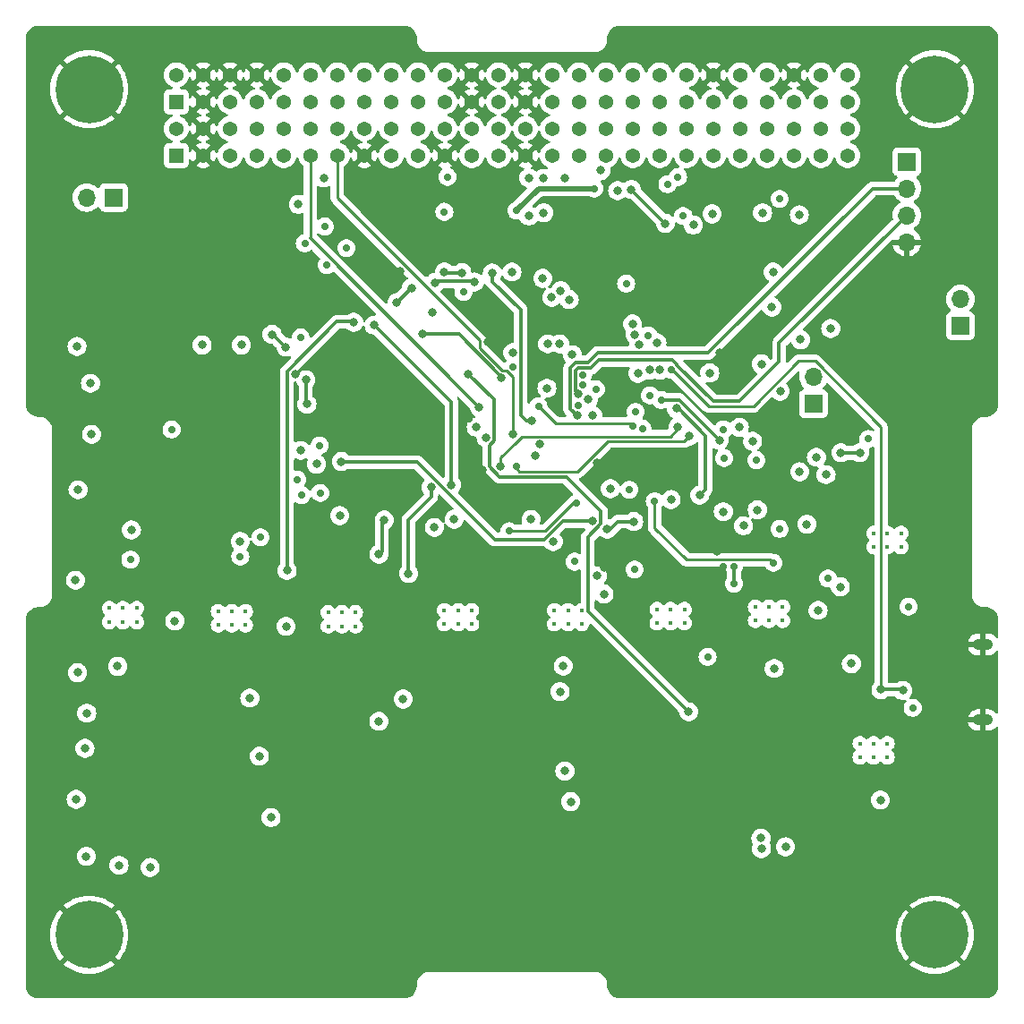
<source format=gbr>
%TF.GenerationSoftware,KiCad,Pcbnew,8.0.5*%
%TF.CreationDate,2024-10-21T02:11:06+05:30*%
%TF.ProjectId,EPS_PDB,4550535f-5044-4422-9e6b-696361645f70,rev?*%
%TF.SameCoordinates,Original*%
%TF.FileFunction,Copper,L3,Inr*%
%TF.FilePolarity,Positive*%
%FSLAX46Y46*%
G04 Gerber Fmt 4.6, Leading zero omitted, Abs format (unit mm)*
G04 Created by KiCad (PCBNEW 8.0.5) date 2024-10-21 02:11:06*
%MOMM*%
%LPD*%
G01*
G04 APERTURE LIST*
%TA.AperFunction,ComponentPad*%
%ADD10C,0.400000*%
%TD*%
%TA.AperFunction,ComponentPad*%
%ADD11C,6.400000*%
%TD*%
%TA.AperFunction,ComponentPad*%
%ADD12R,1.370000X1.370000*%
%TD*%
%TA.AperFunction,ComponentPad*%
%ADD13C,1.370000*%
%TD*%
%TA.AperFunction,ComponentPad*%
%ADD14R,1.700000X1.700000*%
%TD*%
%TA.AperFunction,ComponentPad*%
%ADD15O,1.700000X1.700000*%
%TD*%
%TA.AperFunction,ComponentPad*%
%ADD16O,1.900000X1.050000*%
%TD*%
%TA.AperFunction,ViaPad*%
%ADD17C,0.700000*%
%TD*%
%TA.AperFunction,ViaPad*%
%ADD18C,0.800000*%
%TD*%
%TA.AperFunction,Conductor*%
%ADD19C,0.300000*%
%TD*%
%TA.AperFunction,Conductor*%
%ADD20C,0.250000*%
%TD*%
%TA.AperFunction,Conductor*%
%ADD21C,0.500000*%
%TD*%
G04 APERTURE END LIST*
D10*
%TO.N,N/C*%
%TO.C,U17*%
X182286999Y-102965000D03*
X182286999Y-101665000D03*
X183586999Y-102964999D03*
X183586999Y-101665001D03*
X184886999Y-102965000D03*
X184886999Y-101665000D03*
%TD*%
D11*
%TO.N,GND*%
%TO.C,H4*%
X119282000Y-132690000D03*
%TD*%
D12*
%TO.N,/VBUS0*%
%TO.C,J4*%
X127532000Y-53880000D03*
D13*
X127532000Y-51340000D03*
%TO.N,GND*%
X130072000Y-53880000D03*
X130072000Y-51340000D03*
%TO.N,/3V3_ANT*%
X132612000Y-53880000D03*
%TO.N,GND*%
X132612000Y-51340000D03*
%TO.N,/3V3_ANT*%
X135152000Y-53880000D03*
%TO.N,GND*%
X135152000Y-51340000D03*
%TO.N,/ANT_DEPLOY*%
X137692000Y-53880000D03*
%TO.N,/ANT_DEPLOY_STATUS*%
X137692000Y-51340000D03*
%TO.N,/CS_ANT*%
X140232000Y-53880000D03*
%TO.N,unconnected-(J4-Pin_12-Pad12)*%
X140232000Y-51340000D03*
%TO.N,unconnected-(J4-Pin_13-Pad13)*%
X142772000Y-53880000D03*
%TO.N,unconnected-(J4-Pin_14-Pad14)*%
X142772000Y-51340000D03*
%TO.N,unconnected-(J4-Pin_15-Pad15)*%
X145312000Y-53880000D03*
%TO.N,unconnected-(J4-Pin_16-Pad16)*%
X145312000Y-51340000D03*
%TO.N,unconnected-(J4-Pin_17-Pad17)*%
X147852000Y-53880000D03*
%TO.N,unconnected-(J4-Pin_18-Pad18)*%
X147852000Y-51340000D03*
%TO.N,/HEARTBEAT_OBC*%
X150392000Y-53880000D03*
%TO.N,unconnected-(J4-Pin_20-Pad20)*%
X150392000Y-51340000D03*
%TO.N,/HEARTBEAT_ADCS*%
X152932000Y-53880000D03*
%TO.N,unconnected-(J4-Pin_22-Pad22)*%
X152932000Y-51340000D03*
%TO.N,GND*%
X155472000Y-53880000D03*
X155472000Y-51340000D03*
%TO.N,/5V_PAY*%
X158012000Y-53880000D03*
X158012000Y-51340000D03*
%TO.N,GND*%
X160552000Y-53880000D03*
X160552000Y-51340000D03*
%TO.N,/5V_OBC*%
X163092000Y-53880000D03*
X163092000Y-51340000D03*
%TO.N,/12V_ADCS*%
X165632000Y-53880000D03*
X165632000Y-51340000D03*
%TO.N,unconnected-(J4-Pin_33-Pad33)*%
X168172000Y-53880000D03*
%TO.N,unconnected-(J4-Pin_34-Pad34)*%
X168172000Y-51340000D03*
%TO.N,unconnected-(J4-Pin_35-Pad35)*%
X170712000Y-53880000D03*
%TO.N,unconnected-(J4-Pin_36-Pad36)*%
X170712000Y-51340000D03*
%TO.N,/5V_ADCS*%
X173252000Y-53880000D03*
X173252000Y-51340000D03*
%TO.N,/3V3_ADCS*%
X175792000Y-53880000D03*
X175792000Y-51340000D03*
%TO.N,unconnected-(J4-Pin_41-Pad41)*%
X178332000Y-53880000D03*
%TO.N,GND*%
X178332000Y-51340000D03*
%TO.N,unconnected-(J4-Pin_43-Pad43)*%
X180872000Y-53880000D03*
%TO.N,/I2C2_SCL*%
X180872000Y-51340000D03*
%TO.N,unconnected-(J4-Pin_45-Pad45)*%
X183412000Y-53880000D03*
%TO.N,/I2C2_SDA*%
X183412000Y-51340000D03*
%TO.N,unconnected-(J4-Pin_47-Pad47)*%
X185952000Y-53880000D03*
%TO.N,GND*%
X185952000Y-51340000D03*
%TO.N,unconnected-(J4-Pin_49-Pad49)*%
X188492000Y-53880000D03*
%TO.N,/I2C1_SCL*%
X188492000Y-51340000D03*
%TO.N,unconnected-(J4-Pin_51-Pad51)*%
X191032000Y-53880000D03*
%TO.N,/I2C1_SDA*%
X191032000Y-51340000D03*
%TD*%
D11*
%TO.N,GND*%
%TO.C,H3*%
X199282000Y-132690000D03*
%TD*%
D12*
%TO.N,/VBUS0*%
%TO.C,J3*%
X127532000Y-58960000D03*
D13*
X127532000Y-56420000D03*
%TO.N,GND*%
X130072000Y-58960000D03*
X130072000Y-56420000D03*
%TO.N,/RST_CC*%
X132612000Y-58960000D03*
%TO.N,unconnected-(J3-Pin_6-Pad6)*%
X132612000Y-56420000D03*
%TO.N,/UART1_RX*%
X135152000Y-58960000D03*
%TO.N,unconnected-(J3-Pin_8-Pad8)*%
X135152000Y-56420000D03*
%TO.N,/UART1_TX*%
X137692000Y-58960000D03*
%TO.N,unconnected-(J3-Pin_10-Pad10)*%
X137692000Y-56420000D03*
%TO.N,/UART1_RTS*%
X140232000Y-58960000D03*
%TO.N,unconnected-(J3-Pin_12-Pad12)*%
X140232000Y-56420000D03*
%TO.N,/UART1_CTS*%
X142772000Y-58960000D03*
%TO.N,unconnected-(J3-Pin_14-Pad14)*%
X142772000Y-56420000D03*
%TO.N,GND*%
X145312000Y-58960000D03*
%TO.N,unconnected-(J3-Pin_16-Pad16)*%
X145312000Y-56420000D03*
%TO.N,/CAN_A_L*%
X147852000Y-58960000D03*
%TO.N,unconnected-(J3-Pin_18-Pad18)*%
X147852000Y-56420000D03*
%TO.N,/CAN_A_H*%
X150392000Y-58960000D03*
%TO.N,unconnected-(J3-Pin_20-Pad20)*%
X150392000Y-56420000D03*
%TO.N,GND*%
X152932000Y-58960000D03*
%TO.N,unconnected-(J3-Pin_22-Pad22)*%
X152932000Y-56420000D03*
%TO.N,/CAN_B_L*%
X155472000Y-58960000D03*
%TO.N,unconnected-(J3-Pin_24-Pad24)*%
X155472000Y-56420000D03*
%TO.N,/CAN_B_H*%
X158012000Y-58960000D03*
%TO.N,unconnected-(J3-Pin_26-Pad26)*%
X158012000Y-56420000D03*
%TO.N,GND*%
X160552000Y-58960000D03*
%TO.N,unconnected-(J3-Pin_28-Pad28)*%
X160552000Y-56420000D03*
%TO.N,5V_EPS*%
X163092000Y-58960000D03*
X163092000Y-56420000D03*
%TO.N,3V3_EPS*%
X165632000Y-58960000D03*
X165632000Y-56420000D03*
%TO.N,unconnected-(J3-Pin_33-Pad33)*%
X168172000Y-58960000D03*
%TO.N,unconnected-(J3-Pin_34-Pad34)*%
X168172000Y-56420000D03*
%TO.N,/UART0_CTS*%
X170712000Y-58960000D03*
%TO.N,unconnected-(J3-Pin_36-Pad36)*%
X170712000Y-56420000D03*
%TO.N,/UART0_RTS*%
X173252000Y-58960000D03*
%TO.N,unconnected-(J3-Pin_38-Pad38)*%
X173252000Y-56420000D03*
%TO.N,/UART0_RX*%
X175792000Y-58960000D03*
%TO.N,unconnected-(J3-Pin_40-Pad40)*%
X175792000Y-56420000D03*
%TO.N,/UART0_TX*%
X178332000Y-58960000D03*
%TO.N,unconnected-(J3-Pin_42-Pad42)*%
X178332000Y-56420000D03*
%TO.N,unconnected-(J3-Pin_43-Pad43)*%
X180872000Y-58960000D03*
%TO.N,unconnected-(J3-Pin_44-Pad44)*%
X180872000Y-56420000D03*
%TO.N,unconnected-(J3-Pin_45-Pad45)*%
X183412000Y-58960000D03*
%TO.N,unconnected-(J3-Pin_46-Pad46)*%
X183412000Y-56420000D03*
%TO.N,/5V_COMM*%
X185952000Y-58960000D03*
%TO.N,unconnected-(J3-Pin_48-Pad48)*%
X185952000Y-56420000D03*
%TO.N,/5V_COMM*%
X188492000Y-58960000D03*
%TO.N,unconnected-(J3-Pin_50-Pad50)*%
X188492000Y-56420000D03*
%TO.N,unconnected-(J3-Pin_51-Pad51)*%
X191032000Y-58960000D03*
%TO.N,unconnected-(J3-Pin_52-Pad52)*%
X191032000Y-56420000D03*
%TD*%
D10*
%TO.N,N/C*%
%TO.C,U10*%
X152882000Y-103289999D03*
X152882000Y-101989999D03*
X154182000Y-103289998D03*
X154182000Y-101990000D03*
X155482000Y-103289999D03*
X155482000Y-101989999D03*
%TD*%
D11*
%TO.N,GND*%
%TO.C,H2*%
X199282000Y-52690000D03*
%TD*%
D14*
%TO.N,VUSB*%
%TO.C,JP1*%
X187792000Y-82435000D03*
D15*
%TO.N,5V_EPS*%
X187792000Y-79895000D03*
%TD*%
D10*
%TO.N,N/C*%
%TO.C,U9*%
X131482000Y-103390000D03*
X131482000Y-102090000D03*
X132782000Y-103389999D03*
X132782000Y-102090001D03*
X134082000Y-103390000D03*
X134082000Y-102090000D03*
%TD*%
%TO.N,N/C*%
%TO.C,U13*%
X172982000Y-103190000D03*
X172982000Y-101890000D03*
X174282000Y-103189999D03*
X174282000Y-101890001D03*
X175582000Y-103190000D03*
X175582000Y-101890000D03*
%TD*%
%TO.N,N/C*%
%TO.C,U16*%
X193482000Y-95990000D03*
X193482000Y-94690000D03*
X194782000Y-95989999D03*
X194782000Y-94690001D03*
X196082000Y-95990000D03*
X196082000Y-94690000D03*
%TD*%
%TO.N,N/C*%
%TO.C,U18*%
X192182000Y-115889999D03*
X192182000Y-114589999D03*
X193482000Y-115889998D03*
X193482000Y-114590000D03*
X194782000Y-115889999D03*
X194782000Y-114589999D03*
%TD*%
D14*
%TO.N,3V3_EPS*%
%TO.C,J2*%
X196632000Y-59550001D03*
D15*
%TO.N,/SWDIO*%
X196632000Y-62090001D03*
%TO.N,/SWCLK*%
X196632000Y-64630000D03*
%TO.N,GND*%
X196632000Y-67170001D03*
%TD*%
D10*
%TO.N,N/C*%
%TO.C,U12*%
X163282000Y-103290000D03*
X163282000Y-101990000D03*
X164582000Y-103290000D03*
X164582000Y-101990000D03*
X165882000Y-103290000D03*
X165882000Y-101990000D03*
%TD*%
%TO.N,N/C*%
%TO.C,U7*%
X121182000Y-103090000D03*
X121182000Y-101790000D03*
X122482000Y-103089999D03*
X122482000Y-101790001D03*
X123782000Y-103090000D03*
X123782000Y-101790000D03*
%TD*%
D11*
%TO.N,GND*%
%TO.C,H1*%
X119282000Y-52690000D03*
%TD*%
D10*
%TO.N,N/C*%
%TO.C,U6*%
X141882000Y-103490000D03*
X141882000Y-102190000D03*
X143182000Y-103489999D03*
X143182000Y-102190001D03*
X144482000Y-103490000D03*
X144482000Y-102190000D03*
%TD*%
D14*
%TO.N,/VBUS0*%
%TO.C,JP2*%
X121592000Y-62940000D03*
D15*
%TO.N,/VBUS*%
X119052000Y-62940000D03*
%TD*%
D14*
%TO.N,/3V3_LDO*%
%TO.C,JP3*%
X201682000Y-75090000D03*
D15*
%TO.N,3V3_EPS*%
X201682000Y-72550000D03*
%TD*%
D16*
%TO.N,GND*%
%TO.C,J1*%
X203832000Y-105215000D03*
X203832000Y-112365000D03*
%TD*%
D17*
%TO.N,3V3_EPS*%
X138958472Y-89613530D03*
X139282000Y-76190000D03*
X152882000Y-64290000D03*
D18*
X187169500Y-93852500D03*
X139307000Y-86865000D03*
D17*
X197182000Y-111215000D03*
D18*
X190332000Y-99765000D03*
D17*
X153182000Y-60990000D03*
D18*
X153807000Y-93365000D03*
X133682000Y-76890000D03*
X182982000Y-64390000D03*
D17*
X179282000Y-84890000D03*
X154682000Y-71890000D03*
D18*
X129962000Y-76890000D03*
D17*
X170382000Y-90590000D03*
X170857000Y-98140000D03*
D18*
X188232000Y-101990000D03*
X140782000Y-88150659D03*
D17*
X170082000Y-71090000D03*
D18*
%TO.N,GND*%
X178632000Y-96390000D03*
X174168675Y-87728325D03*
X139282000Y-122990000D03*
X168832000Y-118040000D03*
D17*
X181546798Y-79879798D03*
D18*
X124232000Y-48865000D03*
D17*
X150182000Y-104590000D03*
D18*
X188382000Y-97590000D03*
X159982000Y-71890000D03*
D17*
X171282000Y-102990000D03*
D18*
X148719347Y-69952653D03*
X138782000Y-79690000D03*
D17*
X201882000Y-83790000D03*
D18*
X178857000Y-69390000D03*
X184682000Y-134065000D03*
X199032000Y-99790000D03*
X203057000Y-124715000D03*
X159182000Y-60865000D03*
X120782000Y-94665000D03*
X166057000Y-118815000D03*
X166482000Y-125540000D03*
X169332000Y-125540000D03*
X188207000Y-70190000D03*
X193132000Y-65790000D03*
X136382000Y-102790000D03*
X181982000Y-134140000D03*
X144682000Y-122990000D03*
X151382000Y-60965000D03*
X157607000Y-65865000D03*
X194907000Y-48840000D03*
X198682000Y-80090000D03*
D17*
X201682000Y-80390000D03*
D18*
X115457000Y-79290000D03*
D17*
X140382000Y-105690000D03*
D18*
X138482000Y-126590000D03*
X197682000Y-81490000D03*
X183307000Y-132140000D03*
X166732000Y-112040000D03*
X157682000Y-102790000D03*
X148822000Y-81310000D03*
X148982000Y-85790000D03*
X167982000Y-97965000D03*
X156982000Y-76590000D03*
D17*
X151082000Y-105490000D03*
D18*
X200982000Y-117165000D03*
X169132000Y-122690000D03*
X148342000Y-86650000D03*
X184407000Y-121665000D03*
X145482000Y-118190000D03*
X190257000Y-117740000D03*
X167807000Y-71740000D03*
X144782000Y-114890000D03*
X170882000Y-96465000D03*
X191332000Y-126940000D03*
X180744500Y-71127500D03*
X143182000Y-116190000D03*
X171703831Y-67711831D03*
X145672000Y-81190000D03*
D17*
X179250481Y-97890000D03*
D18*
X132857000Y-48465000D03*
D17*
X140282000Y-98790000D03*
D18*
X141682000Y-122890000D03*
X182857000Y-128665000D03*
X144682000Y-120290000D03*
X142282000Y-112690000D03*
X126082000Y-102690000D03*
X169282000Y-74190000D03*
X167312000Y-88040000D03*
X121682000Y-66990000D03*
X144602000Y-86660000D03*
X203732000Y-56790000D03*
X191682000Y-133665000D03*
X189707000Y-92290000D03*
X140082000Y-117490000D03*
D17*
X155182000Y-83890000D03*
D18*
X181457000Y-129115000D03*
X173339299Y-80840000D03*
D17*
X129782000Y-105590000D03*
D18*
X197182000Y-115190000D03*
X191682000Y-97390000D03*
X193007000Y-127865000D03*
D17*
X195282000Y-82190000D03*
D18*
X131757000Y-115015000D03*
X167732000Y-119790000D03*
X143012000Y-81280000D03*
X150707000Y-96840000D03*
D17*
X143482000Y-79490000D03*
D18*
X115657000Y-136890000D03*
D17*
X171582000Y-104390000D03*
D18*
X136907000Y-112315000D03*
D17*
X161482000Y-103490000D03*
X145682000Y-79590000D03*
D18*
X167682000Y-124090000D03*
D17*
X147382000Y-79490000D03*
X130082000Y-98090000D03*
D18*
X178956446Y-77586216D03*
X194507000Y-126765000D03*
X140382000Y-125090000D03*
D17*
X140282000Y-100590000D03*
D18*
X185332000Y-48365000D03*
X191782000Y-95990000D03*
X128632000Y-70615000D03*
X143982000Y-112390000D03*
D17*
X199082000Y-91290000D03*
D18*
X160482000Y-97815000D03*
X196482000Y-127415000D03*
X174107000Y-88765000D03*
X118982000Y-58540000D03*
D17*
X129382000Y-102090000D03*
X180482000Y-105690000D03*
D18*
X156482914Y-88728022D03*
X168882000Y-112890000D03*
X144182000Y-125690000D03*
X141882000Y-119090000D03*
D17*
X141982000Y-78890000D03*
D18*
X140682000Y-136190000D03*
D17*
X161182000Y-105290000D03*
X179382000Y-104640000D03*
D18*
X190382000Y-110515000D03*
X146782000Y-102990000D03*
X139682000Y-120490000D03*
X196382000Y-82190000D03*
X203282000Y-63465000D03*
D17*
X151182000Y-103790000D03*
D18*
X137782000Y-118790000D03*
X135082000Y-64540000D03*
%TO.N,Net-(U11-BYP)*%
X182832000Y-123540000D03*
%TO.N,Net-(U11-SS)*%
X182882000Y-124540000D03*
%TO.N,/EPS Power Distribution/3.3V_BUS*%
X134482000Y-110290000D03*
X135382000Y-115790000D03*
%TO.N,/EPS Power Distribution/1.25VREF*%
X189432000Y-75340000D03*
X182882000Y-78690000D03*
%TO.N,/EPS Power Distribution/5V_BUS*%
X164282000Y-117190000D03*
X163832000Y-109690000D03*
%TO.N,/EPS Control Unit/EPS_LED*%
X178882000Y-85890000D03*
D17*
X173382000Y-82090001D03*
D18*
X190382000Y-87090000D03*
X192182000Y-87090000D03*
%TO.N,/5V_ADCS*%
X188082000Y-87515000D03*
X169282000Y-62290000D03*
%TO.N,/UART1_CTS*%
X159392000Y-85360000D03*
%TO.N,5V_EPS*%
X151982000Y-70990000D03*
X148382000Y-72890000D03*
D17*
X192982000Y-85790000D03*
D18*
X191382000Y-107040000D03*
X162182000Y-70590000D03*
X149782000Y-71490000D03*
X167982000Y-100440000D03*
D17*
X196782000Y-101640000D03*
D18*
X162282000Y-64390000D03*
X162282000Y-61140000D03*
X155732000Y-70940000D03*
%TO.N,/UART1_RTS*%
X156182000Y-82790000D03*
%TO.N,/5V_PAY*%
X160882000Y-64690000D03*
X160882000Y-61090000D03*
%TO.N,/I2C1_SCL*%
X174982000Y-84675000D03*
X158192000Y-88360000D03*
%TO.N,/12V_ADCS*%
X167682000Y-60390000D03*
D17*
X184582000Y-63090000D03*
X174982000Y-60990000D03*
D18*
X186457000Y-64590000D03*
%TO.N,/5V_OBC*%
X170915764Y-75887293D03*
X164282000Y-61090000D03*
D17*
X173982246Y-61690000D03*
X175482000Y-64690000D03*
D18*
%TO.N,/ANT_DEPLOY*%
X139082000Y-63590000D03*
D17*
X139681962Y-67277827D03*
X141752711Y-69350661D03*
D18*
X161515000Y-87390000D03*
D17*
%TO.N,/ANT_DEPLOY_STATUS*%
X141582000Y-65690000D03*
D18*
X141482000Y-61090000D03*
D17*
X143632000Y-67740000D03*
D18*
X161882000Y-86290000D03*
%TO.N,/SWDIO*%
X165432000Y-83590000D03*
%TO.N,/RESET_ADC*%
X183982000Y-69990000D03*
X179273611Y-92666157D03*
X184641998Y-81265000D03*
X182482000Y-92490000D03*
%TO.N,/EPS Control Unit/PMOS2_GATE*%
X173782000Y-65390000D03*
X170582000Y-62190000D03*
D17*
%TO.N,Net-(Q2-D)*%
X159682000Y-64190000D03*
X167082000Y-62090000D03*
D18*
%TO.N,/EPS Control Unit/CAN_SW_A*%
X136582000Y-75890000D03*
X139882000Y-82490000D03*
X137882000Y-77090000D03*
X143132000Y-87910000D03*
X139782000Y-80190000D03*
X166882000Y-93540000D03*
%TO.N,/EPS Control Unit/SW_BOOT0*%
X146682000Y-96690000D03*
X147194500Y-93452500D03*
%TO.N,/EPS Control Unit/CAN_SW_B*%
X168282000Y-94290000D03*
X174828293Y-82896955D03*
X176430959Y-65541041D03*
X170782000Y-93590000D03*
X177036999Y-91090000D03*
X178207000Y-64490000D03*
D17*
%TO.N,/FLT_3V3_ADCS*%
X165982000Y-79765000D03*
X141132000Y-90890000D03*
%TO.N,/FLT_3V3_ANT*%
X159004702Y-94512702D03*
X171616873Y-84815000D03*
D18*
X127382000Y-102990000D03*
D17*
X123182000Y-97190000D03*
X165382000Y-91870000D03*
%TO.N,/FLT_3V3_EPS*%
X135486999Y-95090000D03*
X139382000Y-91090000D03*
X165507000Y-82642963D03*
X133582000Y-96890000D03*
D18*
X137907000Y-103515000D03*
%TO.N,/FLT_5V_PAY*%
X171282000Y-76890000D03*
X156832000Y-85640000D03*
D17*
%TO.N,/FLT_5V_EPS*%
X172182000Y-75990000D03*
D18*
X167337002Y-98740000D03*
D17*
X165217000Y-97390000D03*
%TO.N,/FLT_5V_OBC*%
X167207000Y-81081452D03*
D18*
%TO.N,/FLT_5V_ADCS*%
X188982000Y-89156637D03*
%TO.N,/EPS Power Distribution/ILM_3V3_ADCS*%
X173282003Y-79265000D03*
X142982000Y-93040000D03*
%TO.N,/EPS Power Distribution/ILM_3V3_ANT*%
X172282000Y-79265000D03*
X123282000Y-94390000D03*
D17*
%TO.N,/FLT_5V_COMM*%
X170981445Y-83224978D03*
X183982000Y-97490000D03*
X172782000Y-91690000D03*
D18*
%TO.N,/FLT_12V_ADCS*%
X196236999Y-109565000D03*
X194182000Y-109490000D03*
D17*
X174366804Y-79263892D03*
D18*
%TO.N,/EPS Power Distribution/ILM_3V3_EPS*%
X133582000Y-95490000D03*
X180782000Y-84690000D03*
%TO.N,/EPS Power Distribution/ILM_5V_PAY*%
X151932000Y-94144259D03*
X181182000Y-93990000D03*
%TO.N,/EPS Power Distribution/ILM_5V_EPS*%
X163182000Y-95490000D03*
X182032000Y-85990000D03*
%TO.N,/EPS Power Distribution/ILM_5V_OBC*%
X172986017Y-76694017D03*
X174332000Y-91515000D03*
%TO.N,/EPS Power Distribution/ILM_5V_ADCS*%
X186482000Y-88890000D03*
X177982000Y-79536216D03*
%TO.N,/EPS Power Distribution/ILM_12V_ADCS*%
X183851932Y-73295068D03*
X186582000Y-76390000D03*
%TO.N,/EPS Control Unit/CAN_TX*%
X154532000Y-70050000D03*
X152882000Y-70000000D03*
X161101285Y-84085928D03*
X157422000Y-70090000D03*
%TO.N,/EN_5V_COMM*%
X168582000Y-90490000D03*
X166907000Y-83590000D03*
D17*
X180282000Y-99490000D03*
D18*
X184082000Y-107490000D03*
D17*
X180282000Y-97890000D03*
%TO.N,/EN_3V3_ADCS*%
X165982000Y-80665003D03*
X141076975Y-86395025D03*
D18*
%TO.N,/STATUS_5V*%
X164832000Y-120090000D03*
X159352000Y-77615000D03*
X138007000Y-98215000D03*
X144307000Y-74740000D03*
D17*
%TO.N,/EN_12V_ADCS*%
X177786999Y-106390000D03*
D18*
X194132000Y-119940000D03*
X171182000Y-79580000D03*
%TO.N,/EN_5V_PAY*%
X164982000Y-77815000D03*
X155901669Y-84670331D03*
%TO.N,/SPI_MOSI*%
X164682000Y-72590000D03*
%TO.N,/RDY_ADC*%
X163032000Y-72390000D03*
D17*
%TO.N,/EN_5V_ADCS*%
X182382000Y-87790000D03*
X189182000Y-98990000D03*
X184582000Y-94290000D03*
X172314992Y-81659387D03*
X179332000Y-87590000D03*
D18*
%TO.N,/EN_5V_OBC*%
X166493903Y-82042859D03*
%TO.N,/STATUS_3V3*%
X136482000Y-121590000D03*
X146251669Y-75020331D03*
X148982000Y-110390000D03*
X151782000Y-73790000D03*
X159282000Y-69990000D03*
X149482000Y-98515000D03*
X146682000Y-112490000D03*
X151633041Y-90340000D03*
X153543182Y-90128818D03*
%TO.N,/SPI_MISO*%
X163882000Y-71752431D03*
%TO.N,/EPS Control Unit/WDI*%
X158278384Y-80015725D03*
X150852000Y-75870000D03*
D17*
%TO.N,/EN_3V3_ANT*%
X127082000Y-84890000D03*
X170682000Y-84540000D03*
D18*
X121982000Y-107290000D03*
D17*
X159402000Y-78955407D03*
X161782000Y-82690000D03*
D18*
%TO.N,/SHDN_12V*%
X185157000Y-124365000D03*
X162657000Y-76790000D03*
X155132000Y-79615000D03*
X175982000Y-111590000D03*
%TO.N,/EN_5V_EPS*%
X164126975Y-107245025D03*
X162582000Y-80990000D03*
X161082000Y-93390000D03*
%TO.N,/SPI_SCLK*%
X170682000Y-74915000D03*
%TO.N,/SPI_CS*%
X163787000Y-76795000D03*
%TO.N,/SWCLK*%
X165532000Y-81501664D03*
%TO.N,/VBUS*%
X125057000Y-126315000D03*
X119407000Y-80515000D03*
X118182000Y-107890000D03*
X118057000Y-119865000D03*
X119007000Y-125265000D03*
X118132000Y-77040000D03*
X118882000Y-115040000D03*
X122107000Y-126115000D03*
X117982000Y-99140000D03*
X118232000Y-90590000D03*
X119507000Y-85340000D03*
X119057000Y-111715000D03*
%TO.N,/I2C1_SDA*%
X176075403Y-85489871D03*
D17*
X159665000Y-88410000D03*
%TD*%
D19*
%TO.N,/EPS Control Unit/EPS_LED*%
X175082001Y-82090001D02*
X178882000Y-85890000D01*
X192182000Y-87090000D02*
X190382000Y-87090000D01*
X173382000Y-82090001D02*
X175082001Y-82090001D01*
D20*
%TO.N,/UART1_CTS*%
X159392000Y-79900000D02*
X158782725Y-79290725D01*
X142748000Y-62956000D02*
X142748000Y-58928000D01*
X158782725Y-79290725D02*
X158352725Y-79290725D01*
X156257000Y-76465000D02*
X142748000Y-62956000D01*
X158352725Y-79290725D02*
X156257000Y-77195000D01*
X159392000Y-85360000D02*
X159392000Y-79900000D01*
X156257000Y-77195000D02*
X156257000Y-76465000D01*
D19*
%TO.N,5V_EPS*%
X152082000Y-70890000D02*
X151982000Y-70990000D01*
X149782000Y-71490000D02*
X148382000Y-72890000D01*
X155682000Y-70890000D02*
X152082000Y-70890000D01*
X155732000Y-70940000D02*
X155682000Y-70890000D01*
%TO.N,/UART1_RTS*%
X156182000Y-82790000D02*
X140208000Y-66816000D01*
X140208000Y-66816000D02*
X140208000Y-66776000D01*
D20*
X140208000Y-66776000D02*
X140208000Y-58928000D01*
%TO.N,/I2C1_SCL*%
X174982000Y-84800000D02*
X174992000Y-84810000D01*
X159692305Y-86085000D02*
X160237305Y-85540000D01*
X174242000Y-85540000D02*
X174982000Y-84800000D01*
X174982000Y-84800000D02*
X174982000Y-84675000D01*
X159664347Y-86085000D02*
X159692305Y-86085000D01*
X160237305Y-85540000D02*
X174242000Y-85540000D01*
X158192000Y-88360000D02*
X158192000Y-87557347D01*
X158192000Y-87557347D02*
X159664347Y-86085000D01*
D19*
%TO.N,/SWDIO*%
X164782000Y-82940000D02*
X164782000Y-79090000D01*
X193391999Y-62090001D02*
X196632000Y-62090001D01*
X165307000Y-78565000D02*
X166505227Y-78565000D01*
X165432000Y-83590000D02*
X164782000Y-82940000D01*
X166505227Y-78565000D02*
X167430227Y-77640000D01*
X177842000Y-77640000D02*
X193391999Y-62090001D01*
X167430227Y-77640000D02*
X177842000Y-77640000D01*
X164782000Y-79090000D02*
X165307000Y-78565000D01*
%TO.N,/EPS Control Unit/PMOS2_GATE*%
X170582000Y-62190000D02*
X173782000Y-65390000D01*
D21*
%TO.N,Net-(Q2-D)*%
X161782000Y-62090000D02*
X167082000Y-62090000D01*
X159682000Y-64190000D02*
X161782000Y-62090000D01*
D19*
%TO.N,/EPS Control Unit/CAN_SW_A*%
X139782000Y-82390000D02*
X139882000Y-82490000D01*
X136682000Y-75890000D02*
X137882000Y-77090000D01*
X157643702Y-95290000D02*
X162321339Y-95290000D01*
X150343702Y-87990000D02*
X157643702Y-95290000D01*
X143212000Y-87990000D02*
X150343702Y-87990000D01*
X143132000Y-87910000D02*
X143212000Y-87990000D01*
X162321339Y-95290000D02*
X164071339Y-93540000D01*
X164071339Y-93540000D02*
X166882000Y-93540000D01*
X139782000Y-80190000D02*
X139782000Y-82390000D01*
X136582000Y-75890000D02*
X136682000Y-75890000D01*
%TO.N,/EPS Control Unit/SW_BOOT0*%
X146982000Y-96390000D02*
X146682000Y-96690000D01*
X147194500Y-93452500D02*
X146982000Y-93665000D01*
X146982000Y-93665000D02*
X146982000Y-96390000D01*
%TO.N,/EPS Control Unit/CAN_SW_B*%
X174828293Y-82896955D02*
X174988955Y-82896955D01*
X170782000Y-93590000D02*
X169282000Y-93590000D01*
X169282000Y-93590000D02*
X168582000Y-94290000D01*
X177582000Y-90544999D02*
X177036999Y-91090000D01*
X177582000Y-85490000D02*
X177582000Y-90544999D01*
X174988955Y-82896955D02*
X177582000Y-85490000D01*
X168582000Y-94290000D02*
X168282000Y-94290000D01*
D20*
%TO.N,/FLT_3V3_ANT*%
X162426885Y-94512702D02*
X159004702Y-94512702D01*
X165069587Y-91870000D02*
X162426885Y-94512702D01*
X165382000Y-91870000D02*
X165069587Y-91870000D01*
%TO.N,/FLT_5V_COMM*%
X172782000Y-94190000D02*
X172782000Y-91690000D01*
X183682000Y-97190000D02*
X175782000Y-97190000D01*
X175782000Y-97190000D02*
X172782000Y-94190000D01*
X183982000Y-97490000D02*
X183682000Y-97190000D01*
%TO.N,/FLT_12V_ADCS*%
X174366804Y-79263892D02*
X174455892Y-79263892D01*
X186407000Y-78390000D02*
X187948701Y-78390000D01*
X182107000Y-82690000D02*
X186407000Y-78390000D01*
X174455892Y-79263892D02*
X177882000Y-82690000D01*
D19*
X196161999Y-109490000D02*
X196236999Y-109565000D01*
X194182000Y-109490000D02*
X196161999Y-109490000D01*
D20*
X187948701Y-78390000D02*
X194182000Y-84623299D01*
X177882000Y-82690000D02*
X182107000Y-82690000D01*
X194182000Y-84623299D02*
X194182000Y-109490000D01*
D19*
%TO.N,/EPS Control Unit/CAN_TX*%
X160102000Y-73590000D02*
X160102000Y-83540000D01*
X157422000Y-70090000D02*
X157422000Y-70910000D01*
X160102000Y-83540000D02*
X160647928Y-84085928D01*
X152932000Y-70050000D02*
X152882000Y-70000000D01*
X157422000Y-70910000D02*
X160102000Y-73590000D01*
X154532000Y-70050000D02*
X152932000Y-70050000D01*
X160647928Y-84085928D02*
X161101285Y-84085928D01*
%TO.N,/EN_5V_COMM*%
X180282000Y-99490000D02*
X180282000Y-97890000D01*
%TO.N,/STATUS_5V*%
X144307000Y-74715000D02*
X144307000Y-74740000D01*
X144282000Y-74690000D02*
X144307000Y-74715000D01*
X142721339Y-74690000D02*
X144282000Y-74690000D01*
X138007000Y-98215000D02*
X138007000Y-79404339D01*
X138007000Y-79404339D02*
X142721339Y-74690000D01*
%TO.N,/STATUS_3V3*%
X153543182Y-82311841D02*
X153543182Y-90128818D01*
X151633041Y-90340000D02*
X151633041Y-91278300D01*
X146251669Y-75020331D02*
X146251672Y-75020331D01*
X151633041Y-91278300D02*
X149482000Y-93429341D01*
X146251672Y-75020331D02*
X153543182Y-82311841D01*
X149482000Y-93429341D02*
X149482000Y-98515000D01*
%TO.N,/EPS Control Unit/WDI*%
X158278384Y-80015725D02*
X158278384Y-79906384D01*
X154242000Y-75870000D02*
X150852000Y-75870000D01*
X158278384Y-79906384D02*
X154242000Y-75870000D01*
D20*
%TO.N,/EN_3V3_ANT*%
X163407000Y-84315000D02*
X161782000Y-82690000D01*
X170457000Y-84315000D02*
X163407000Y-84315000D01*
X170682000Y-84540000D02*
X170457000Y-84315000D01*
D19*
%TO.N,/SHDN_12V*%
X167682000Y-93829339D02*
X167682000Y-92615000D01*
X164432000Y-89365000D02*
X158136339Y-89365000D01*
X166457000Y-95054339D02*
X167682000Y-93829339D01*
X157582000Y-82065000D02*
X155132000Y-79615000D01*
X158136339Y-89365000D02*
X157142661Y-88371322D01*
X157142661Y-88371322D02*
X157142661Y-86390000D01*
X157142661Y-86390000D02*
X157582000Y-85950661D01*
X175982000Y-111590000D02*
X166457000Y-102065000D01*
X167682000Y-92615000D02*
X164432000Y-89365000D01*
X166457000Y-102065000D02*
X166457000Y-95054339D01*
X157582000Y-85950661D02*
X157582000Y-82065000D01*
%TO.N,/SWCLK*%
X165282000Y-81251664D02*
X165282000Y-79297106D01*
X165514106Y-79065000D02*
X166712333Y-79065000D01*
X167487333Y-78290000D02*
X174471950Y-78290000D01*
X174471950Y-78290000D02*
X174882000Y-78700050D01*
X166712333Y-79065000D02*
X167487333Y-78290000D01*
X184546124Y-76715876D02*
X196632000Y-64630000D01*
X165282000Y-79297106D02*
X165514106Y-79065000D01*
X165532000Y-81501664D02*
X165282000Y-81251664D01*
X178307000Y-82215000D02*
X180807000Y-82215000D01*
X174882000Y-78700050D02*
X174882000Y-78790000D01*
X174882000Y-78790000D02*
X178307000Y-82215000D01*
X184546124Y-78475876D02*
X184546124Y-76715876D01*
X180807000Y-82215000D02*
X184546124Y-78475876D01*
D20*
%TO.N,/I2C1_SDA*%
X168336695Y-85990000D02*
X175575274Y-85990000D01*
X175575274Y-85990000D02*
X176075403Y-85489871D01*
X165436695Y-88890000D02*
X168336695Y-85990000D01*
X159665000Y-88410000D02*
X159665000Y-88573000D01*
X159665000Y-88573000D02*
X159982000Y-88890000D01*
X159982000Y-88890000D02*
X165436695Y-88890000D01*
%TD*%
%TA.AperFunction,Conductor*%
%TO.N,GND*%
G36*
X154284612Y-81813256D02*
G01*
X154292777Y-81820723D01*
X155247191Y-82775137D01*
X155280676Y-82836460D01*
X155282830Y-82849851D01*
X155296326Y-82978256D01*
X155296327Y-82978259D01*
X155354818Y-83158277D01*
X155354821Y-83158284D01*
X155449467Y-83322216D01*
X155522010Y-83402783D01*
X155576129Y-83462888D01*
X155729919Y-83574623D01*
X155772585Y-83629953D01*
X155778564Y-83699566D01*
X155745958Y-83761361D01*
X155685120Y-83795718D01*
X155682816Y-83796231D01*
X155621865Y-83809187D01*
X155621861Y-83809188D01*
X155448939Y-83886179D01*
X155448934Y-83886182D01*
X155295798Y-83997442D01*
X155169135Y-84138116D01*
X155074490Y-84302046D01*
X155074487Y-84302053D01*
X155015996Y-84482071D01*
X155015995Y-84482075D01*
X154996209Y-84670331D01*
X155015995Y-84858587D01*
X155015996Y-84858590D01*
X155074487Y-85038608D01*
X155074490Y-85038615D01*
X155169136Y-85202547D01*
X155200910Y-85237835D01*
X155295798Y-85343219D01*
X155448934Y-85454479D01*
X155448939Y-85454482D01*
X155621861Y-85531473D01*
X155621866Y-85531475D01*
X155807023Y-85570831D01*
X155807620Y-85570831D01*
X155807952Y-85570928D01*
X155813491Y-85571511D01*
X155813384Y-85572523D01*
X155874659Y-85590516D01*
X155920414Y-85643320D01*
X155930940Y-85681867D01*
X155946326Y-85828256D01*
X155946327Y-85828259D01*
X156004818Y-86008277D01*
X156004821Y-86008284D01*
X156099467Y-86172216D01*
X156219790Y-86305848D01*
X156226129Y-86312888D01*
X156379268Y-86424150D01*
X156379269Y-86424151D01*
X156418596Y-86441660D01*
X156471833Y-86486910D01*
X156492155Y-86553759D01*
X156492161Y-86554940D01*
X156492161Y-88435393D01*
X156508781Y-88518943D01*
X156508781Y-88518944D01*
X156517158Y-88561058D01*
X156517160Y-88561066D01*
X156565106Y-88676819D01*
X156566196Y-88679449D01*
X156637384Y-88785991D01*
X156637387Y-88785995D01*
X157721665Y-89870273D01*
X157721668Y-89870275D01*
X157721670Y-89870277D01*
X157825271Y-89939500D01*
X157828212Y-89941465D01*
X157946595Y-89990501D01*
X157946599Y-89990501D01*
X157946600Y-89990502D01*
X158072267Y-90015500D01*
X158072270Y-90015500D01*
X164111192Y-90015500D01*
X164178231Y-90035185D01*
X164198873Y-90051819D01*
X165049656Y-90902602D01*
X165083141Y-90963925D01*
X165078157Y-91033617D01*
X165036285Y-91089550D01*
X165012413Y-91103562D01*
X164954405Y-91129389D01*
X164809771Y-91234473D01*
X164809770Y-91234474D01*
X164704720Y-91351144D01*
X164691652Y-91365657D01*
X164675224Y-91379878D01*
X164675557Y-91380283D01*
X164670852Y-91384143D01*
X164627291Y-91427705D01*
X164583729Y-91471267D01*
X164583726Y-91471270D01*
X163376141Y-92678856D01*
X162204114Y-93850883D01*
X162142791Y-93884368D01*
X162116433Y-93887202D01*
X162037963Y-93887202D01*
X161970924Y-93867517D01*
X161925169Y-93814713D01*
X161915225Y-93745555D01*
X161920032Y-93724884D01*
X161942909Y-93654474D01*
X161967674Y-93578256D01*
X161987460Y-93390000D01*
X161967674Y-93201744D01*
X161913112Y-93033823D01*
X161909181Y-93021722D01*
X161909180Y-93021721D01*
X161909179Y-93021716D01*
X161814533Y-92857784D01*
X161687871Y-92717112D01*
X161687870Y-92717111D01*
X161534734Y-92605851D01*
X161534729Y-92605848D01*
X161361807Y-92528857D01*
X161361802Y-92528855D01*
X161216001Y-92497865D01*
X161176646Y-92489500D01*
X160987354Y-92489500D01*
X160954897Y-92496398D01*
X160802197Y-92528855D01*
X160802192Y-92528857D01*
X160629270Y-92605848D01*
X160629265Y-92605851D01*
X160476129Y-92717111D01*
X160349466Y-92857785D01*
X160254821Y-93021715D01*
X160254818Y-93021722D01*
X160197422Y-93198371D01*
X160196326Y-93201744D01*
X160176540Y-93390000D01*
X160196326Y-93578256D01*
X160196327Y-93578259D01*
X160243968Y-93724884D01*
X160245963Y-93794725D01*
X160209883Y-93854558D01*
X160147182Y-93885386D01*
X160126037Y-93887202D01*
X159631023Y-93887202D01*
X159563984Y-93867517D01*
X159558137Y-93863520D01*
X159440786Y-93778259D01*
X159432295Y-93772090D01*
X159268969Y-93699373D01*
X159268967Y-93699372D01*
X159141296Y-93672235D01*
X159094093Y-93662202D01*
X158915311Y-93662202D01*
X158884656Y-93668717D01*
X158740435Y-93699372D01*
X158740430Y-93699374D01*
X158577110Y-93772089D01*
X158432470Y-93877177D01*
X158312842Y-94010038D01*
X158223452Y-94164866D01*
X158223449Y-94164872D01*
X158168206Y-94334894D01*
X158168205Y-94334896D01*
X158161814Y-94395703D01*
X158149535Y-94512536D01*
X158149517Y-94512704D01*
X158149517Y-94515500D01*
X158149059Y-94517058D01*
X158148838Y-94519165D01*
X158148452Y-94519124D01*
X158129832Y-94582539D01*
X158077028Y-94628294D01*
X158025517Y-94639500D01*
X157964510Y-94639500D01*
X157897471Y-94619815D01*
X157876829Y-94603181D01*
X154197341Y-90923693D01*
X154163856Y-90862370D01*
X154168840Y-90792678D01*
X154192872Y-90753040D01*
X154202664Y-90742165D01*
X154275715Y-90661034D01*
X154370361Y-90497102D01*
X154428856Y-90317074D01*
X154448642Y-90128818D01*
X154428856Y-89940562D01*
X154370361Y-89760534D01*
X154275715Y-89596602D01*
X154225532Y-89540868D01*
X154195302Y-89477876D01*
X154193682Y-89457896D01*
X154193682Y-82247769D01*
X154168684Y-82122102D01*
X154168683Y-82122101D01*
X154168683Y-82122097D01*
X154119647Y-82003714D01*
X154101992Y-81977292D01*
X154081116Y-81910618D01*
X154099600Y-81843238D01*
X154151579Y-81796547D01*
X154220548Y-81785371D01*
X154284612Y-81813256D01*
G37*
%TD.AperFunction*%
%TA.AperFunction,Conductor*%
G36*
X195441317Y-62760186D02*
G01*
X195475853Y-62793378D01*
X195593501Y-62961397D01*
X195593506Y-62961403D01*
X195760597Y-63128494D01*
X195760603Y-63128499D01*
X195822432Y-63171792D01*
X195937389Y-63252286D01*
X195946157Y-63258425D01*
X195989782Y-63313002D01*
X195996976Y-63382500D01*
X195965453Y-63444855D01*
X195946158Y-63461575D01*
X195760594Y-63591508D01*
X195593505Y-63758597D01*
X195457965Y-63952169D01*
X195457964Y-63952171D01*
X195358098Y-64166335D01*
X195358094Y-64166344D01*
X195296938Y-64394586D01*
X195296936Y-64394596D01*
X195276341Y-64629999D01*
X195276341Y-64630000D01*
X195296936Y-64865403D01*
X195296939Y-64865416D01*
X195316384Y-64937989D01*
X195314721Y-65007839D01*
X195284290Y-65057762D01*
X184040850Y-76301202D01*
X184040847Y-76301207D01*
X183981518Y-76390000D01*
X183981517Y-76390002D01*
X183969661Y-76407744D01*
X183969658Y-76407749D01*
X183920623Y-76526131D01*
X183920621Y-76526137D01*
X183895624Y-76651804D01*
X183895624Y-78155066D01*
X183875939Y-78222105D01*
X183859305Y-78242747D01*
X183849493Y-78252559D01*
X183788170Y-78286044D01*
X183718478Y-78281060D01*
X183662545Y-78239188D01*
X183654425Y-78226878D01*
X183629251Y-78183277D01*
X183614533Y-78157784D01*
X183487871Y-78017112D01*
X183462975Y-77999024D01*
X183334734Y-77905851D01*
X183334729Y-77905848D01*
X183161807Y-77828857D01*
X183161802Y-77828855D01*
X183016001Y-77797865D01*
X182976646Y-77789500D01*
X182787354Y-77789500D01*
X182754897Y-77796398D01*
X182602197Y-77828855D01*
X182602192Y-77828857D01*
X182429270Y-77905848D01*
X182429265Y-77905851D01*
X182276129Y-78017111D01*
X182149466Y-78157785D01*
X182054821Y-78321715D01*
X182054818Y-78321722D01*
X181996327Y-78501740D01*
X181996326Y-78501744D01*
X181976540Y-78690000D01*
X181996326Y-78878256D01*
X181996327Y-78878259D01*
X182054818Y-79058277D01*
X182054821Y-79058284D01*
X182149467Y-79222216D01*
X182245487Y-79328857D01*
X182276129Y-79362888D01*
X182426858Y-79472399D01*
X182469524Y-79527729D01*
X182475503Y-79597342D01*
X182442897Y-79659137D01*
X182441654Y-79660398D01*
X180573873Y-81528181D01*
X180512550Y-81561666D01*
X180486192Y-81564500D01*
X178627808Y-81564500D01*
X178560769Y-81544815D01*
X178540127Y-81528181D01*
X177626251Y-80614305D01*
X177592766Y-80552982D01*
X177597750Y-80483290D01*
X177639622Y-80427357D01*
X177705086Y-80402940D01*
X177739711Y-80405333D01*
X177887354Y-80436716D01*
X177887355Y-80436716D01*
X178076644Y-80436716D01*
X178076646Y-80436716D01*
X178261803Y-80397360D01*
X178434730Y-80320367D01*
X178587871Y-80209104D01*
X178714533Y-80068432D01*
X178809179Y-79904500D01*
X178867674Y-79724472D01*
X178887460Y-79536216D01*
X178867674Y-79347960D01*
X178809179Y-79167932D01*
X178714533Y-79004000D01*
X178587871Y-78863328D01*
X178587870Y-78863327D01*
X178434734Y-78752067D01*
X178434729Y-78752064D01*
X178261807Y-78675073D01*
X178261802Y-78675071D01*
X178116001Y-78644081D01*
X178076646Y-78635716D01*
X177887354Y-78635716D01*
X177854897Y-78642614D01*
X177702197Y-78675071D01*
X177702192Y-78675073D01*
X177529270Y-78752064D01*
X177529265Y-78752067D01*
X177376129Y-78863327D01*
X177249466Y-79004001D01*
X177154821Y-79167931D01*
X177154818Y-79167938D01*
X177096327Y-79347956D01*
X177096326Y-79347960D01*
X177076540Y-79536216D01*
X177096326Y-79724472D01*
X177096326Y-79724474D01*
X177096327Y-79724476D01*
X177109945Y-79766389D01*
X177111940Y-79836230D01*
X177075859Y-79896062D01*
X177013158Y-79926890D01*
X176943744Y-79918925D01*
X176904333Y-79892387D01*
X175514511Y-78502565D01*
X175487625Y-78462322D01*
X175487466Y-78461938D01*
X175480006Y-78392468D01*
X175511289Y-78329992D01*
X175571382Y-78294348D01*
X175602033Y-78290500D01*
X177906071Y-78290500D01*
X178022408Y-78267358D01*
X178031744Y-78265501D01*
X178150127Y-78216465D01*
X178163472Y-78207548D01*
X178256669Y-78145277D01*
X182811493Y-73590451D01*
X182872816Y-73556967D01*
X182942508Y-73561951D01*
X182998441Y-73603823D01*
X183017105Y-73639815D01*
X183024750Y-73663345D01*
X183024753Y-73663352D01*
X183119399Y-73827284D01*
X183246061Y-73967956D01*
X183399197Y-74079216D01*
X183399202Y-74079219D01*
X183572124Y-74156210D01*
X183572129Y-74156212D01*
X183757286Y-74195568D01*
X183757287Y-74195568D01*
X183946576Y-74195568D01*
X183946578Y-74195568D01*
X184131735Y-74156212D01*
X184304662Y-74079219D01*
X184457803Y-73967956D01*
X184584465Y-73827284D01*
X184679111Y-73663352D01*
X184737606Y-73483324D01*
X184757392Y-73295068D01*
X184737606Y-73106812D01*
X184679111Y-72926784D01*
X184584465Y-72762852D01*
X184457803Y-72622180D01*
X184397347Y-72578256D01*
X184304666Y-72510919D01*
X184304661Y-72510916D01*
X184183277Y-72456872D01*
X184130040Y-72411622D01*
X184109719Y-72344773D01*
X184128765Y-72277549D01*
X184146027Y-72255917D01*
X193625126Y-62776820D01*
X193686449Y-62743335D01*
X193712807Y-62740501D01*
X195374278Y-62740501D01*
X195441317Y-62760186D01*
G37*
%TD.AperFunction*%
%TA.AperFunction,Conductor*%
G36*
X156770252Y-71117044D02*
G01*
X156821728Y-71164288D01*
X156830102Y-71180869D01*
X156845533Y-71218125D01*
X156916726Y-71324673D01*
X156916727Y-71324674D01*
X159415181Y-73823127D01*
X159448666Y-73884450D01*
X159451500Y-73910808D01*
X159451500Y-76590500D01*
X159431815Y-76657539D01*
X159379011Y-76703294D01*
X159327500Y-76714500D01*
X159257354Y-76714500D01*
X159224897Y-76721398D01*
X159072197Y-76753855D01*
X159072192Y-76753857D01*
X158899270Y-76830848D01*
X158899265Y-76830851D01*
X158746129Y-76942111D01*
X158619466Y-77082785D01*
X158524821Y-77246715D01*
X158524818Y-77246722D01*
X158500289Y-77322216D01*
X158466326Y-77426744D01*
X158446540Y-77615000D01*
X158466326Y-77803256D01*
X158466327Y-77803259D01*
X158524818Y-77983277D01*
X158524821Y-77983284D01*
X158619467Y-78147216D01*
X158727644Y-78267358D01*
X158757874Y-78330349D01*
X158749249Y-78399684D01*
X158727645Y-78433301D01*
X158710142Y-78452740D01*
X158710138Y-78452745D01*
X158677177Y-78509837D01*
X158626610Y-78558052D01*
X158558003Y-78571276D01*
X158493138Y-78545308D01*
X158482109Y-78535518D01*
X156918819Y-76972228D01*
X156885334Y-76910905D01*
X156882500Y-76884547D01*
X156882500Y-76403389D01*
X156879737Y-76389502D01*
X156879736Y-76389497D01*
X156858464Y-76282554D01*
X156858463Y-76282553D01*
X156858463Y-76282549D01*
X156858460Y-76282543D01*
X156858459Y-76282538D01*
X156811314Y-76168719D01*
X156811312Y-76168714D01*
X156776831Y-76117111D01*
X156769307Y-76105850D01*
X156769305Y-76105848D01*
X156742858Y-76066267D01*
X156742856Y-76066264D01*
X156652637Y-75976045D01*
X156652606Y-75976016D01*
X152546665Y-71870075D01*
X152513180Y-71808752D01*
X152518164Y-71739060D01*
X152560036Y-71683127D01*
X152561462Y-71682075D01*
X152569892Y-71675950D01*
X152587871Y-71662888D01*
X152661128Y-71581527D01*
X152720615Y-71544879D01*
X152753278Y-71540500D01*
X153730619Y-71540500D01*
X153797658Y-71560185D01*
X153843413Y-71612989D01*
X153853357Y-71682147D01*
X153848551Y-71702815D01*
X153845504Y-71712191D01*
X153845503Y-71712194D01*
X153826815Y-71890000D01*
X153845503Y-72067805D01*
X153845504Y-72067807D01*
X153900747Y-72237829D01*
X153900750Y-72237835D01*
X153990141Y-72392665D01*
X154007210Y-72411622D01*
X154109764Y-72525521D01*
X154109767Y-72525523D01*
X154109770Y-72525526D01*
X154254407Y-72630612D01*
X154417733Y-72703329D01*
X154592609Y-72740500D01*
X154592610Y-72740500D01*
X154771389Y-72740500D01*
X154771391Y-72740500D01*
X154946267Y-72703329D01*
X155109593Y-72630612D01*
X155254230Y-72525526D01*
X155257656Y-72521722D01*
X155280148Y-72496741D01*
X155373859Y-72392665D01*
X155463250Y-72237835D01*
X155518497Y-72067803D01*
X155530717Y-71951537D01*
X155557302Y-71886923D01*
X155614600Y-71846939D01*
X155654038Y-71840500D01*
X155826644Y-71840500D01*
X155826646Y-71840500D01*
X156011803Y-71801144D01*
X156184730Y-71724151D01*
X156337871Y-71612888D01*
X156464533Y-71472216D01*
X156559179Y-71308284D01*
X156597610Y-71190003D01*
X156637047Y-71132329D01*
X156701405Y-71105130D01*
X156770252Y-71117044D01*
G37*
%TD.AperFunction*%
%TA.AperFunction,Conductor*%
G36*
X141023016Y-61871973D02*
G01*
X141023637Y-61870899D01*
X141029270Y-61874151D01*
X141202192Y-61951142D01*
X141202195Y-61951143D01*
X141202197Y-61951144D01*
X141387354Y-61990500D01*
X141387355Y-61990500D01*
X141576644Y-61990500D01*
X141576646Y-61990500D01*
X141761803Y-61951144D01*
X141934730Y-61874151D01*
X141934734Y-61874147D01*
X141936503Y-61873127D01*
X141937660Y-61872846D01*
X141940666Y-61871508D01*
X141940910Y-61872057D01*
X142004403Y-61856657D01*
X142070429Y-61879510D01*
X142113619Y-61934433D01*
X142122500Y-61980516D01*
X142122500Y-62894393D01*
X142122500Y-63017607D01*
X142122500Y-63017609D01*
X142122499Y-63017609D01*
X142130491Y-63057781D01*
X142130491Y-63057783D01*
X142144557Y-63128499D01*
X142146537Y-63138452D01*
X142151794Y-63151144D01*
X142160347Y-63171792D01*
X142160347Y-63171793D01*
X142193685Y-63252280D01*
X142193690Y-63252289D01*
X142227914Y-63303507D01*
X142227915Y-63303509D01*
X142262141Y-63354733D01*
X142353586Y-63446178D01*
X142353608Y-63446198D01*
X149398194Y-70490784D01*
X149431679Y-70552107D01*
X149426695Y-70621799D01*
X149384823Y-70677732D01*
X149360950Y-70691744D01*
X149329267Y-70705850D01*
X149329265Y-70705851D01*
X149176129Y-70817111D01*
X149049466Y-70957785D01*
X148954821Y-71121715D01*
X148954818Y-71121722D01*
X148896327Y-71301739D01*
X148896326Y-71301741D01*
X148882831Y-71430143D01*
X148856246Y-71494757D01*
X148847191Y-71504862D01*
X148398873Y-71953181D01*
X148337550Y-71986666D01*
X148311192Y-71989500D01*
X148287354Y-71989500D01*
X148254897Y-71996398D01*
X148102197Y-72028855D01*
X148102192Y-72028857D01*
X147929270Y-72105848D01*
X147929265Y-72105851D01*
X147776129Y-72217111D01*
X147649466Y-72357785D01*
X147554821Y-72521715D01*
X147554818Y-72521722D01*
X147519438Y-72630612D01*
X147496326Y-72701744D01*
X147488284Y-72778259D01*
X147477598Y-72879931D01*
X147451013Y-72944545D01*
X147393716Y-72984530D01*
X147323897Y-72987190D01*
X147266596Y-72954650D01*
X142051946Y-67740000D01*
X142776815Y-67740000D01*
X142795503Y-67917805D01*
X142795504Y-67917807D01*
X142850747Y-68087829D01*
X142850750Y-68087835D01*
X142940141Y-68242665D01*
X142981812Y-68288946D01*
X143059764Y-68375521D01*
X143059767Y-68375523D01*
X143059770Y-68375526D01*
X143204407Y-68480612D01*
X143367733Y-68553329D01*
X143542609Y-68590500D01*
X143542610Y-68590500D01*
X143721389Y-68590500D01*
X143721391Y-68590500D01*
X143896267Y-68553329D01*
X144059593Y-68480612D01*
X144204230Y-68375526D01*
X144323859Y-68242665D01*
X144413250Y-68087835D01*
X144468497Y-67917803D01*
X144487185Y-67740000D01*
X144468497Y-67562197D01*
X144440817Y-67477008D01*
X144413252Y-67392170D01*
X144413249Y-67392164D01*
X144396408Y-67362994D01*
X144323859Y-67237335D01*
X144277003Y-67185296D01*
X144204235Y-67104478D01*
X144204232Y-67104476D01*
X144204231Y-67104475D01*
X144204230Y-67104474D01*
X144059593Y-66999388D01*
X143896267Y-66926671D01*
X143896265Y-66926670D01*
X143768594Y-66899533D01*
X143721391Y-66889500D01*
X143542609Y-66889500D01*
X143511954Y-66896015D01*
X143367733Y-66926670D01*
X143367728Y-66926672D01*
X143204408Y-66999387D01*
X143059768Y-67104475D01*
X142940140Y-67237336D01*
X142850750Y-67392164D01*
X142850747Y-67392170D01*
X142795504Y-67562192D01*
X142795503Y-67562194D01*
X142776815Y-67740000D01*
X142051946Y-67740000D01*
X140869819Y-66557873D01*
X140836334Y-66496550D01*
X140833500Y-66470192D01*
X140833500Y-66440822D01*
X140853185Y-66373783D01*
X140905989Y-66328028D01*
X140975147Y-66318084D01*
X141030384Y-66340503D01*
X141154407Y-66430612D01*
X141317733Y-66503329D01*
X141492609Y-66540500D01*
X141492610Y-66540500D01*
X141671389Y-66540500D01*
X141671391Y-66540500D01*
X141846267Y-66503329D01*
X142009593Y-66430612D01*
X142154230Y-66325526D01*
X142154534Y-66325189D01*
X142185768Y-66290500D01*
X142273859Y-66192665D01*
X142363250Y-66037835D01*
X142418497Y-65867803D01*
X142437185Y-65690000D01*
X142418497Y-65512197D01*
X142378194Y-65388157D01*
X142363252Y-65342170D01*
X142363249Y-65342164D01*
X142353643Y-65325526D01*
X142273859Y-65187335D01*
X142227003Y-65135296D01*
X142154235Y-65054478D01*
X142154232Y-65054476D01*
X142154231Y-65054475D01*
X142154230Y-65054474D01*
X142009593Y-64949388D01*
X141846267Y-64876671D01*
X141846265Y-64876670D01*
X141718594Y-64849533D01*
X141671391Y-64839500D01*
X141492609Y-64839500D01*
X141461954Y-64846015D01*
X141317733Y-64876670D01*
X141317728Y-64876672D01*
X141154408Y-64949387D01*
X141088814Y-64997045D01*
X141030384Y-65039496D01*
X140964579Y-65062976D01*
X140896525Y-65047151D01*
X140847830Y-64997045D01*
X140833500Y-64939178D01*
X140833500Y-61975279D01*
X140853185Y-61908240D01*
X140905989Y-61862485D01*
X140975147Y-61852541D01*
X141023016Y-61871973D01*
G37*
%TD.AperFunction*%
%TA.AperFunction,Conductor*%
G36*
X161550150Y-59604598D02*
G01*
X161550152Y-59604597D01*
X161563822Y-59586497D01*
X161563824Y-59586493D01*
X161661709Y-59389915D01*
X161661715Y-59389900D01*
X161702474Y-59246648D01*
X161739753Y-59187554D01*
X161803063Y-59157997D01*
X161872302Y-59167359D01*
X161925489Y-59212669D01*
X161941005Y-59246644D01*
X161981767Y-59389906D01*
X161981819Y-59390090D01*
X162079749Y-59586759D01*
X162212153Y-59762090D01*
X162317125Y-59857784D01*
X162374516Y-59910103D01*
X162561313Y-60025763D01*
X162567433Y-60028134D01*
X162622836Y-60070701D01*
X162646430Y-60136467D01*
X162630724Y-60204548D01*
X162580703Y-60253330D01*
X162512250Y-60267325D01*
X162496865Y-60265053D01*
X162482039Y-60261901D01*
X162376646Y-60239500D01*
X162187354Y-60239500D01*
X162154897Y-60246398D01*
X162002197Y-60278855D01*
X162002192Y-60278857D01*
X161829271Y-60355848D01*
X161679863Y-60464398D01*
X161614056Y-60487877D01*
X161546002Y-60472051D01*
X161514828Y-60447051D01*
X161487870Y-60417111D01*
X161487864Y-60417106D01*
X161334734Y-60305851D01*
X161334729Y-60305848D01*
X161161807Y-60228857D01*
X161161802Y-60228855D01*
X161159998Y-60228472D01*
X161159055Y-60227963D01*
X161155626Y-60226849D01*
X161155829Y-60226221D01*
X161098518Y-60195277D01*
X161064744Y-60134112D01*
X161069400Y-60064398D01*
X161111007Y-60008267D01*
X161120508Y-60001756D01*
X161194430Y-59955985D01*
X161194431Y-59955984D01*
X160689575Y-59451127D01*
X160748853Y-59435245D01*
X160865147Y-59368102D01*
X160960102Y-59273147D01*
X161027245Y-59156853D01*
X161043128Y-59097575D01*
X161550150Y-59604598D01*
G37*
%TD.AperFunction*%
%TA.AperFunction,Conductor*%
G36*
X129596755Y-56616853D02*
G01*
X129663898Y-56733147D01*
X129758853Y-56828102D01*
X129875147Y-56895245D01*
X129934424Y-56911128D01*
X129429567Y-57415984D01*
X129429568Y-57415985D01*
X129541533Y-57485311D01*
X129541539Y-57485314D01*
X129746322Y-57564646D01*
X129764854Y-57568111D01*
X129827135Y-57599779D01*
X129862408Y-57660092D01*
X129859474Y-57729900D01*
X129819265Y-57787040D01*
X129764854Y-57811889D01*
X129746322Y-57815353D01*
X129746321Y-57815353D01*
X129541540Y-57894685D01*
X129429567Y-57964014D01*
X129934425Y-58468871D01*
X129875147Y-58484755D01*
X129758853Y-58551898D01*
X129663898Y-58646853D01*
X129596755Y-58763147D01*
X129580871Y-58822425D01*
X129073847Y-58315401D01*
X129073846Y-58315401D01*
X129060176Y-58333503D01*
X128962290Y-58530084D01*
X128962284Y-58530100D01*
X128960764Y-58535444D01*
X128923483Y-58594536D01*
X128860173Y-58624092D01*
X128790933Y-58614728D01*
X128737748Y-58569416D01*
X128717503Y-58502544D01*
X128717499Y-58501506D01*
X128717499Y-58227129D01*
X128717498Y-58227123D01*
X128717497Y-58227116D01*
X128711091Y-58167517D01*
X128707507Y-58157909D01*
X128660797Y-58032671D01*
X128660793Y-58032664D01*
X128574547Y-57917455D01*
X128574544Y-57917452D01*
X128459335Y-57831206D01*
X128459328Y-57831202D01*
X128324482Y-57780908D01*
X128324483Y-57780908D01*
X128264883Y-57774501D01*
X128264881Y-57774500D01*
X128264873Y-57774500D01*
X128264865Y-57774500D01*
X127980710Y-57774500D01*
X127913671Y-57754815D01*
X127867916Y-57702011D01*
X127857972Y-57632853D01*
X127886997Y-57569297D01*
X127935916Y-57534873D01*
X128062687Y-57485763D01*
X128249484Y-57370103D01*
X128411848Y-57222088D01*
X128544251Y-57046759D01*
X128642182Y-56850087D01*
X128682994Y-56706645D01*
X128720271Y-56647555D01*
X128783580Y-56617997D01*
X128852820Y-56627358D01*
X128906007Y-56672668D01*
X128921525Y-56706647D01*
X128962285Y-56849902D01*
X128962290Y-56849915D01*
X129060172Y-57046489D01*
X129060177Y-57046497D01*
X129073846Y-57064597D01*
X129073847Y-57064598D01*
X129580871Y-56557574D01*
X129596755Y-56616853D01*
G37*
%TD.AperFunction*%
%TA.AperFunction,Conductor*%
G36*
X144092561Y-56628272D02*
G01*
X144145748Y-56673581D01*
X144161265Y-56707558D01*
X144168546Y-56733147D01*
X144201818Y-56850089D01*
X144299749Y-57046759D01*
X144432153Y-57222090D01*
X144571830Y-57349422D01*
X144594516Y-57370103D01*
X144781313Y-57485763D01*
X144986183Y-57565129D01*
X145003493Y-57568365D01*
X145065774Y-57600030D01*
X145101049Y-57660341D01*
X145098118Y-57730149D01*
X145057910Y-57787290D01*
X145003501Y-57812141D01*
X144986325Y-57815352D01*
X144986321Y-57815353D01*
X144781540Y-57894685D01*
X144669567Y-57964014D01*
X145174425Y-58468871D01*
X145115147Y-58484755D01*
X144998853Y-58551898D01*
X144903898Y-58646853D01*
X144836755Y-58763147D01*
X144820871Y-58822425D01*
X144313847Y-58315401D01*
X144313846Y-58315401D01*
X144300176Y-58333503D01*
X144202290Y-58530084D01*
X144202285Y-58530097D01*
X144161525Y-58673352D01*
X144124245Y-58732445D01*
X144060935Y-58762002D01*
X143991696Y-58752640D01*
X143938510Y-58707330D01*
X143922994Y-58673356D01*
X143882182Y-58529913D01*
X143882180Y-58529909D01*
X143833620Y-58432388D01*
X143784251Y-58333241D01*
X143688094Y-58205909D01*
X143651846Y-58157909D01*
X143489485Y-58009898D01*
X143489484Y-58009897D01*
X143302687Y-57894237D01*
X143302685Y-57894236D01*
X143097820Y-57814872D01*
X143097819Y-57814871D01*
X143097817Y-57814871D01*
X143081858Y-57811887D01*
X143019580Y-57780221D01*
X142984307Y-57719909D01*
X142987241Y-57650101D01*
X143027449Y-57592960D01*
X143081858Y-57568112D01*
X143097817Y-57565129D01*
X143302687Y-57485763D01*
X143489484Y-57370103D01*
X143651848Y-57222088D01*
X143784251Y-57046759D01*
X143882182Y-56850087D01*
X143922734Y-56707560D01*
X143960012Y-56648468D01*
X144023322Y-56618910D01*
X144092561Y-56628272D01*
G37*
%TD.AperFunction*%
%TA.AperFunction,Conductor*%
G36*
X151712561Y-56628272D02*
G01*
X151765748Y-56673581D01*
X151781265Y-56707558D01*
X151788546Y-56733147D01*
X151821818Y-56850089D01*
X151919749Y-57046759D01*
X152052153Y-57222090D01*
X152191830Y-57349422D01*
X152214516Y-57370103D01*
X152401313Y-57485763D01*
X152606183Y-57565129D01*
X152623493Y-57568365D01*
X152685774Y-57600030D01*
X152721049Y-57660341D01*
X152718118Y-57730149D01*
X152677910Y-57787290D01*
X152623501Y-57812141D01*
X152606325Y-57815352D01*
X152606321Y-57815353D01*
X152401540Y-57894685D01*
X152289567Y-57964014D01*
X152794425Y-58468871D01*
X152735147Y-58484755D01*
X152618853Y-58551898D01*
X152523898Y-58646853D01*
X152456755Y-58763147D01*
X152440871Y-58822425D01*
X151933847Y-58315401D01*
X151933846Y-58315401D01*
X151920176Y-58333503D01*
X151822290Y-58530084D01*
X151822285Y-58530097D01*
X151781525Y-58673352D01*
X151744245Y-58732445D01*
X151680935Y-58762002D01*
X151611696Y-58752640D01*
X151558510Y-58707330D01*
X151542994Y-58673356D01*
X151502182Y-58529913D01*
X151502180Y-58529909D01*
X151453620Y-58432388D01*
X151404251Y-58333241D01*
X151308094Y-58205909D01*
X151271846Y-58157909D01*
X151109485Y-58009898D01*
X151109484Y-58009897D01*
X150922687Y-57894237D01*
X150922685Y-57894236D01*
X150717820Y-57814872D01*
X150717819Y-57814871D01*
X150717817Y-57814871D01*
X150701858Y-57811887D01*
X150639580Y-57780221D01*
X150604307Y-57719909D01*
X150607241Y-57650101D01*
X150647449Y-57592960D01*
X150701858Y-57568112D01*
X150717817Y-57565129D01*
X150922687Y-57485763D01*
X151109484Y-57370103D01*
X151271848Y-57222088D01*
X151404251Y-57046759D01*
X151502182Y-56850087D01*
X151542734Y-56707560D01*
X151580012Y-56648468D01*
X151643322Y-56618910D01*
X151712561Y-56628272D01*
G37*
%TD.AperFunction*%
%TA.AperFunction,Conductor*%
G36*
X159332561Y-56628272D02*
G01*
X159385748Y-56673581D01*
X159401265Y-56707558D01*
X159408546Y-56733147D01*
X159441818Y-56850089D01*
X159539749Y-57046759D01*
X159672153Y-57222090D01*
X159811830Y-57349422D01*
X159834516Y-57370103D01*
X160021313Y-57485763D01*
X160226183Y-57565129D01*
X160243493Y-57568365D01*
X160305774Y-57600030D01*
X160341049Y-57660341D01*
X160338118Y-57730149D01*
X160297910Y-57787290D01*
X160243501Y-57812141D01*
X160226325Y-57815352D01*
X160226321Y-57815353D01*
X160021540Y-57894685D01*
X159909567Y-57964014D01*
X160414425Y-58468871D01*
X160355147Y-58484755D01*
X160238853Y-58551898D01*
X160143898Y-58646853D01*
X160076755Y-58763147D01*
X160060871Y-58822425D01*
X159553847Y-58315401D01*
X159553846Y-58315401D01*
X159540176Y-58333503D01*
X159442290Y-58530084D01*
X159442285Y-58530097D01*
X159401525Y-58673352D01*
X159364245Y-58732445D01*
X159300935Y-58762002D01*
X159231696Y-58752640D01*
X159178510Y-58707330D01*
X159162994Y-58673356D01*
X159122182Y-58529913D01*
X159122180Y-58529909D01*
X159073620Y-58432388D01*
X159024251Y-58333241D01*
X158928094Y-58205909D01*
X158891846Y-58157909D01*
X158729485Y-58009898D01*
X158729484Y-58009897D01*
X158542687Y-57894237D01*
X158542685Y-57894236D01*
X158337820Y-57814872D01*
X158337819Y-57814871D01*
X158337817Y-57814871D01*
X158321858Y-57811887D01*
X158259580Y-57780221D01*
X158224307Y-57719909D01*
X158227241Y-57650101D01*
X158267449Y-57592960D01*
X158321858Y-57568112D01*
X158337817Y-57565129D01*
X158542687Y-57485763D01*
X158729484Y-57370103D01*
X158891848Y-57222088D01*
X159024251Y-57046759D01*
X159122182Y-56850087D01*
X159162734Y-56707560D01*
X159200012Y-56648468D01*
X159263322Y-56618910D01*
X159332561Y-56628272D01*
G37*
%TD.AperFunction*%
%TA.AperFunction,Conductor*%
G36*
X131070150Y-57064598D02*
G01*
X131070152Y-57064597D01*
X131083822Y-57046497D01*
X131083824Y-57046493D01*
X131181709Y-56849915D01*
X131181715Y-56849900D01*
X131222474Y-56706648D01*
X131259753Y-56647554D01*
X131323063Y-56617997D01*
X131392302Y-56627359D01*
X131445489Y-56672669D01*
X131461005Y-56706644D01*
X131501769Y-56849915D01*
X131501819Y-56850090D01*
X131599749Y-57046759D01*
X131732153Y-57222090D01*
X131871830Y-57349422D01*
X131894516Y-57370103D01*
X132081313Y-57485763D01*
X132286183Y-57565129D01*
X132302141Y-57568112D01*
X132364419Y-57599780D01*
X132399692Y-57660092D01*
X132396758Y-57729900D01*
X132356549Y-57787040D01*
X132302141Y-57811887D01*
X132286183Y-57814871D01*
X132286181Y-57814871D01*
X132286179Y-57814872D01*
X132081314Y-57894236D01*
X132081312Y-57894237D01*
X131894514Y-58009898D01*
X131732153Y-58157909D01*
X131599749Y-58333240D01*
X131501818Y-58529911D01*
X131501815Y-58529917D01*
X131461006Y-58673351D01*
X131423727Y-58732444D01*
X131360418Y-58762002D01*
X131291178Y-58752640D01*
X131237992Y-58707331D01*
X131222474Y-58673351D01*
X131181715Y-58530099D01*
X131181709Y-58530084D01*
X131083827Y-58333510D01*
X131083822Y-58333502D01*
X131070151Y-58315400D01*
X130563128Y-58822424D01*
X130547245Y-58763147D01*
X130480102Y-58646853D01*
X130385147Y-58551898D01*
X130268853Y-58484755D01*
X130209574Y-58468871D01*
X130714431Y-57964014D01*
X130714430Y-57964013D01*
X130602466Y-57894689D01*
X130602460Y-57894685D01*
X130397678Y-57815353D01*
X130397676Y-57815352D01*
X130379146Y-57811889D01*
X130316865Y-57780221D01*
X130281591Y-57719909D01*
X130284524Y-57650101D01*
X130324733Y-57592961D01*
X130379146Y-57568111D01*
X130397676Y-57564647D01*
X130397687Y-57564643D01*
X130602462Y-57485313D01*
X130602464Y-57485312D01*
X130714431Y-57415984D01*
X130209575Y-56911127D01*
X130268853Y-56895245D01*
X130385147Y-56828102D01*
X130480102Y-56733147D01*
X130547245Y-56616853D01*
X130563128Y-56557575D01*
X131070150Y-57064598D01*
G37*
%TD.AperFunction*%
%TA.AperFunction,Conductor*%
G36*
X146632561Y-56628272D02*
G01*
X146685748Y-56673581D01*
X146701265Y-56707558D01*
X146708546Y-56733147D01*
X146741818Y-56850089D01*
X146839749Y-57046759D01*
X146972153Y-57222090D01*
X147111830Y-57349422D01*
X147134516Y-57370103D01*
X147321313Y-57485763D01*
X147526183Y-57565129D01*
X147542141Y-57568112D01*
X147604419Y-57599780D01*
X147639692Y-57660092D01*
X147636758Y-57729900D01*
X147596549Y-57787040D01*
X147542141Y-57811887D01*
X147526183Y-57814871D01*
X147526181Y-57814871D01*
X147526179Y-57814872D01*
X147321314Y-57894236D01*
X147321312Y-57894237D01*
X147134514Y-58009898D01*
X146972153Y-58157909D01*
X146839749Y-58333240D01*
X146741818Y-58529911D01*
X146741815Y-58529917D01*
X146701006Y-58673351D01*
X146663727Y-58732444D01*
X146600418Y-58762002D01*
X146531178Y-58752640D01*
X146477992Y-58707331D01*
X146462474Y-58673351D01*
X146421715Y-58530099D01*
X146421709Y-58530084D01*
X146323827Y-58333510D01*
X146323822Y-58333502D01*
X146310151Y-58315400D01*
X145803128Y-58822424D01*
X145787245Y-58763147D01*
X145720102Y-58646853D01*
X145625147Y-58551898D01*
X145508853Y-58484755D01*
X145449574Y-58468871D01*
X145954431Y-57964014D01*
X145954430Y-57964013D01*
X145842466Y-57894689D01*
X145842460Y-57894685D01*
X145637678Y-57815353D01*
X145637673Y-57815351D01*
X145620499Y-57812141D01*
X145558219Y-57780471D01*
X145522948Y-57720158D01*
X145525884Y-57650350D01*
X145566095Y-57593211D01*
X145620501Y-57568365D01*
X145637817Y-57565129D01*
X145842687Y-57485763D01*
X146029484Y-57370103D01*
X146191848Y-57222088D01*
X146324251Y-57046759D01*
X146422182Y-56850087D01*
X146462734Y-56707560D01*
X146500012Y-56648468D01*
X146563322Y-56618910D01*
X146632561Y-56628272D01*
G37*
%TD.AperFunction*%
%TA.AperFunction,Conductor*%
G36*
X154252561Y-56628272D02*
G01*
X154305748Y-56673581D01*
X154321265Y-56707558D01*
X154328546Y-56733147D01*
X154361818Y-56850089D01*
X154459749Y-57046759D01*
X154592153Y-57222090D01*
X154731830Y-57349422D01*
X154754516Y-57370103D01*
X154941313Y-57485763D01*
X155146183Y-57565129D01*
X155162141Y-57568112D01*
X155224419Y-57599780D01*
X155259692Y-57660092D01*
X155256758Y-57729900D01*
X155216549Y-57787040D01*
X155162141Y-57811887D01*
X155146183Y-57814871D01*
X155146181Y-57814871D01*
X155146179Y-57814872D01*
X154941314Y-57894236D01*
X154941312Y-57894237D01*
X154754514Y-58009898D01*
X154592153Y-58157909D01*
X154459749Y-58333240D01*
X154361818Y-58529911D01*
X154361815Y-58529917D01*
X154321006Y-58673351D01*
X154283727Y-58732444D01*
X154220418Y-58762002D01*
X154151178Y-58752640D01*
X154097992Y-58707331D01*
X154082474Y-58673351D01*
X154041715Y-58530099D01*
X154041709Y-58530084D01*
X153943827Y-58333510D01*
X153943822Y-58333502D01*
X153930151Y-58315400D01*
X153423128Y-58822424D01*
X153407245Y-58763147D01*
X153340102Y-58646853D01*
X153245147Y-58551898D01*
X153128853Y-58484755D01*
X153069574Y-58468871D01*
X153574431Y-57964014D01*
X153574430Y-57964013D01*
X153462466Y-57894689D01*
X153462460Y-57894685D01*
X153257678Y-57815353D01*
X153257673Y-57815351D01*
X153240499Y-57812141D01*
X153178219Y-57780471D01*
X153142948Y-57720158D01*
X153145884Y-57650350D01*
X153186095Y-57593211D01*
X153240501Y-57568365D01*
X153257817Y-57565129D01*
X153462687Y-57485763D01*
X153649484Y-57370103D01*
X153811848Y-57222088D01*
X153944251Y-57046759D01*
X154042182Y-56850087D01*
X154082734Y-56707560D01*
X154120012Y-56648468D01*
X154183322Y-56618910D01*
X154252561Y-56628272D01*
G37*
%TD.AperFunction*%
%TA.AperFunction,Conductor*%
G36*
X161872561Y-56628272D02*
G01*
X161925748Y-56673581D01*
X161941265Y-56707558D01*
X161948546Y-56733147D01*
X161981818Y-56850089D01*
X162079749Y-57046759D01*
X162212153Y-57222090D01*
X162351830Y-57349422D01*
X162374516Y-57370103D01*
X162561313Y-57485763D01*
X162766183Y-57565129D01*
X162782141Y-57568112D01*
X162844419Y-57599780D01*
X162879692Y-57660092D01*
X162876758Y-57729900D01*
X162836549Y-57787040D01*
X162782141Y-57811887D01*
X162766183Y-57814871D01*
X162766181Y-57814871D01*
X162766179Y-57814872D01*
X162561314Y-57894236D01*
X162561312Y-57894237D01*
X162374514Y-58009898D01*
X162212153Y-58157909D01*
X162079749Y-58333240D01*
X161981818Y-58529911D01*
X161981815Y-58529917D01*
X161941006Y-58673351D01*
X161903727Y-58732444D01*
X161840418Y-58762002D01*
X161771178Y-58752640D01*
X161717992Y-58707331D01*
X161702474Y-58673351D01*
X161661715Y-58530099D01*
X161661709Y-58530084D01*
X161563827Y-58333510D01*
X161563822Y-58333502D01*
X161550151Y-58315400D01*
X161043128Y-58822424D01*
X161027245Y-58763147D01*
X160960102Y-58646853D01*
X160865147Y-58551898D01*
X160748853Y-58484755D01*
X160689574Y-58468871D01*
X161194431Y-57964014D01*
X161194430Y-57964013D01*
X161082466Y-57894689D01*
X161082460Y-57894685D01*
X160877678Y-57815353D01*
X160877673Y-57815351D01*
X160860499Y-57812141D01*
X160798219Y-57780471D01*
X160762948Y-57720158D01*
X160765884Y-57650350D01*
X160806095Y-57593211D01*
X160860501Y-57568365D01*
X160877817Y-57565129D01*
X161082687Y-57485763D01*
X161269484Y-57370103D01*
X161431848Y-57222088D01*
X161564251Y-57046759D01*
X161662182Y-56850087D01*
X161702734Y-56707560D01*
X161740012Y-56648468D01*
X161803322Y-56618910D01*
X161872561Y-56628272D01*
G37*
%TD.AperFunction*%
%TA.AperFunction,Conductor*%
G36*
X129596755Y-54076853D02*
G01*
X129663898Y-54193147D01*
X129758853Y-54288102D01*
X129875147Y-54355245D01*
X129934424Y-54371128D01*
X129429567Y-54875984D01*
X129429568Y-54875985D01*
X129541533Y-54945311D01*
X129541539Y-54945314D01*
X129746322Y-55024646D01*
X129764854Y-55028111D01*
X129827135Y-55059779D01*
X129862408Y-55120092D01*
X129859474Y-55189900D01*
X129819265Y-55247040D01*
X129764854Y-55271889D01*
X129746322Y-55275353D01*
X129746321Y-55275353D01*
X129541540Y-55354685D01*
X129429567Y-55424014D01*
X129934425Y-55928871D01*
X129875147Y-55944755D01*
X129758853Y-56011898D01*
X129663898Y-56106853D01*
X129596755Y-56223147D01*
X129580871Y-56282425D01*
X129073847Y-55775401D01*
X129073846Y-55775401D01*
X129060176Y-55793503D01*
X128962290Y-55990084D01*
X128962285Y-55990097D01*
X128921525Y-56133352D01*
X128884245Y-56192445D01*
X128820935Y-56222002D01*
X128751696Y-56212640D01*
X128698510Y-56167330D01*
X128682994Y-56133356D01*
X128642182Y-55989913D01*
X128642180Y-55989909D01*
X128593620Y-55892388D01*
X128544251Y-55793241D01*
X128411848Y-55617912D01*
X128411846Y-55617909D01*
X128249485Y-55469898D01*
X128249484Y-55469897D01*
X128062687Y-55354237D01*
X128062685Y-55354236D01*
X127935915Y-55305126D01*
X127880514Y-55262553D01*
X127856923Y-55196786D01*
X127872634Y-55128706D01*
X127922658Y-55079927D01*
X127980708Y-55065499D01*
X128264872Y-55065499D01*
X128324483Y-55059091D01*
X128459331Y-55008796D01*
X128574546Y-54922546D01*
X128660796Y-54807331D01*
X128711091Y-54672483D01*
X128717500Y-54612873D01*
X128717499Y-54338492D01*
X128737183Y-54271456D01*
X128789987Y-54225701D01*
X128859146Y-54215757D01*
X128922701Y-54244782D01*
X128960476Y-54303560D01*
X128960764Y-54304554D01*
X128962287Y-54309906D01*
X128962290Y-54309915D01*
X129060172Y-54506489D01*
X129060177Y-54506497D01*
X129073846Y-54524597D01*
X129073847Y-54524598D01*
X129580871Y-54017574D01*
X129596755Y-54076853D01*
G37*
%TD.AperFunction*%
%TA.AperFunction,Conductor*%
G36*
X131070150Y-54524598D02*
G01*
X131070152Y-54524597D01*
X131083822Y-54506497D01*
X131083824Y-54506493D01*
X131181709Y-54309915D01*
X131181715Y-54309900D01*
X131222474Y-54166648D01*
X131259753Y-54107554D01*
X131323063Y-54077997D01*
X131392302Y-54087359D01*
X131445489Y-54132669D01*
X131461005Y-54166644D01*
X131501767Y-54309906D01*
X131501819Y-54310090D01*
X131599749Y-54506759D01*
X131732153Y-54682090D01*
X131869533Y-54807328D01*
X131894516Y-54830103D01*
X132081313Y-54945763D01*
X132286183Y-55025129D01*
X132302141Y-55028112D01*
X132364419Y-55059780D01*
X132399692Y-55120092D01*
X132396758Y-55189900D01*
X132356549Y-55247040D01*
X132302141Y-55271887D01*
X132286183Y-55274871D01*
X132286181Y-55274871D01*
X132286179Y-55274872D01*
X132081314Y-55354236D01*
X132081312Y-55354237D01*
X131894514Y-55469898D01*
X131732153Y-55617909D01*
X131599749Y-55793240D01*
X131501818Y-55989911D01*
X131501815Y-55989917D01*
X131461006Y-56133351D01*
X131423727Y-56192444D01*
X131360418Y-56222002D01*
X131291178Y-56212640D01*
X131237992Y-56167331D01*
X131222474Y-56133351D01*
X131181715Y-55990099D01*
X131181709Y-55990084D01*
X131083827Y-55793510D01*
X131083822Y-55793502D01*
X131070151Y-55775400D01*
X130563128Y-56282424D01*
X130547245Y-56223147D01*
X130480102Y-56106853D01*
X130385147Y-56011898D01*
X130268853Y-55944755D01*
X130209574Y-55928871D01*
X130714431Y-55424014D01*
X130714430Y-55424013D01*
X130602466Y-55354689D01*
X130602460Y-55354685D01*
X130397678Y-55275353D01*
X130397676Y-55275352D01*
X130379146Y-55271889D01*
X130316865Y-55240221D01*
X130281591Y-55179909D01*
X130284524Y-55110101D01*
X130324733Y-55052961D01*
X130379146Y-55028111D01*
X130397676Y-55024647D01*
X130397687Y-55024643D01*
X130602462Y-54945313D01*
X130602464Y-54945312D01*
X130714431Y-54875984D01*
X130209575Y-54371127D01*
X130268853Y-54355245D01*
X130385147Y-54288102D01*
X130480102Y-54193147D01*
X130547245Y-54076853D01*
X130563128Y-54017575D01*
X131070150Y-54524598D01*
G37*
%TD.AperFunction*%
%TA.AperFunction,Conductor*%
G36*
X154996755Y-54076853D02*
G01*
X155063898Y-54193147D01*
X155158853Y-54288102D01*
X155275147Y-54355245D01*
X155334424Y-54371128D01*
X154829567Y-54875984D01*
X154829568Y-54875985D01*
X154941533Y-54945311D01*
X154941539Y-54945314D01*
X155146321Y-55024646D01*
X155146323Y-55024647D01*
X155163495Y-55027857D01*
X155225776Y-55059525D01*
X155261050Y-55119837D01*
X155258117Y-55189645D01*
X155217908Y-55246785D01*
X155163497Y-55271634D01*
X155146184Y-55274870D01*
X154941314Y-55354236D01*
X154941312Y-55354237D01*
X154754514Y-55469898D01*
X154592153Y-55617909D01*
X154459749Y-55793240D01*
X154361819Y-55989909D01*
X154361818Y-55989913D01*
X154321265Y-56132439D01*
X154283987Y-56191531D01*
X154220678Y-56221089D01*
X154151438Y-56211727D01*
X154098252Y-56166418D01*
X154082734Y-56132441D01*
X154042182Y-55989913D01*
X153944251Y-55793241D01*
X153811848Y-55617912D01*
X153811846Y-55617909D01*
X153649485Y-55469898D01*
X153649484Y-55469897D01*
X153462687Y-55354237D01*
X153462685Y-55354236D01*
X153257820Y-55274872D01*
X153257819Y-55274871D01*
X153257817Y-55274871D01*
X153241858Y-55271887D01*
X153179580Y-55240221D01*
X153144307Y-55179909D01*
X153147241Y-55110101D01*
X153187449Y-55052960D01*
X153241858Y-55028112D01*
X153257817Y-55025129D01*
X153462687Y-54945763D01*
X153649484Y-54830103D01*
X153811848Y-54682088D01*
X153944251Y-54506759D01*
X154042182Y-54310087D01*
X154082994Y-54166645D01*
X154120271Y-54107555D01*
X154183580Y-54077997D01*
X154252820Y-54087358D01*
X154306007Y-54132668D01*
X154321525Y-54166647D01*
X154362285Y-54309902D01*
X154362290Y-54309915D01*
X154460172Y-54506489D01*
X154460177Y-54506497D01*
X154473846Y-54524597D01*
X154473847Y-54524598D01*
X154980871Y-54017574D01*
X154996755Y-54076853D01*
G37*
%TD.AperFunction*%
%TA.AperFunction,Conductor*%
G36*
X156470150Y-54524598D02*
G01*
X156470152Y-54524597D01*
X156483822Y-54506497D01*
X156483824Y-54506493D01*
X156581709Y-54309915D01*
X156581715Y-54309900D01*
X156622474Y-54166648D01*
X156659753Y-54107554D01*
X156723063Y-54077997D01*
X156792302Y-54087359D01*
X156845489Y-54132669D01*
X156861005Y-54166644D01*
X156901767Y-54309906D01*
X156901819Y-54310090D01*
X156999749Y-54506759D01*
X157132153Y-54682090D01*
X157269533Y-54807328D01*
X157294516Y-54830103D01*
X157481313Y-54945763D01*
X157686183Y-55025129D01*
X157702141Y-55028112D01*
X157764419Y-55059780D01*
X157799692Y-55120092D01*
X157796758Y-55189900D01*
X157756549Y-55247040D01*
X157702141Y-55271887D01*
X157686183Y-55274871D01*
X157686181Y-55274871D01*
X157686179Y-55274872D01*
X157481314Y-55354236D01*
X157481312Y-55354237D01*
X157294514Y-55469898D01*
X157132153Y-55617909D01*
X156999749Y-55793240D01*
X156901819Y-55989909D01*
X156901818Y-55989913D01*
X156861265Y-56132439D01*
X156823987Y-56191531D01*
X156760678Y-56221089D01*
X156691438Y-56211727D01*
X156638252Y-56166418D01*
X156622734Y-56132441D01*
X156582182Y-55989913D01*
X156484251Y-55793241D01*
X156351848Y-55617912D01*
X156351846Y-55617909D01*
X156189485Y-55469898D01*
X156189484Y-55469897D01*
X156002687Y-55354237D01*
X156002685Y-55354236D01*
X155875915Y-55305126D01*
X155797817Y-55274871D01*
X155780501Y-55271634D01*
X155718222Y-55239966D01*
X155682949Y-55179654D01*
X155685883Y-55109846D01*
X155726092Y-55052706D01*
X155780505Y-55027857D01*
X155797674Y-55024647D01*
X155797687Y-55024643D01*
X156002462Y-54945313D01*
X156002464Y-54945312D01*
X156114431Y-54875984D01*
X155609575Y-54371127D01*
X155668853Y-54355245D01*
X155785147Y-54288102D01*
X155880102Y-54193147D01*
X155947245Y-54076853D01*
X155963128Y-54017575D01*
X156470150Y-54524598D01*
G37*
%TD.AperFunction*%
%TA.AperFunction,Conductor*%
G36*
X160076755Y-54076853D02*
G01*
X160143898Y-54193147D01*
X160238853Y-54288102D01*
X160355147Y-54355245D01*
X160414424Y-54371128D01*
X159909567Y-54875984D01*
X159909568Y-54875985D01*
X160021533Y-54945311D01*
X160021539Y-54945314D01*
X160226321Y-55024646D01*
X160226323Y-55024647D01*
X160243495Y-55027857D01*
X160305776Y-55059525D01*
X160341050Y-55119837D01*
X160338117Y-55189645D01*
X160297908Y-55246785D01*
X160243497Y-55271634D01*
X160226184Y-55274870D01*
X160021314Y-55354236D01*
X160021312Y-55354237D01*
X159834514Y-55469898D01*
X159672153Y-55617909D01*
X159539749Y-55793240D01*
X159441819Y-55989909D01*
X159441818Y-55989913D01*
X159401265Y-56132439D01*
X159363987Y-56191531D01*
X159300678Y-56221089D01*
X159231438Y-56211727D01*
X159178252Y-56166418D01*
X159162734Y-56132441D01*
X159122182Y-55989913D01*
X159024251Y-55793241D01*
X158891848Y-55617912D01*
X158891846Y-55617909D01*
X158729485Y-55469898D01*
X158729484Y-55469897D01*
X158542687Y-55354237D01*
X158542685Y-55354236D01*
X158337820Y-55274872D01*
X158337819Y-55274871D01*
X158337817Y-55274871D01*
X158321858Y-55271887D01*
X158259580Y-55240221D01*
X158224307Y-55179909D01*
X158227241Y-55110101D01*
X158267449Y-55052960D01*
X158321858Y-55028112D01*
X158337817Y-55025129D01*
X158542687Y-54945763D01*
X158729484Y-54830103D01*
X158891848Y-54682088D01*
X159024251Y-54506759D01*
X159122182Y-54310087D01*
X159162994Y-54166645D01*
X159200271Y-54107555D01*
X159263580Y-54077997D01*
X159332820Y-54087358D01*
X159386007Y-54132668D01*
X159401525Y-54166647D01*
X159442285Y-54309902D01*
X159442290Y-54309915D01*
X159540172Y-54506489D01*
X159540177Y-54506497D01*
X159553846Y-54524597D01*
X159553847Y-54524598D01*
X160060871Y-54017574D01*
X160076755Y-54076853D01*
G37*
%TD.AperFunction*%
%TA.AperFunction,Conductor*%
G36*
X161550150Y-54524598D02*
G01*
X161550152Y-54524597D01*
X161563822Y-54506497D01*
X161563824Y-54506493D01*
X161661709Y-54309915D01*
X161661715Y-54309900D01*
X161702474Y-54166648D01*
X161739753Y-54107554D01*
X161803063Y-54077997D01*
X161872302Y-54087359D01*
X161925489Y-54132669D01*
X161941005Y-54166644D01*
X161981767Y-54309906D01*
X161981819Y-54310090D01*
X162079749Y-54506759D01*
X162212153Y-54682090D01*
X162349533Y-54807328D01*
X162374516Y-54830103D01*
X162561313Y-54945763D01*
X162766183Y-55025129D01*
X162782141Y-55028112D01*
X162844419Y-55059780D01*
X162879692Y-55120092D01*
X162876758Y-55189900D01*
X162836549Y-55247040D01*
X162782141Y-55271887D01*
X162766183Y-55274871D01*
X162766181Y-55274871D01*
X162766179Y-55274872D01*
X162561314Y-55354236D01*
X162561312Y-55354237D01*
X162374514Y-55469898D01*
X162212153Y-55617909D01*
X162079749Y-55793240D01*
X161981819Y-55989909D01*
X161981818Y-55989913D01*
X161941265Y-56132439D01*
X161903987Y-56191531D01*
X161840678Y-56221089D01*
X161771438Y-56211727D01*
X161718252Y-56166418D01*
X161702734Y-56132441D01*
X161662182Y-55989913D01*
X161564251Y-55793241D01*
X161431848Y-55617912D01*
X161431846Y-55617909D01*
X161269485Y-55469898D01*
X161269484Y-55469897D01*
X161082687Y-55354237D01*
X161082685Y-55354236D01*
X160955915Y-55305126D01*
X160877817Y-55274871D01*
X160860501Y-55271634D01*
X160798222Y-55239966D01*
X160762949Y-55179654D01*
X160765883Y-55109846D01*
X160806092Y-55052706D01*
X160860505Y-55027857D01*
X160877674Y-55024647D01*
X160877687Y-55024643D01*
X161082462Y-54945313D01*
X161082464Y-54945312D01*
X161194431Y-54875984D01*
X160689575Y-54371127D01*
X160748853Y-54355245D01*
X160865147Y-54288102D01*
X160960102Y-54193147D01*
X161027245Y-54076853D01*
X161043128Y-54017575D01*
X161550150Y-54524598D01*
G37*
%TD.AperFunction*%
%TA.AperFunction,Conductor*%
G36*
X129596755Y-51536853D02*
G01*
X129663898Y-51653147D01*
X129758853Y-51748102D01*
X129875147Y-51815245D01*
X129934424Y-51831128D01*
X129429567Y-52335984D01*
X129429568Y-52335985D01*
X129541533Y-52405311D01*
X129541539Y-52405314D01*
X129746322Y-52484646D01*
X129764854Y-52488111D01*
X129827135Y-52519779D01*
X129862408Y-52580092D01*
X129859474Y-52649900D01*
X129819265Y-52707040D01*
X129764854Y-52731889D01*
X129746322Y-52735353D01*
X129746321Y-52735353D01*
X129541540Y-52814685D01*
X129429567Y-52884014D01*
X129934425Y-53388871D01*
X129875147Y-53404755D01*
X129758853Y-53471898D01*
X129663898Y-53566853D01*
X129596755Y-53683147D01*
X129580871Y-53742425D01*
X129073847Y-53235401D01*
X129073846Y-53235401D01*
X129060176Y-53253503D01*
X128962290Y-53450084D01*
X128962284Y-53450100D01*
X128960764Y-53455444D01*
X128923483Y-53514536D01*
X128860173Y-53544092D01*
X128790933Y-53534728D01*
X128737748Y-53489416D01*
X128717503Y-53422544D01*
X128717499Y-53421506D01*
X128717499Y-53147129D01*
X128717498Y-53147123D01*
X128717497Y-53147116D01*
X128711091Y-53087517D01*
X128707507Y-53077909D01*
X128660797Y-52952671D01*
X128660793Y-52952664D01*
X128574547Y-52837455D01*
X128574544Y-52837452D01*
X128459335Y-52751206D01*
X128459328Y-52751202D01*
X128324482Y-52700908D01*
X128324483Y-52700908D01*
X128264883Y-52694501D01*
X128264881Y-52694500D01*
X128264873Y-52694500D01*
X128264865Y-52694500D01*
X127980710Y-52694500D01*
X127913671Y-52674815D01*
X127867916Y-52622011D01*
X127857972Y-52552853D01*
X127886997Y-52489297D01*
X127935916Y-52454873D01*
X128062687Y-52405763D01*
X128249484Y-52290103D01*
X128411848Y-52142088D01*
X128544251Y-51966759D01*
X128642182Y-51770087D01*
X128682994Y-51626645D01*
X128720271Y-51567555D01*
X128783580Y-51537997D01*
X128852820Y-51547358D01*
X128906007Y-51592668D01*
X128921525Y-51626647D01*
X128962285Y-51769902D01*
X128962290Y-51769915D01*
X129060172Y-51966489D01*
X129060177Y-51966497D01*
X129073846Y-51984597D01*
X129073847Y-51984598D01*
X129580871Y-51477574D01*
X129596755Y-51536853D01*
G37*
%TD.AperFunction*%
%TA.AperFunction,Conductor*%
G36*
X154996755Y-51536853D02*
G01*
X155063898Y-51653147D01*
X155158853Y-51748102D01*
X155275147Y-51815245D01*
X155334424Y-51831128D01*
X154829567Y-52335984D01*
X154829568Y-52335985D01*
X154941533Y-52405311D01*
X154941539Y-52405314D01*
X155146322Y-52484646D01*
X155164854Y-52488111D01*
X155227135Y-52519779D01*
X155262408Y-52580092D01*
X155259474Y-52649900D01*
X155219265Y-52707040D01*
X155164854Y-52731889D01*
X155146322Y-52735353D01*
X155146321Y-52735353D01*
X154941540Y-52814685D01*
X154829567Y-52884014D01*
X155334425Y-53388871D01*
X155275147Y-53404755D01*
X155158853Y-53471898D01*
X155063898Y-53566853D01*
X154996755Y-53683147D01*
X154980871Y-53742425D01*
X154473847Y-53235401D01*
X154473846Y-53235401D01*
X154460176Y-53253503D01*
X154362290Y-53450084D01*
X154362285Y-53450097D01*
X154321525Y-53593352D01*
X154284245Y-53652445D01*
X154220935Y-53682002D01*
X154151696Y-53672640D01*
X154098510Y-53627330D01*
X154082994Y-53593356D01*
X154042182Y-53449913D01*
X154042180Y-53449909D01*
X153969619Y-53304187D01*
X153944251Y-53253241D01*
X153864109Y-53147116D01*
X153811846Y-53077909D01*
X153649485Y-52929898D01*
X153649484Y-52929897D01*
X153462687Y-52814237D01*
X153462685Y-52814236D01*
X153257820Y-52734872D01*
X153257819Y-52734871D01*
X153257817Y-52734871D01*
X153241858Y-52731887D01*
X153179580Y-52700221D01*
X153144307Y-52639909D01*
X153147241Y-52570101D01*
X153187449Y-52512960D01*
X153241858Y-52488112D01*
X153257817Y-52485129D01*
X153462687Y-52405763D01*
X153649484Y-52290103D01*
X153811848Y-52142088D01*
X153944251Y-51966759D01*
X154042182Y-51770087D01*
X154082994Y-51626645D01*
X154120271Y-51567555D01*
X154183580Y-51537997D01*
X154252820Y-51547358D01*
X154306007Y-51592668D01*
X154321525Y-51626647D01*
X154362285Y-51769902D01*
X154362290Y-51769915D01*
X154460172Y-51966489D01*
X154460177Y-51966497D01*
X154473846Y-51984597D01*
X154473847Y-51984598D01*
X154980871Y-51477574D01*
X154996755Y-51536853D01*
G37*
%TD.AperFunction*%
%TA.AperFunction,Conductor*%
G36*
X160076755Y-51536853D02*
G01*
X160143898Y-51653147D01*
X160238853Y-51748102D01*
X160355147Y-51815245D01*
X160414424Y-51831128D01*
X159909567Y-52335984D01*
X159909568Y-52335985D01*
X160021533Y-52405311D01*
X160021539Y-52405314D01*
X160226322Y-52484646D01*
X160244854Y-52488111D01*
X160307135Y-52519779D01*
X160342408Y-52580092D01*
X160339474Y-52649900D01*
X160299265Y-52707040D01*
X160244854Y-52731889D01*
X160226322Y-52735353D01*
X160226321Y-52735353D01*
X160021540Y-52814685D01*
X159909567Y-52884014D01*
X160414425Y-53388871D01*
X160355147Y-53404755D01*
X160238853Y-53471898D01*
X160143898Y-53566853D01*
X160076755Y-53683147D01*
X160060871Y-53742425D01*
X159553847Y-53235401D01*
X159553846Y-53235401D01*
X159540176Y-53253503D01*
X159442290Y-53450084D01*
X159442285Y-53450097D01*
X159401525Y-53593352D01*
X159364245Y-53652445D01*
X159300935Y-53682002D01*
X159231696Y-53672640D01*
X159178510Y-53627330D01*
X159162994Y-53593356D01*
X159122182Y-53449913D01*
X159122180Y-53449909D01*
X159049619Y-53304187D01*
X159024251Y-53253241D01*
X158944109Y-53147116D01*
X158891846Y-53077909D01*
X158729485Y-52929898D01*
X158729484Y-52929897D01*
X158542687Y-52814237D01*
X158542685Y-52814236D01*
X158337820Y-52734872D01*
X158337819Y-52734871D01*
X158337817Y-52734871D01*
X158321858Y-52731887D01*
X158259580Y-52700221D01*
X158224307Y-52639909D01*
X158227241Y-52570101D01*
X158267449Y-52512960D01*
X158321858Y-52488112D01*
X158337817Y-52485129D01*
X158542687Y-52405763D01*
X158729484Y-52290103D01*
X158891848Y-52142088D01*
X159024251Y-51966759D01*
X159122182Y-51770087D01*
X159162994Y-51626645D01*
X159200271Y-51567555D01*
X159263580Y-51537997D01*
X159332820Y-51547358D01*
X159386007Y-51592668D01*
X159401525Y-51626647D01*
X159442285Y-51769902D01*
X159442290Y-51769915D01*
X159540172Y-51966489D01*
X159540177Y-51966497D01*
X159553846Y-51984597D01*
X159553847Y-51984598D01*
X160060871Y-51477574D01*
X160076755Y-51536853D01*
G37*
%TD.AperFunction*%
%TA.AperFunction,Conductor*%
G36*
X132136755Y-51536853D02*
G01*
X132203898Y-51653147D01*
X132298853Y-51748102D01*
X132415147Y-51815245D01*
X132474424Y-51831128D01*
X131969567Y-52335984D01*
X131969568Y-52335985D01*
X132081533Y-52405311D01*
X132081539Y-52405314D01*
X132286321Y-52484646D01*
X132286323Y-52484647D01*
X132303495Y-52487857D01*
X132365776Y-52519525D01*
X132401050Y-52579837D01*
X132398117Y-52649645D01*
X132357908Y-52706785D01*
X132303497Y-52731634D01*
X132286184Y-52734870D01*
X132081314Y-52814236D01*
X132081312Y-52814237D01*
X131894514Y-52929898D01*
X131732153Y-53077909D01*
X131599749Y-53253240D01*
X131501818Y-53449911D01*
X131501815Y-53449917D01*
X131461006Y-53593351D01*
X131423727Y-53652444D01*
X131360418Y-53682002D01*
X131291178Y-53672640D01*
X131237992Y-53627331D01*
X131222474Y-53593351D01*
X131181715Y-53450099D01*
X131181709Y-53450084D01*
X131083827Y-53253510D01*
X131083822Y-53253502D01*
X131070151Y-53235400D01*
X130563128Y-53742424D01*
X130547245Y-53683147D01*
X130480102Y-53566853D01*
X130385147Y-53471898D01*
X130268853Y-53404755D01*
X130209574Y-53388871D01*
X130714431Y-52884014D01*
X130714430Y-52884013D01*
X130602466Y-52814689D01*
X130602460Y-52814685D01*
X130397678Y-52735353D01*
X130397676Y-52735352D01*
X130379146Y-52731889D01*
X130316865Y-52700221D01*
X130281591Y-52639909D01*
X130284524Y-52570101D01*
X130324733Y-52512961D01*
X130379146Y-52488111D01*
X130397676Y-52484647D01*
X130397687Y-52484643D01*
X130602462Y-52405313D01*
X130602464Y-52405312D01*
X130714431Y-52335984D01*
X130209575Y-51831127D01*
X130268853Y-51815245D01*
X130385147Y-51748102D01*
X130480102Y-51653147D01*
X130547245Y-51536853D01*
X130563128Y-51477575D01*
X131070150Y-51984598D01*
X131070152Y-51984597D01*
X131083822Y-51966497D01*
X131083824Y-51966493D01*
X131181709Y-51769915D01*
X131181715Y-51769900D01*
X131222734Y-51625735D01*
X131260013Y-51566641D01*
X131323323Y-51537084D01*
X131392562Y-51546446D01*
X131445749Y-51591756D01*
X131461266Y-51625735D01*
X131502284Y-51769900D01*
X131502290Y-51769915D01*
X131600172Y-51966489D01*
X131600177Y-51966497D01*
X131613846Y-51984597D01*
X131613847Y-51984598D01*
X132120871Y-51477574D01*
X132136755Y-51536853D01*
G37*
%TD.AperFunction*%
%TA.AperFunction,Conductor*%
G36*
X156470150Y-51984598D02*
G01*
X156470152Y-51984597D01*
X156483822Y-51966497D01*
X156483824Y-51966493D01*
X156581709Y-51769915D01*
X156581715Y-51769900D01*
X156622474Y-51626648D01*
X156659753Y-51567554D01*
X156723063Y-51537997D01*
X156792302Y-51547359D01*
X156845489Y-51592669D01*
X156861005Y-51626644D01*
X156901769Y-51769915D01*
X156901819Y-51770090D01*
X156999749Y-51966759D01*
X157132153Y-52142090D01*
X157271830Y-52269422D01*
X157294516Y-52290103D01*
X157481313Y-52405763D01*
X157686183Y-52485129D01*
X157702141Y-52488112D01*
X157764419Y-52519780D01*
X157799692Y-52580092D01*
X157796758Y-52649900D01*
X157756549Y-52707040D01*
X157702141Y-52731887D01*
X157686183Y-52734871D01*
X157686181Y-52734871D01*
X157686179Y-52734872D01*
X157481314Y-52814236D01*
X157481312Y-52814237D01*
X157294514Y-52929898D01*
X157132153Y-53077909D01*
X156999749Y-53253240D01*
X156901818Y-53449911D01*
X156901815Y-53449917D01*
X156861006Y-53593351D01*
X156823727Y-53652444D01*
X156760418Y-53682002D01*
X156691178Y-53672640D01*
X156637992Y-53627331D01*
X156622474Y-53593351D01*
X156581715Y-53450099D01*
X156581709Y-53450084D01*
X156483827Y-53253510D01*
X156483822Y-53253502D01*
X156470151Y-53235400D01*
X155963128Y-53742424D01*
X155947245Y-53683147D01*
X155880102Y-53566853D01*
X155785147Y-53471898D01*
X155668853Y-53404755D01*
X155609574Y-53388871D01*
X156114431Y-52884014D01*
X156114430Y-52884013D01*
X156002466Y-52814689D01*
X156002460Y-52814685D01*
X155797678Y-52735353D01*
X155797676Y-52735352D01*
X155779146Y-52731889D01*
X155716865Y-52700221D01*
X155681591Y-52639909D01*
X155684524Y-52570101D01*
X155724733Y-52512961D01*
X155779146Y-52488111D01*
X155797676Y-52484647D01*
X155797687Y-52484643D01*
X156002462Y-52405313D01*
X156002464Y-52405312D01*
X156114431Y-52335984D01*
X155609575Y-51831127D01*
X155668853Y-51815245D01*
X155785147Y-51748102D01*
X155880102Y-51653147D01*
X155947245Y-51536853D01*
X155963128Y-51477575D01*
X156470150Y-51984598D01*
G37*
%TD.AperFunction*%
%TA.AperFunction,Conductor*%
G36*
X161550150Y-51984598D02*
G01*
X161550152Y-51984597D01*
X161563822Y-51966497D01*
X161563824Y-51966493D01*
X161661709Y-51769915D01*
X161661715Y-51769900D01*
X161702474Y-51626648D01*
X161739753Y-51567554D01*
X161803063Y-51537997D01*
X161872302Y-51547359D01*
X161925489Y-51592669D01*
X161941005Y-51626644D01*
X161981769Y-51769915D01*
X161981819Y-51770090D01*
X162079749Y-51966759D01*
X162212153Y-52142090D01*
X162351830Y-52269422D01*
X162374516Y-52290103D01*
X162561313Y-52405763D01*
X162766183Y-52485129D01*
X162782141Y-52488112D01*
X162844419Y-52519780D01*
X162879692Y-52580092D01*
X162876758Y-52649900D01*
X162836549Y-52707040D01*
X162782141Y-52731887D01*
X162766183Y-52734871D01*
X162766181Y-52734871D01*
X162766179Y-52734872D01*
X162561314Y-52814236D01*
X162561312Y-52814237D01*
X162374514Y-52929898D01*
X162212153Y-53077909D01*
X162079749Y-53253240D01*
X161981818Y-53449911D01*
X161981815Y-53449917D01*
X161941006Y-53593351D01*
X161903727Y-53652444D01*
X161840418Y-53682002D01*
X161771178Y-53672640D01*
X161717992Y-53627331D01*
X161702474Y-53593351D01*
X161661715Y-53450099D01*
X161661709Y-53450084D01*
X161563827Y-53253510D01*
X161563822Y-53253502D01*
X161550151Y-53235400D01*
X161043128Y-53742424D01*
X161027245Y-53683147D01*
X160960102Y-53566853D01*
X160865147Y-53471898D01*
X160748853Y-53404755D01*
X160689574Y-53388871D01*
X161194431Y-52884014D01*
X161194430Y-52884013D01*
X161082466Y-52814689D01*
X161082460Y-52814685D01*
X160877678Y-52735353D01*
X160877676Y-52735352D01*
X160859146Y-52731889D01*
X160796865Y-52700221D01*
X160761591Y-52639909D01*
X160764524Y-52570101D01*
X160804733Y-52512961D01*
X160859146Y-52488111D01*
X160877676Y-52484647D01*
X160877687Y-52484643D01*
X161082462Y-52405313D01*
X161082464Y-52405312D01*
X161194431Y-52335984D01*
X160689575Y-51831127D01*
X160748853Y-51815245D01*
X160865147Y-51748102D01*
X160960102Y-51653147D01*
X161027245Y-51536853D01*
X161043128Y-51477575D01*
X161550150Y-51984598D01*
G37*
%TD.AperFunction*%
%TA.AperFunction,Conductor*%
G36*
X134676755Y-51536853D02*
G01*
X134743898Y-51653147D01*
X134838853Y-51748102D01*
X134955147Y-51815245D01*
X135014424Y-51831128D01*
X134509567Y-52335984D01*
X134509568Y-52335985D01*
X134621533Y-52405311D01*
X134621539Y-52405314D01*
X134826321Y-52484646D01*
X134826323Y-52484647D01*
X134843495Y-52487857D01*
X134905776Y-52519525D01*
X134941050Y-52579837D01*
X134938117Y-52649645D01*
X134897908Y-52706785D01*
X134843497Y-52731634D01*
X134826184Y-52734870D01*
X134621314Y-52814236D01*
X134621312Y-52814237D01*
X134434514Y-52929898D01*
X134272153Y-53077909D01*
X134139749Y-53253240D01*
X134041819Y-53449909D01*
X134041818Y-53449913D01*
X134001265Y-53592439D01*
X133963987Y-53651531D01*
X133900678Y-53681089D01*
X133831438Y-53671727D01*
X133778252Y-53626418D01*
X133762734Y-53592441D01*
X133722182Y-53449913D01*
X133624251Y-53253241D01*
X133544109Y-53147116D01*
X133491846Y-53077909D01*
X133329485Y-52929898D01*
X133329484Y-52929897D01*
X133142687Y-52814237D01*
X133142685Y-52814236D01*
X132979978Y-52751204D01*
X132937817Y-52734871D01*
X132920501Y-52731634D01*
X132858222Y-52699966D01*
X132822949Y-52639654D01*
X132825883Y-52569846D01*
X132866092Y-52512706D01*
X132920505Y-52487857D01*
X132937674Y-52484647D01*
X132937687Y-52484643D01*
X133142462Y-52405313D01*
X133142464Y-52405312D01*
X133254431Y-52335984D01*
X132749575Y-51831127D01*
X132808853Y-51815245D01*
X132925147Y-51748102D01*
X133020102Y-51653147D01*
X133087245Y-51536853D01*
X133103128Y-51477575D01*
X133610150Y-51984598D01*
X133610152Y-51984597D01*
X133623822Y-51966497D01*
X133623824Y-51966493D01*
X133721709Y-51769915D01*
X133721715Y-51769900D01*
X133762734Y-51625735D01*
X133800013Y-51566641D01*
X133863323Y-51537084D01*
X133932562Y-51546446D01*
X133985749Y-51591756D01*
X134001266Y-51625735D01*
X134042284Y-51769900D01*
X134042290Y-51769915D01*
X134140172Y-51966489D01*
X134140177Y-51966497D01*
X134153846Y-51984597D01*
X134153847Y-51984598D01*
X134660871Y-51477574D01*
X134676755Y-51536853D01*
G37*
%TD.AperFunction*%
%TA.AperFunction,Conductor*%
G36*
X136150150Y-51984598D02*
G01*
X136150152Y-51984597D01*
X136163822Y-51966497D01*
X136163824Y-51966493D01*
X136261709Y-51769915D01*
X136261715Y-51769900D01*
X136302474Y-51626648D01*
X136339753Y-51567554D01*
X136403063Y-51537997D01*
X136472302Y-51547359D01*
X136525489Y-51592669D01*
X136541005Y-51626644D01*
X136581769Y-51769915D01*
X136581819Y-51770090D01*
X136679749Y-51966759D01*
X136812153Y-52142090D01*
X136951830Y-52269422D01*
X136974516Y-52290103D01*
X137161313Y-52405763D01*
X137366183Y-52485129D01*
X137382141Y-52488112D01*
X137444419Y-52519780D01*
X137479692Y-52580092D01*
X137476758Y-52649900D01*
X137436549Y-52707040D01*
X137382141Y-52731887D01*
X137366183Y-52734871D01*
X137366181Y-52734871D01*
X137366179Y-52734872D01*
X137161314Y-52814236D01*
X137161312Y-52814237D01*
X136974514Y-52929898D01*
X136812153Y-53077909D01*
X136679749Y-53253240D01*
X136581819Y-53449909D01*
X136581818Y-53449913D01*
X136541265Y-53592439D01*
X136503987Y-53651531D01*
X136440678Y-53681089D01*
X136371438Y-53671727D01*
X136318252Y-53626418D01*
X136302734Y-53592441D01*
X136262182Y-53449913D01*
X136164251Y-53253241D01*
X136084109Y-53147116D01*
X136031846Y-53077909D01*
X135869485Y-52929898D01*
X135869484Y-52929897D01*
X135682687Y-52814237D01*
X135682685Y-52814236D01*
X135519978Y-52751204D01*
X135477817Y-52734871D01*
X135460501Y-52731634D01*
X135398222Y-52699966D01*
X135362949Y-52639654D01*
X135365883Y-52569846D01*
X135406092Y-52512706D01*
X135460505Y-52487857D01*
X135477674Y-52484647D01*
X135477687Y-52484643D01*
X135682462Y-52405313D01*
X135682464Y-52405312D01*
X135794431Y-52335984D01*
X135289575Y-51831127D01*
X135348853Y-51815245D01*
X135465147Y-51748102D01*
X135560102Y-51653147D01*
X135627245Y-51536853D01*
X135643128Y-51477575D01*
X136150150Y-51984598D01*
G37*
%TD.AperFunction*%
%TA.AperFunction,Conductor*%
G36*
X177856755Y-51536853D02*
G01*
X177923898Y-51653147D01*
X178018853Y-51748102D01*
X178135147Y-51815245D01*
X178194424Y-51831128D01*
X177689567Y-52335984D01*
X177689568Y-52335985D01*
X177801533Y-52405311D01*
X177801539Y-52405314D01*
X178006321Y-52484646D01*
X178006323Y-52484647D01*
X178023495Y-52487857D01*
X178085776Y-52519525D01*
X178121050Y-52579837D01*
X178118117Y-52649645D01*
X178077908Y-52706785D01*
X178023497Y-52731634D01*
X178006184Y-52734870D01*
X177801314Y-52814236D01*
X177801312Y-52814237D01*
X177614514Y-52929898D01*
X177452153Y-53077909D01*
X177319749Y-53253240D01*
X177221819Y-53449909D01*
X177221818Y-53449913D01*
X177181265Y-53592439D01*
X177143987Y-53651531D01*
X177080678Y-53681089D01*
X177011438Y-53671727D01*
X176958252Y-53626418D01*
X176942734Y-53592441D01*
X176902182Y-53449913D01*
X176804251Y-53253241D01*
X176724109Y-53147116D01*
X176671846Y-53077909D01*
X176509485Y-52929898D01*
X176509484Y-52929897D01*
X176322687Y-52814237D01*
X176322685Y-52814236D01*
X176117820Y-52734872D01*
X176117819Y-52734871D01*
X176117817Y-52734871D01*
X176101858Y-52731887D01*
X176039580Y-52700221D01*
X176004307Y-52639909D01*
X176007241Y-52570101D01*
X176047449Y-52512960D01*
X176101858Y-52488112D01*
X176117817Y-52485129D01*
X176322687Y-52405763D01*
X176509484Y-52290103D01*
X176671848Y-52142088D01*
X176804251Y-51966759D01*
X176902182Y-51770087D01*
X176942994Y-51626645D01*
X176980271Y-51567555D01*
X177043580Y-51537997D01*
X177112820Y-51547358D01*
X177166007Y-51592668D01*
X177181525Y-51626647D01*
X177222285Y-51769902D01*
X177222290Y-51769915D01*
X177320172Y-51966489D01*
X177320177Y-51966497D01*
X177333846Y-51984597D01*
X177333847Y-51984598D01*
X177840871Y-51477574D01*
X177856755Y-51536853D01*
G37*
%TD.AperFunction*%
%TA.AperFunction,Conductor*%
G36*
X179330150Y-51984598D02*
G01*
X179330152Y-51984597D01*
X179343822Y-51966497D01*
X179343824Y-51966493D01*
X179441709Y-51769915D01*
X179441715Y-51769900D01*
X179482474Y-51626648D01*
X179519753Y-51567554D01*
X179583063Y-51537997D01*
X179652302Y-51547359D01*
X179705489Y-51592669D01*
X179721005Y-51626644D01*
X179761769Y-51769915D01*
X179761819Y-51770090D01*
X179859749Y-51966759D01*
X179992153Y-52142090D01*
X180131830Y-52269422D01*
X180154516Y-52290103D01*
X180341313Y-52405763D01*
X180546183Y-52485129D01*
X180562141Y-52488112D01*
X180624419Y-52519780D01*
X180659692Y-52580092D01*
X180656758Y-52649900D01*
X180616549Y-52707040D01*
X180562141Y-52731887D01*
X180546183Y-52734871D01*
X180546181Y-52734871D01*
X180546179Y-52734872D01*
X180341314Y-52814236D01*
X180341312Y-52814237D01*
X180154514Y-52929898D01*
X179992153Y-53077909D01*
X179859749Y-53253240D01*
X179761819Y-53449909D01*
X179761818Y-53449913D01*
X179721265Y-53592439D01*
X179683987Y-53651531D01*
X179620678Y-53681089D01*
X179551438Y-53671727D01*
X179498252Y-53626418D01*
X179482734Y-53592441D01*
X179442182Y-53449913D01*
X179344251Y-53253241D01*
X179264109Y-53147116D01*
X179211846Y-53077909D01*
X179049485Y-52929898D01*
X179049484Y-52929897D01*
X178862687Y-52814237D01*
X178862685Y-52814236D01*
X178699978Y-52751204D01*
X178657817Y-52734871D01*
X178640501Y-52731634D01*
X178578222Y-52699966D01*
X178542949Y-52639654D01*
X178545883Y-52569846D01*
X178586092Y-52512706D01*
X178640505Y-52487857D01*
X178657674Y-52484647D01*
X178657687Y-52484643D01*
X178862462Y-52405313D01*
X178862464Y-52405312D01*
X178974431Y-52335984D01*
X178469575Y-51831127D01*
X178528853Y-51815245D01*
X178645147Y-51748102D01*
X178740102Y-51653147D01*
X178807245Y-51536853D01*
X178823127Y-51477575D01*
X179330150Y-51984598D01*
G37*
%TD.AperFunction*%
%TA.AperFunction,Conductor*%
G36*
X185476755Y-51536853D02*
G01*
X185543898Y-51653147D01*
X185638853Y-51748102D01*
X185755147Y-51815245D01*
X185814424Y-51831128D01*
X185309567Y-52335984D01*
X185309568Y-52335985D01*
X185421533Y-52405311D01*
X185421539Y-52405314D01*
X185626321Y-52484646D01*
X185626323Y-52484647D01*
X185643495Y-52487857D01*
X185705776Y-52519525D01*
X185741050Y-52579837D01*
X185738117Y-52649645D01*
X185697908Y-52706785D01*
X185643497Y-52731634D01*
X185626184Y-52734870D01*
X185421314Y-52814236D01*
X185421312Y-52814237D01*
X185234514Y-52929898D01*
X185072153Y-53077909D01*
X184939749Y-53253240D01*
X184841819Y-53449909D01*
X184841818Y-53449913D01*
X184801265Y-53592439D01*
X184763987Y-53651531D01*
X184700678Y-53681089D01*
X184631438Y-53671727D01*
X184578252Y-53626418D01*
X184562734Y-53592441D01*
X184522182Y-53449913D01*
X184424251Y-53253241D01*
X184344109Y-53147116D01*
X184291846Y-53077909D01*
X184129485Y-52929898D01*
X184129484Y-52929897D01*
X183942687Y-52814237D01*
X183942685Y-52814236D01*
X183737820Y-52734872D01*
X183737819Y-52734871D01*
X183737817Y-52734871D01*
X183721858Y-52731887D01*
X183659580Y-52700221D01*
X183624307Y-52639909D01*
X183627241Y-52570101D01*
X183667449Y-52512960D01*
X183721858Y-52488112D01*
X183737817Y-52485129D01*
X183942687Y-52405763D01*
X184129484Y-52290103D01*
X184291848Y-52142088D01*
X184424251Y-51966759D01*
X184522182Y-51770087D01*
X184562994Y-51626645D01*
X184600271Y-51567555D01*
X184663580Y-51537997D01*
X184732820Y-51547358D01*
X184786007Y-51592668D01*
X184801525Y-51626647D01*
X184842285Y-51769902D01*
X184842290Y-51769915D01*
X184940172Y-51966489D01*
X184940177Y-51966497D01*
X184953846Y-51984597D01*
X184953847Y-51984598D01*
X185460871Y-51477574D01*
X185476755Y-51536853D01*
G37*
%TD.AperFunction*%
%TA.AperFunction,Conductor*%
G36*
X186950150Y-51984598D02*
G01*
X186950152Y-51984597D01*
X186963822Y-51966497D01*
X186963824Y-51966493D01*
X187061709Y-51769915D01*
X187061715Y-51769900D01*
X187102474Y-51626648D01*
X187139753Y-51567554D01*
X187203063Y-51537997D01*
X187272302Y-51547359D01*
X187325489Y-51592669D01*
X187341005Y-51626644D01*
X187381769Y-51769915D01*
X187381819Y-51770090D01*
X187479749Y-51966759D01*
X187612153Y-52142090D01*
X187751830Y-52269422D01*
X187774516Y-52290103D01*
X187961313Y-52405763D01*
X188166183Y-52485129D01*
X188182141Y-52488112D01*
X188244419Y-52519780D01*
X188279692Y-52580092D01*
X188276758Y-52649900D01*
X188236549Y-52707040D01*
X188182141Y-52731887D01*
X188166183Y-52734871D01*
X188166181Y-52734871D01*
X188166179Y-52734872D01*
X187961314Y-52814236D01*
X187961312Y-52814237D01*
X187774514Y-52929898D01*
X187612153Y-53077909D01*
X187479749Y-53253240D01*
X187381819Y-53449909D01*
X187381818Y-53449913D01*
X187341265Y-53592439D01*
X187303987Y-53651531D01*
X187240678Y-53681089D01*
X187171438Y-53671727D01*
X187118252Y-53626418D01*
X187102734Y-53592441D01*
X187062182Y-53449913D01*
X186964251Y-53253241D01*
X186884109Y-53147116D01*
X186831846Y-53077909D01*
X186669485Y-52929898D01*
X186669484Y-52929897D01*
X186482687Y-52814237D01*
X186482685Y-52814236D01*
X186319978Y-52751204D01*
X186277817Y-52734871D01*
X186260501Y-52731634D01*
X186198222Y-52699966D01*
X186162949Y-52639654D01*
X186165883Y-52569846D01*
X186206092Y-52512706D01*
X186260505Y-52487857D01*
X186277674Y-52484647D01*
X186277687Y-52484643D01*
X186482462Y-52405313D01*
X186482464Y-52405312D01*
X186594431Y-52335984D01*
X186089575Y-51831127D01*
X186148853Y-51815245D01*
X186265147Y-51748102D01*
X186360102Y-51653147D01*
X186427245Y-51536853D01*
X186443128Y-51477575D01*
X186950150Y-51984598D01*
G37*
%TD.AperFunction*%
%TA.AperFunction,Conductor*%
G36*
X149083330Y-46690029D02*
G01*
X149088856Y-46690149D01*
X149177307Y-46692076D01*
X149196131Y-46693930D01*
X149382501Y-46726792D01*
X149403356Y-46732380D01*
X149579923Y-46796645D01*
X149599506Y-46805777D01*
X149762210Y-46899715D01*
X149779916Y-46912113D01*
X149923838Y-47032878D01*
X149939121Y-47048161D01*
X150059886Y-47192083D01*
X150072284Y-47209789D01*
X150166222Y-47372493D01*
X150175356Y-47392081D01*
X150239616Y-47568635D01*
X150245209Y-47589508D01*
X150278068Y-47775864D01*
X150279923Y-47794694D01*
X150281971Y-47888667D01*
X150282000Y-47891369D01*
X150282000Y-47989980D01*
X150284283Y-48094793D01*
X150320675Y-48301176D01*
X150392354Y-48498114D01*
X150392355Y-48498115D01*
X150497138Y-48679604D01*
X150497141Y-48679607D01*
X150631850Y-48840149D01*
X150792392Y-48974858D01*
X150792395Y-48974861D01*
X150935536Y-49057504D01*
X150950054Y-49065886D01*
X150973884Y-49079644D01*
X150973885Y-49079645D01*
X150973886Y-49079645D01*
X150973889Y-49079647D01*
X151170824Y-49151325D01*
X151377207Y-49187716D01*
X151377213Y-49187717D01*
X151482000Y-49190000D01*
X167081981Y-49190000D01*
X167082000Y-49190000D01*
X167186787Y-49187717D01*
X167393176Y-49151325D01*
X167590111Y-49079647D01*
X167771606Y-48974860D01*
X167932149Y-48840149D01*
X168066860Y-48679606D01*
X168171647Y-48498111D01*
X168243325Y-48301176D01*
X168279717Y-48094787D01*
X168282000Y-47990000D01*
X168282000Y-47891369D01*
X168282029Y-47888669D01*
X168284076Y-47794696D01*
X168285931Y-47775864D01*
X168318793Y-47589495D01*
X168324379Y-47568646D01*
X168388646Y-47392071D01*
X168397773Y-47372500D01*
X168491719Y-47209782D01*
X168504109Y-47192088D01*
X168624878Y-47048160D01*
X168640161Y-47032878D01*
X168784088Y-46912109D01*
X168801782Y-46899719D01*
X168964500Y-46805773D01*
X168984071Y-46796646D01*
X169160646Y-46732379D01*
X169181495Y-46726793D01*
X169367870Y-46693930D01*
X169386690Y-46692076D01*
X169475432Y-46690143D01*
X169480670Y-46690029D01*
X169483370Y-46690000D01*
X204080630Y-46690000D01*
X204083330Y-46690029D01*
X204088856Y-46690149D01*
X204177307Y-46692076D01*
X204196131Y-46693930D01*
X204382501Y-46726792D01*
X204403356Y-46732380D01*
X204579923Y-46796645D01*
X204599506Y-46805777D01*
X204762210Y-46899715D01*
X204779916Y-46912113D01*
X204923838Y-47032878D01*
X204939121Y-47048161D01*
X205059886Y-47192083D01*
X205072284Y-47209789D01*
X205166222Y-47372493D01*
X205175356Y-47392081D01*
X205239616Y-47568635D01*
X205245209Y-47589508D01*
X205278068Y-47775864D01*
X205279923Y-47794694D01*
X205281971Y-47888667D01*
X205282000Y-47891369D01*
X205282000Y-82488630D01*
X205281971Y-82491332D01*
X205279923Y-82585305D01*
X205278068Y-82604135D01*
X205245209Y-82790491D01*
X205239615Y-82811370D01*
X205175357Y-82987917D01*
X205166222Y-83007506D01*
X205072284Y-83170210D01*
X205059886Y-83187916D01*
X204939121Y-83331838D01*
X204923838Y-83347121D01*
X204779916Y-83467886D01*
X204762210Y-83480284D01*
X204599506Y-83574222D01*
X204579917Y-83583357D01*
X204528976Y-83601898D01*
X204403367Y-83647615D01*
X204382491Y-83653209D01*
X204196135Y-83686068D01*
X204177305Y-83687923D01*
X204086492Y-83689902D01*
X204083330Y-83689971D01*
X204080630Y-83690000D01*
X203982000Y-83690000D01*
X203905424Y-83691668D01*
X203877206Y-83692283D01*
X203670823Y-83728675D01*
X203473885Y-83800354D01*
X203473884Y-83800355D01*
X203292395Y-83905138D01*
X203292392Y-83905141D01*
X203131850Y-84039850D01*
X202997141Y-84200392D01*
X202997138Y-84200395D01*
X202892355Y-84381884D01*
X202892354Y-84381885D01*
X202820675Y-84578823D01*
X202784283Y-84785206D01*
X202784283Y-84785213D01*
X202782685Y-84858590D01*
X202782000Y-84890019D01*
X202782000Y-100489980D01*
X202784283Y-100594793D01*
X202820675Y-100801176D01*
X202892354Y-100998114D01*
X202892355Y-100998115D01*
X202997138Y-101179604D01*
X202997140Y-101179606D01*
X203015811Y-101201858D01*
X203131850Y-101340149D01*
X203239182Y-101430210D01*
X203288095Y-101471253D01*
X203292392Y-101474858D01*
X203292395Y-101474861D01*
X203473884Y-101579644D01*
X203473885Y-101579645D01*
X203473886Y-101579645D01*
X203473889Y-101579647D01*
X203670824Y-101651325D01*
X203877207Y-101687716D01*
X203877213Y-101687717D01*
X203982000Y-101690000D01*
X204080630Y-101690000D01*
X204083330Y-101690029D01*
X204088856Y-101690149D01*
X204177307Y-101692076D01*
X204196131Y-101693930D01*
X204382501Y-101726792D01*
X204403356Y-101732380D01*
X204579923Y-101796645D01*
X204599503Y-101805775D01*
X204626089Y-101821125D01*
X204762210Y-101899715D01*
X204779916Y-101912113D01*
X204923838Y-102032878D01*
X204939121Y-102048161D01*
X205059886Y-102192083D01*
X205072284Y-102209789D01*
X205166222Y-102372493D01*
X205175356Y-102392081D01*
X205239616Y-102568635D01*
X205245209Y-102589508D01*
X205278068Y-102775864D01*
X205279923Y-102794694D01*
X205281971Y-102888667D01*
X205282000Y-102891369D01*
X205282000Y-104495294D01*
X205262315Y-104562333D01*
X205209511Y-104608088D01*
X205140353Y-104618032D01*
X205076797Y-104589007D01*
X205054900Y-104564189D01*
X205053168Y-104561597D01*
X204910403Y-104418832D01*
X204910399Y-104418829D01*
X204742526Y-104306659D01*
X204742513Y-104306652D01*
X204555983Y-104229390D01*
X204555974Y-104229387D01*
X204357958Y-104190000D01*
X204082000Y-104190000D01*
X204082000Y-104990000D01*
X203387245Y-104990000D01*
X203304548Y-105024254D01*
X203241254Y-105087548D01*
X203207000Y-105170245D01*
X203207000Y-105259755D01*
X203241254Y-105342452D01*
X203304548Y-105405746D01*
X203387245Y-105440000D01*
X204082000Y-105440000D01*
X204082000Y-106240000D01*
X204357955Y-106240000D01*
X204357958Y-106239999D01*
X204555974Y-106200612D01*
X204555983Y-106200609D01*
X204742513Y-106123347D01*
X204742526Y-106123340D01*
X204910399Y-106011170D01*
X204910403Y-106011167D01*
X205053166Y-105868404D01*
X205054896Y-105865816D01*
X205056153Y-105864765D01*
X205057034Y-105863692D01*
X205057237Y-105863859D01*
X205108508Y-105821010D01*
X205177832Y-105812301D01*
X205240861Y-105842455D01*
X205277581Y-105901897D01*
X205282000Y-105934705D01*
X205282000Y-111645294D01*
X205262315Y-111712333D01*
X205209511Y-111758088D01*
X205140353Y-111768032D01*
X205076797Y-111739007D01*
X205054900Y-111714189D01*
X205053168Y-111711597D01*
X204910403Y-111568832D01*
X204910399Y-111568829D01*
X204742526Y-111456659D01*
X204742513Y-111456652D01*
X204555983Y-111379390D01*
X204555974Y-111379387D01*
X204357958Y-111340000D01*
X204082000Y-111340000D01*
X204082000Y-112140000D01*
X203387245Y-112140000D01*
X203304548Y-112174254D01*
X203241254Y-112237548D01*
X203207000Y-112320245D01*
X203207000Y-112409755D01*
X203241254Y-112492452D01*
X203304548Y-112555746D01*
X203387245Y-112590000D01*
X204082000Y-112590000D01*
X204082000Y-113390000D01*
X204357955Y-113390000D01*
X204357958Y-113389999D01*
X204555974Y-113350612D01*
X204555983Y-113350609D01*
X204742513Y-113273347D01*
X204742526Y-113273340D01*
X204910399Y-113161170D01*
X204910403Y-113161167D01*
X205053166Y-113018404D01*
X205054896Y-113015816D01*
X205056153Y-113014765D01*
X205057034Y-113013692D01*
X205057237Y-113013859D01*
X205108508Y-112971010D01*
X205177832Y-112962301D01*
X205240861Y-112992455D01*
X205277581Y-113051897D01*
X205282000Y-113084705D01*
X205282000Y-137488630D01*
X205281971Y-137491332D01*
X205279923Y-137585305D01*
X205278068Y-137604135D01*
X205245209Y-137790491D01*
X205239615Y-137811370D01*
X205175357Y-137987917D01*
X205166222Y-138007506D01*
X205072284Y-138170210D01*
X205059886Y-138187916D01*
X204939121Y-138331838D01*
X204923838Y-138347121D01*
X204779916Y-138467886D01*
X204762210Y-138480284D01*
X204599506Y-138574222D01*
X204579917Y-138583357D01*
X204491643Y-138615486D01*
X204403367Y-138647615D01*
X204382491Y-138653209D01*
X204196135Y-138686068D01*
X204177305Y-138687923D01*
X204086492Y-138689902D01*
X204083330Y-138689971D01*
X204080630Y-138690000D01*
X169483370Y-138690000D01*
X169480669Y-138689971D01*
X169477389Y-138689899D01*
X169386694Y-138687923D01*
X169367864Y-138686068D01*
X169216606Y-138659397D01*
X169181506Y-138653208D01*
X169160635Y-138647616D01*
X168984081Y-138583356D01*
X168964493Y-138574222D01*
X168801789Y-138480284D01*
X168784083Y-138467886D01*
X168640161Y-138347121D01*
X168624878Y-138331838D01*
X168504113Y-138187916D01*
X168491715Y-138170210D01*
X168397777Y-138007506D01*
X168388645Y-137987923D01*
X168324380Y-137811356D01*
X168318792Y-137790501D01*
X168285930Y-137604131D01*
X168284076Y-137585303D01*
X168282029Y-137491330D01*
X168282000Y-137488630D01*
X168282000Y-137390019D01*
X168282000Y-137390000D01*
X168279717Y-137285213D01*
X168243325Y-137078824D01*
X168171647Y-136881889D01*
X168066860Y-136700394D01*
X168029516Y-136655889D01*
X167932149Y-136539850D01*
X167771607Y-136405141D01*
X167771604Y-136405138D01*
X167590115Y-136300355D01*
X167590114Y-136300354D01*
X167393176Y-136228675D01*
X167186792Y-136192283D01*
X167186794Y-136192283D01*
X167158575Y-136191668D01*
X167082000Y-136190000D01*
X167081981Y-136190000D01*
X151482019Y-136190000D01*
X151482000Y-136190000D01*
X151405424Y-136191668D01*
X151377206Y-136192283D01*
X151170823Y-136228675D01*
X150973885Y-136300354D01*
X150973884Y-136300355D01*
X150792395Y-136405138D01*
X150792392Y-136405141D01*
X150631850Y-136539850D01*
X150497141Y-136700392D01*
X150497138Y-136700395D01*
X150392355Y-136881884D01*
X150392354Y-136881885D01*
X150320675Y-137078823D01*
X150284283Y-137285206D01*
X150282000Y-137390019D01*
X150282000Y-137488630D01*
X150281971Y-137491332D01*
X150279923Y-137585305D01*
X150278068Y-137604135D01*
X150245209Y-137790491D01*
X150239615Y-137811370D01*
X150175357Y-137987917D01*
X150166222Y-138007506D01*
X150072284Y-138170210D01*
X150059886Y-138187916D01*
X149939121Y-138331838D01*
X149923838Y-138347121D01*
X149779916Y-138467886D01*
X149762210Y-138480284D01*
X149599506Y-138574222D01*
X149579917Y-138583357D01*
X149491643Y-138615486D01*
X149403367Y-138647615D01*
X149382491Y-138653209D01*
X149196135Y-138686068D01*
X149177305Y-138687923D01*
X149086492Y-138689902D01*
X149083330Y-138689971D01*
X149080630Y-138690000D01*
X114483370Y-138690000D01*
X114480669Y-138689971D01*
X114477389Y-138689899D01*
X114386694Y-138687923D01*
X114367864Y-138686068D01*
X114216606Y-138659397D01*
X114181506Y-138653208D01*
X114160635Y-138647616D01*
X113984081Y-138583356D01*
X113964493Y-138574222D01*
X113801789Y-138480284D01*
X113784083Y-138467886D01*
X113640161Y-138347121D01*
X113624878Y-138331838D01*
X113504113Y-138187916D01*
X113491715Y-138170210D01*
X113397777Y-138007506D01*
X113388645Y-137987923D01*
X113324380Y-137811356D01*
X113318792Y-137790501D01*
X113285930Y-137604131D01*
X113284076Y-137585303D01*
X113282029Y-137491330D01*
X113282000Y-137488630D01*
X113282000Y-132689999D01*
X115576922Y-132689999D01*
X115576922Y-132690000D01*
X115597219Y-133077287D01*
X115657886Y-133460323D01*
X115657887Y-133460330D01*
X115758262Y-133834936D01*
X115897244Y-134196994D01*
X116073310Y-134542543D01*
X116284531Y-134867793D01*
X116493095Y-135125350D01*
X116493096Y-135125350D01*
X117987748Y-133630698D01*
X118061588Y-133732330D01*
X118239670Y-133910412D01*
X118341300Y-133984251D01*
X116846648Y-135478903D01*
X116846649Y-135478904D01*
X117104206Y-135687468D01*
X117429456Y-135898689D01*
X117775005Y-136074755D01*
X118137063Y-136213737D01*
X118511669Y-136314112D01*
X118511676Y-136314113D01*
X118894712Y-136374780D01*
X119281999Y-136395078D01*
X119282001Y-136395078D01*
X119669287Y-136374780D01*
X120052323Y-136314113D01*
X120052330Y-136314112D01*
X120426936Y-136213737D01*
X120788994Y-136074755D01*
X121134543Y-135898689D01*
X121459783Y-135687476D01*
X121459785Y-135687475D01*
X121717349Y-135478902D01*
X120222698Y-133984251D01*
X120324330Y-133910412D01*
X120502412Y-133732330D01*
X120576251Y-133630698D01*
X122070902Y-135125349D01*
X122279475Y-134867785D01*
X122279476Y-134867783D01*
X122490689Y-134542543D01*
X122666755Y-134196994D01*
X122805737Y-133834936D01*
X122906112Y-133460330D01*
X122906113Y-133460323D01*
X122966780Y-133077287D01*
X122987078Y-132690000D01*
X122987078Y-132689999D01*
X195576922Y-132689999D01*
X195576922Y-132690000D01*
X195597219Y-133077287D01*
X195657886Y-133460323D01*
X195657887Y-133460330D01*
X195758262Y-133834936D01*
X195897244Y-134196994D01*
X196073310Y-134542543D01*
X196284531Y-134867793D01*
X196493095Y-135125350D01*
X196493096Y-135125350D01*
X197987748Y-133630698D01*
X198061588Y-133732330D01*
X198239670Y-133910412D01*
X198341300Y-133984251D01*
X196846648Y-135478903D01*
X196846649Y-135478904D01*
X197104206Y-135687468D01*
X197429456Y-135898689D01*
X197775005Y-136074755D01*
X198137063Y-136213737D01*
X198511669Y-136314112D01*
X198511676Y-136314113D01*
X198894712Y-136374780D01*
X199281999Y-136395078D01*
X199282001Y-136395078D01*
X199669287Y-136374780D01*
X200052323Y-136314113D01*
X200052330Y-136314112D01*
X200426936Y-136213737D01*
X200788994Y-136074755D01*
X201134543Y-135898689D01*
X201459783Y-135687476D01*
X201459785Y-135687475D01*
X201717349Y-135478902D01*
X200222698Y-133984251D01*
X200324330Y-133910412D01*
X200502412Y-133732330D01*
X200576251Y-133630698D01*
X202070902Y-135125349D01*
X202279475Y-134867785D01*
X202279476Y-134867783D01*
X202490689Y-134542543D01*
X202666755Y-134196994D01*
X202805737Y-133834936D01*
X202906112Y-133460330D01*
X202906113Y-133460323D01*
X202966780Y-133077287D01*
X202987078Y-132690000D01*
X202987078Y-132689999D01*
X202966780Y-132302712D01*
X202906113Y-131919676D01*
X202906112Y-131919669D01*
X202805737Y-131545063D01*
X202666755Y-131183005D01*
X202490689Y-130837456D01*
X202279468Y-130512206D01*
X202070904Y-130254649D01*
X202070903Y-130254648D01*
X200576251Y-131749300D01*
X200502412Y-131647670D01*
X200324330Y-131469588D01*
X200222698Y-131395748D01*
X201717350Y-129901096D01*
X201717350Y-129901095D01*
X201459793Y-129692531D01*
X201134543Y-129481310D01*
X200788994Y-129305244D01*
X200426936Y-129166262D01*
X200052330Y-129065887D01*
X200052323Y-129065886D01*
X199669287Y-129005219D01*
X199282001Y-128984922D01*
X199281999Y-128984922D01*
X198894712Y-129005219D01*
X198511676Y-129065886D01*
X198511669Y-129065887D01*
X198137063Y-129166262D01*
X197775005Y-129305244D01*
X197429456Y-129481310D01*
X197104206Y-129692531D01*
X196846648Y-129901095D01*
X196846648Y-129901096D01*
X198341301Y-131395748D01*
X198239670Y-131469588D01*
X198061588Y-131647670D01*
X197987748Y-131749300D01*
X196493096Y-130254648D01*
X196493095Y-130254648D01*
X196284531Y-130512206D01*
X196073310Y-130837456D01*
X195897244Y-131183005D01*
X195758262Y-131545063D01*
X195657887Y-131919669D01*
X195657886Y-131919676D01*
X195597219Y-132302712D01*
X195576922Y-132689999D01*
X122987078Y-132689999D01*
X122966780Y-132302712D01*
X122906113Y-131919676D01*
X122906112Y-131919669D01*
X122805737Y-131545063D01*
X122666755Y-131183005D01*
X122490689Y-130837456D01*
X122279468Y-130512206D01*
X122070904Y-130254649D01*
X122070903Y-130254648D01*
X120576251Y-131749300D01*
X120502412Y-131647670D01*
X120324330Y-131469588D01*
X120222698Y-131395748D01*
X121717350Y-129901096D01*
X121717350Y-129901095D01*
X121459793Y-129692531D01*
X121134543Y-129481310D01*
X120788994Y-129305244D01*
X120426936Y-129166262D01*
X120052330Y-129065887D01*
X120052323Y-129065886D01*
X119669287Y-129005219D01*
X119282001Y-128984922D01*
X119281999Y-128984922D01*
X118894712Y-129005219D01*
X118511676Y-129065886D01*
X118511669Y-129065887D01*
X118137063Y-129166262D01*
X117775005Y-129305244D01*
X117429456Y-129481310D01*
X117104206Y-129692531D01*
X116846648Y-129901095D01*
X116846648Y-129901096D01*
X118341301Y-131395748D01*
X118239670Y-131469588D01*
X118061588Y-131647670D01*
X117987748Y-131749300D01*
X116493096Y-130254648D01*
X116493095Y-130254648D01*
X116284531Y-130512206D01*
X116073310Y-130837456D01*
X115897244Y-131183005D01*
X115758262Y-131545063D01*
X115657887Y-131919669D01*
X115657886Y-131919676D01*
X115597219Y-132302712D01*
X115576922Y-132689999D01*
X113282000Y-132689999D01*
X113282000Y-125265000D01*
X118101540Y-125265000D01*
X118121326Y-125453256D01*
X118121327Y-125453259D01*
X118179818Y-125633277D01*
X118179821Y-125633284D01*
X118274467Y-125797216D01*
X118391091Y-125926740D01*
X118401129Y-125937888D01*
X118554265Y-126049148D01*
X118554270Y-126049151D01*
X118727192Y-126126142D01*
X118727197Y-126126144D01*
X118912354Y-126165500D01*
X118912355Y-126165500D01*
X119101644Y-126165500D01*
X119101646Y-126165500D01*
X119286803Y-126126144D01*
X119311833Y-126115000D01*
X121201540Y-126115000D01*
X121221326Y-126303256D01*
X121221327Y-126303259D01*
X121279818Y-126483277D01*
X121279821Y-126483284D01*
X121374467Y-126647216D01*
X121406937Y-126683277D01*
X121501129Y-126787888D01*
X121654265Y-126899148D01*
X121654270Y-126899151D01*
X121827192Y-126976142D01*
X121827197Y-126976144D01*
X122012354Y-127015500D01*
X122012355Y-127015500D01*
X122201644Y-127015500D01*
X122201646Y-127015500D01*
X122386803Y-126976144D01*
X122559730Y-126899151D01*
X122712871Y-126787888D01*
X122839533Y-126647216D01*
X122934179Y-126483284D01*
X122988858Y-126315000D01*
X124151540Y-126315000D01*
X124171326Y-126503256D01*
X124171327Y-126503259D01*
X124229818Y-126683277D01*
X124229821Y-126683284D01*
X124324467Y-126847216D01*
X124371227Y-126899148D01*
X124451129Y-126987888D01*
X124604265Y-127099148D01*
X124604270Y-127099151D01*
X124777192Y-127176142D01*
X124777197Y-127176144D01*
X124962354Y-127215500D01*
X124962355Y-127215500D01*
X125151644Y-127215500D01*
X125151646Y-127215500D01*
X125336803Y-127176144D01*
X125509730Y-127099151D01*
X125662871Y-126987888D01*
X125789533Y-126847216D01*
X125884179Y-126683284D01*
X125942674Y-126503256D01*
X125962460Y-126315000D01*
X125942674Y-126126744D01*
X125884179Y-125946716D01*
X125789533Y-125782784D01*
X125662871Y-125642112D01*
X125662870Y-125642111D01*
X125509734Y-125530851D01*
X125509729Y-125530848D01*
X125336807Y-125453857D01*
X125336802Y-125453855D01*
X125191001Y-125422865D01*
X125151646Y-125414500D01*
X124962354Y-125414500D01*
X124929897Y-125421398D01*
X124777197Y-125453855D01*
X124777192Y-125453857D01*
X124604270Y-125530848D01*
X124604265Y-125530851D01*
X124451129Y-125642111D01*
X124324466Y-125782785D01*
X124229821Y-125946715D01*
X124229818Y-125946722D01*
X124171521Y-126126144D01*
X124171326Y-126126744D01*
X124151540Y-126315000D01*
X122988858Y-126315000D01*
X122992674Y-126303256D01*
X123012460Y-126115000D01*
X122992674Y-125926744D01*
X122934179Y-125746716D01*
X122839533Y-125582784D01*
X122712871Y-125442112D01*
X122712870Y-125442111D01*
X122559734Y-125330851D01*
X122559729Y-125330848D01*
X122386807Y-125253857D01*
X122386802Y-125253855D01*
X122241001Y-125222865D01*
X122201646Y-125214500D01*
X122012354Y-125214500D01*
X121979897Y-125221398D01*
X121827197Y-125253855D01*
X121827192Y-125253857D01*
X121654270Y-125330848D01*
X121654265Y-125330851D01*
X121501129Y-125442111D01*
X121374466Y-125582785D01*
X121279821Y-125746715D01*
X121279818Y-125746722D01*
X121263412Y-125797216D01*
X121221326Y-125926744D01*
X121201540Y-126115000D01*
X119311833Y-126115000D01*
X119459730Y-126049151D01*
X119612871Y-125937888D01*
X119739533Y-125797216D01*
X119834179Y-125633284D01*
X119892674Y-125453256D01*
X119912460Y-125265000D01*
X119892674Y-125076744D01*
X119837935Y-124908277D01*
X119834181Y-124896722D01*
X119834180Y-124896721D01*
X119834179Y-124896716D01*
X119739533Y-124732784D01*
X119612871Y-124592112D01*
X119612870Y-124592111D01*
X119459734Y-124480851D01*
X119459729Y-124480848D01*
X119286807Y-124403857D01*
X119286802Y-124403855D01*
X119141001Y-124372865D01*
X119101646Y-124364500D01*
X118912354Y-124364500D01*
X118879897Y-124371398D01*
X118727197Y-124403855D01*
X118727192Y-124403857D01*
X118554270Y-124480848D01*
X118554265Y-124480851D01*
X118401129Y-124592111D01*
X118274466Y-124732785D01*
X118179821Y-124896715D01*
X118179818Y-124896722D01*
X118133951Y-125037888D01*
X118121326Y-125076744D01*
X118101540Y-125265000D01*
X113282000Y-125265000D01*
X113282000Y-123540000D01*
X181926540Y-123540000D01*
X181946326Y-123728256D01*
X181946327Y-123728259D01*
X182004818Y-123908277D01*
X182004821Y-123908284D01*
X182062267Y-124007784D01*
X182070071Y-124021300D01*
X182086544Y-124089200D01*
X182070073Y-124145297D01*
X182054820Y-124171716D01*
X182054820Y-124171717D01*
X182053187Y-124176744D01*
X181996326Y-124351744D01*
X181976540Y-124540000D01*
X181996326Y-124728256D01*
X181996327Y-124728259D01*
X182054818Y-124908277D01*
X182054821Y-124908284D01*
X182149467Y-125072216D01*
X182218737Y-125149148D01*
X182276129Y-125212888D01*
X182429265Y-125324148D01*
X182429270Y-125324151D01*
X182602192Y-125401142D01*
X182602197Y-125401144D01*
X182787354Y-125440500D01*
X182787355Y-125440500D01*
X182976644Y-125440500D01*
X182976646Y-125440500D01*
X183161803Y-125401144D01*
X183334730Y-125324151D01*
X183487871Y-125212888D01*
X183614533Y-125072216D01*
X183709179Y-124908284D01*
X183767674Y-124728256D01*
X183787460Y-124540000D01*
X183769067Y-124365000D01*
X184251540Y-124365000D01*
X184271326Y-124553256D01*
X184271327Y-124553259D01*
X184329818Y-124733277D01*
X184329821Y-124733284D01*
X184424467Y-124897216D01*
X184434433Y-124908284D01*
X184551129Y-125037888D01*
X184704265Y-125149148D01*
X184704270Y-125149151D01*
X184877192Y-125226142D01*
X184877197Y-125226144D01*
X185062354Y-125265500D01*
X185062355Y-125265500D01*
X185251644Y-125265500D01*
X185251646Y-125265500D01*
X185436803Y-125226144D01*
X185609730Y-125149151D01*
X185762871Y-125037888D01*
X185889533Y-124897216D01*
X185984179Y-124733284D01*
X186042674Y-124553256D01*
X186062460Y-124365000D01*
X186042674Y-124176744D01*
X185984179Y-123996716D01*
X185889533Y-123832784D01*
X185762871Y-123692112D01*
X185762870Y-123692111D01*
X185609734Y-123580851D01*
X185609729Y-123580848D01*
X185436807Y-123503857D01*
X185436802Y-123503855D01*
X185291001Y-123472865D01*
X185251646Y-123464500D01*
X185062354Y-123464500D01*
X185029897Y-123471398D01*
X184877197Y-123503855D01*
X184877192Y-123503857D01*
X184704270Y-123580848D01*
X184704265Y-123580851D01*
X184551129Y-123692111D01*
X184424466Y-123832785D01*
X184329821Y-123996715D01*
X184329818Y-123996722D01*
X184271327Y-124176740D01*
X184271326Y-124176744D01*
X184251540Y-124365000D01*
X183769067Y-124365000D01*
X183767674Y-124351744D01*
X183709179Y-124171716D01*
X183643927Y-124058697D01*
X183627455Y-123990798D01*
X183643927Y-123934699D01*
X183659179Y-123908284D01*
X183717674Y-123728256D01*
X183737460Y-123540000D01*
X183717674Y-123351744D01*
X183659179Y-123171716D01*
X183564533Y-123007784D01*
X183437871Y-122867112D01*
X183437870Y-122867111D01*
X183284734Y-122755851D01*
X183284729Y-122755848D01*
X183111807Y-122678857D01*
X183111802Y-122678855D01*
X182966001Y-122647865D01*
X182926646Y-122639500D01*
X182737354Y-122639500D01*
X182704897Y-122646398D01*
X182552197Y-122678855D01*
X182552192Y-122678857D01*
X182379270Y-122755848D01*
X182379265Y-122755851D01*
X182226129Y-122867111D01*
X182099466Y-123007785D01*
X182004821Y-123171715D01*
X182004818Y-123171722D01*
X181946327Y-123351740D01*
X181946326Y-123351744D01*
X181926540Y-123540000D01*
X113282000Y-123540000D01*
X113282000Y-121590000D01*
X135576540Y-121590000D01*
X135596326Y-121778256D01*
X135596327Y-121778259D01*
X135654818Y-121958277D01*
X135654821Y-121958284D01*
X135749467Y-122122216D01*
X135876129Y-122262888D01*
X136029265Y-122374148D01*
X136029270Y-122374151D01*
X136202192Y-122451142D01*
X136202197Y-122451144D01*
X136387354Y-122490500D01*
X136387355Y-122490500D01*
X136576644Y-122490500D01*
X136576646Y-122490500D01*
X136761803Y-122451144D01*
X136934730Y-122374151D01*
X137087871Y-122262888D01*
X137214533Y-122122216D01*
X137309179Y-121958284D01*
X137367674Y-121778256D01*
X137387460Y-121590000D01*
X137367674Y-121401744D01*
X137309179Y-121221716D01*
X137214533Y-121057784D01*
X137087871Y-120917112D01*
X137087870Y-120917111D01*
X136934734Y-120805851D01*
X136934729Y-120805848D01*
X136761807Y-120728857D01*
X136761802Y-120728855D01*
X136616001Y-120697865D01*
X136576646Y-120689500D01*
X136387354Y-120689500D01*
X136354897Y-120696398D01*
X136202197Y-120728855D01*
X136202192Y-120728857D01*
X136029270Y-120805848D01*
X136029265Y-120805851D01*
X135876129Y-120917111D01*
X135749466Y-121057785D01*
X135654821Y-121221715D01*
X135654818Y-121221722D01*
X135596327Y-121401740D01*
X135596326Y-121401744D01*
X135576540Y-121590000D01*
X113282000Y-121590000D01*
X113282000Y-119865000D01*
X117151540Y-119865000D01*
X117171326Y-120053256D01*
X117171327Y-120053259D01*
X117229818Y-120233277D01*
X117229821Y-120233284D01*
X117324467Y-120397216D01*
X117451129Y-120537888D01*
X117604265Y-120649148D01*
X117604270Y-120649151D01*
X117777192Y-120726142D01*
X117777197Y-120726144D01*
X117962354Y-120765500D01*
X117962355Y-120765500D01*
X118151644Y-120765500D01*
X118151646Y-120765500D01*
X118336803Y-120726144D01*
X118509730Y-120649151D01*
X118662871Y-120537888D01*
X118789533Y-120397216D01*
X118884179Y-120233284D01*
X118930735Y-120090000D01*
X163926540Y-120090000D01*
X163946326Y-120278256D01*
X163946327Y-120278259D01*
X164004818Y-120458277D01*
X164004821Y-120458284D01*
X164099467Y-120622216D01*
X164195487Y-120728857D01*
X164226129Y-120762888D01*
X164379265Y-120874148D01*
X164379270Y-120874151D01*
X164552192Y-120951142D01*
X164552197Y-120951144D01*
X164737354Y-120990500D01*
X164737355Y-120990500D01*
X164926644Y-120990500D01*
X164926646Y-120990500D01*
X165111803Y-120951144D01*
X165284730Y-120874151D01*
X165437871Y-120762888D01*
X165564533Y-120622216D01*
X165659179Y-120458284D01*
X165717674Y-120278256D01*
X165737460Y-120090000D01*
X165721695Y-119940000D01*
X193226540Y-119940000D01*
X193246326Y-120128256D01*
X193246327Y-120128259D01*
X193304818Y-120308277D01*
X193304821Y-120308284D01*
X193399467Y-120472216D01*
X193458599Y-120537888D01*
X193526129Y-120612888D01*
X193679265Y-120724148D01*
X193679270Y-120724151D01*
X193852192Y-120801142D01*
X193852197Y-120801144D01*
X194037354Y-120840500D01*
X194037355Y-120840500D01*
X194226644Y-120840500D01*
X194226646Y-120840500D01*
X194411803Y-120801144D01*
X194584730Y-120724151D01*
X194737871Y-120612888D01*
X194864533Y-120472216D01*
X194959179Y-120308284D01*
X195017674Y-120128256D01*
X195037460Y-119940000D01*
X195017674Y-119751744D01*
X194959179Y-119571716D01*
X194864533Y-119407784D01*
X194737871Y-119267112D01*
X194737870Y-119267111D01*
X194584734Y-119155851D01*
X194584729Y-119155848D01*
X194411807Y-119078857D01*
X194411802Y-119078855D01*
X194266001Y-119047865D01*
X194226646Y-119039500D01*
X194037354Y-119039500D01*
X194004897Y-119046398D01*
X193852197Y-119078855D01*
X193852192Y-119078857D01*
X193679270Y-119155848D01*
X193679265Y-119155851D01*
X193526129Y-119267111D01*
X193399466Y-119407785D01*
X193304821Y-119571715D01*
X193304818Y-119571722D01*
X193246327Y-119751740D01*
X193246326Y-119751744D01*
X193226540Y-119940000D01*
X165721695Y-119940000D01*
X165717674Y-119901744D01*
X165659179Y-119721716D01*
X165564533Y-119557784D01*
X165437871Y-119417112D01*
X165437870Y-119417111D01*
X165284734Y-119305851D01*
X165284729Y-119305848D01*
X165111807Y-119228857D01*
X165111802Y-119228855D01*
X164966001Y-119197865D01*
X164926646Y-119189500D01*
X164737354Y-119189500D01*
X164704897Y-119196398D01*
X164552197Y-119228855D01*
X164552192Y-119228857D01*
X164379270Y-119305848D01*
X164379265Y-119305851D01*
X164226129Y-119417111D01*
X164099466Y-119557785D01*
X164004821Y-119721715D01*
X164004818Y-119721722D01*
X163946327Y-119901740D01*
X163946326Y-119901744D01*
X163926540Y-120090000D01*
X118930735Y-120090000D01*
X118942674Y-120053256D01*
X118962460Y-119865000D01*
X118942674Y-119676744D01*
X118884179Y-119496716D01*
X118789533Y-119332784D01*
X118662871Y-119192112D01*
X118612962Y-119155851D01*
X118509734Y-119080851D01*
X118509729Y-119080848D01*
X118336807Y-119003857D01*
X118336802Y-119003855D01*
X118191001Y-118972865D01*
X118151646Y-118964500D01*
X117962354Y-118964500D01*
X117929897Y-118971398D01*
X117777197Y-119003855D01*
X117777192Y-119003857D01*
X117604270Y-119080848D01*
X117604265Y-119080851D01*
X117451129Y-119192111D01*
X117324466Y-119332785D01*
X117229821Y-119496715D01*
X117229818Y-119496722D01*
X117171327Y-119676740D01*
X117171326Y-119676744D01*
X117151540Y-119865000D01*
X113282000Y-119865000D01*
X113282000Y-117190000D01*
X163376540Y-117190000D01*
X163396326Y-117378256D01*
X163396327Y-117378259D01*
X163454818Y-117558277D01*
X163454821Y-117558284D01*
X163549467Y-117722216D01*
X163676129Y-117862888D01*
X163829265Y-117974148D01*
X163829270Y-117974151D01*
X164002192Y-118051142D01*
X164002197Y-118051144D01*
X164187354Y-118090500D01*
X164187355Y-118090500D01*
X164376644Y-118090500D01*
X164376646Y-118090500D01*
X164561803Y-118051144D01*
X164734730Y-117974151D01*
X164887871Y-117862888D01*
X165014533Y-117722216D01*
X165109179Y-117558284D01*
X165167674Y-117378256D01*
X165187460Y-117190000D01*
X165167674Y-117001744D01*
X165109179Y-116821716D01*
X165014533Y-116657784D01*
X164887871Y-116517112D01*
X164887870Y-116517111D01*
X164734734Y-116405851D01*
X164734729Y-116405848D01*
X164561807Y-116328857D01*
X164561802Y-116328855D01*
X164416001Y-116297865D01*
X164376646Y-116289500D01*
X164187354Y-116289500D01*
X164154897Y-116296398D01*
X164002197Y-116328855D01*
X164002192Y-116328857D01*
X163829270Y-116405848D01*
X163829265Y-116405851D01*
X163676129Y-116517111D01*
X163549466Y-116657785D01*
X163454821Y-116821715D01*
X163454818Y-116821722D01*
X163396327Y-117001740D01*
X163396326Y-117001744D01*
X163376540Y-117190000D01*
X113282000Y-117190000D01*
X113282000Y-115040000D01*
X117976540Y-115040000D01*
X117996326Y-115228256D01*
X117996327Y-115228259D01*
X118054818Y-115408277D01*
X118054821Y-115408284D01*
X118149467Y-115572216D01*
X118200117Y-115628468D01*
X118276129Y-115712888D01*
X118429265Y-115824148D01*
X118429270Y-115824151D01*
X118602192Y-115901142D01*
X118602197Y-115901144D01*
X118787354Y-115940500D01*
X118787355Y-115940500D01*
X118976644Y-115940500D01*
X118976646Y-115940500D01*
X119161803Y-115901144D01*
X119334730Y-115824151D01*
X119381735Y-115790000D01*
X134476540Y-115790000D01*
X134496326Y-115978256D01*
X134496327Y-115978259D01*
X134554818Y-116158277D01*
X134554821Y-116158284D01*
X134649467Y-116322216D01*
X134724770Y-116405848D01*
X134776129Y-116462888D01*
X134929265Y-116574148D01*
X134929270Y-116574151D01*
X135102192Y-116651142D01*
X135102197Y-116651144D01*
X135287354Y-116690500D01*
X135287355Y-116690500D01*
X135476644Y-116690500D01*
X135476646Y-116690500D01*
X135661803Y-116651144D01*
X135834730Y-116574151D01*
X135987871Y-116462888D01*
X136114533Y-116322216D01*
X136209179Y-116158284D01*
X136267674Y-115978256D01*
X136287460Y-115790000D01*
X136267674Y-115601744D01*
X136209179Y-115421716D01*
X136114533Y-115257784D01*
X135987871Y-115117112D01*
X135987870Y-115117111D01*
X135834734Y-115005851D01*
X135834729Y-115005848D01*
X135661807Y-114928857D01*
X135661802Y-114928855D01*
X135516001Y-114897865D01*
X135476646Y-114889500D01*
X135287354Y-114889500D01*
X135254897Y-114896398D01*
X135102197Y-114928855D01*
X135102192Y-114928857D01*
X134929270Y-115005848D01*
X134929265Y-115005851D01*
X134776129Y-115117111D01*
X134649466Y-115257785D01*
X134554821Y-115421715D01*
X134554818Y-115421722D01*
X134509217Y-115562069D01*
X134496326Y-115601744D01*
X134476540Y-115790000D01*
X119381735Y-115790000D01*
X119487871Y-115712888D01*
X119614533Y-115572216D01*
X119709179Y-115408284D01*
X119767674Y-115228256D01*
X119787460Y-115040000D01*
X119767674Y-114851744D01*
X119709179Y-114671716D01*
X119662000Y-114589999D01*
X191476355Y-114589999D01*
X191496859Y-114758868D01*
X191496860Y-114758873D01*
X191557182Y-114917930D01*
X191603686Y-114985301D01*
X191653817Y-115057928D01*
X191754566Y-115147184D01*
X191791693Y-115206373D01*
X191790925Y-115276238D01*
X191754566Y-115332813D01*
X191653818Y-115422069D01*
X191653816Y-115422071D01*
X191557182Y-115562067D01*
X191496860Y-115721124D01*
X191496859Y-115721129D01*
X191476355Y-115889999D01*
X191496859Y-116058868D01*
X191496860Y-116058873D01*
X191557182Y-116217930D01*
X191598398Y-116277640D01*
X191653817Y-116357928D01*
X191759505Y-116451559D01*
X191781150Y-116470735D01*
X191931771Y-116549787D01*
X191931775Y-116549789D01*
X192096944Y-116590499D01*
X192267056Y-116590499D01*
X192432225Y-116549789D01*
X192511692Y-116508080D01*
X192582849Y-116470735D01*
X192582850Y-116470733D01*
X192582852Y-116470733D01*
X192710183Y-116357928D01*
X192729950Y-116329291D01*
X192784232Y-116285300D01*
X192853681Y-116277640D01*
X192916246Y-116308743D01*
X192934049Y-116329289D01*
X192953815Y-116357925D01*
X193081150Y-116470734D01*
X193231773Y-116549787D01*
X193231775Y-116549788D01*
X193396944Y-116590498D01*
X193567056Y-116590498D01*
X193732225Y-116549788D01*
X193811692Y-116508079D01*
X193882849Y-116470734D01*
X193882850Y-116470732D01*
X193882852Y-116470732D01*
X194010183Y-116357927D01*
X194029950Y-116329288D01*
X194084230Y-116285300D01*
X194153679Y-116277640D01*
X194216244Y-116308742D01*
X194234048Y-116329289D01*
X194253815Y-116357926D01*
X194381150Y-116470735D01*
X194531771Y-116549787D01*
X194531775Y-116549789D01*
X194696944Y-116590499D01*
X194867056Y-116590499D01*
X195032225Y-116549789D01*
X195111692Y-116508080D01*
X195182849Y-116470735D01*
X195182850Y-116470733D01*
X195182852Y-116470733D01*
X195310183Y-116357928D01*
X195406818Y-116217929D01*
X195467140Y-116058871D01*
X195487645Y-115889999D01*
X195467140Y-115721127D01*
X195464015Y-115712888D01*
X195445231Y-115663357D01*
X195406818Y-115562069D01*
X195310183Y-115422070D01*
X195209431Y-115332811D01*
X195172307Y-115273626D01*
X195173074Y-115203760D01*
X195209430Y-115147186D01*
X195310183Y-115057928D01*
X195406818Y-114917929D01*
X195467140Y-114758871D01*
X195487645Y-114589999D01*
X195467140Y-114421127D01*
X195406818Y-114262069D01*
X195310183Y-114122070D01*
X195215316Y-114038025D01*
X195182849Y-114009262D01*
X195032226Y-113930209D01*
X194867056Y-113889499D01*
X194696944Y-113889499D01*
X194531773Y-113930209D01*
X194381150Y-114009262D01*
X194253815Y-114122071D01*
X194234047Y-114150710D01*
X194179763Y-114194699D01*
X194110314Y-114202356D01*
X194047750Y-114171251D01*
X194029949Y-114150707D01*
X194022213Y-114139500D01*
X194010183Y-114122071D01*
X193882852Y-114009266D01*
X193882849Y-114009263D01*
X193732226Y-113930210D01*
X193567056Y-113889500D01*
X193396944Y-113889500D01*
X193231773Y-113930210D01*
X193081150Y-114009263D01*
X192953816Y-114122071D01*
X192934049Y-114150709D01*
X192879765Y-114194698D01*
X192810316Y-114202356D01*
X192747752Y-114171252D01*
X192729951Y-114150708D01*
X192710184Y-114122071D01*
X192582849Y-114009262D01*
X192432226Y-113930209D01*
X192267056Y-113889499D01*
X192096944Y-113889499D01*
X191931773Y-113930209D01*
X191781150Y-114009262D01*
X191653816Y-114122071D01*
X191557182Y-114262067D01*
X191496860Y-114421124D01*
X191496859Y-114421129D01*
X191476355Y-114589999D01*
X119662000Y-114589999D01*
X119614533Y-114507784D01*
X119487871Y-114367112D01*
X119487870Y-114367111D01*
X119334734Y-114255851D01*
X119334729Y-114255848D01*
X119161807Y-114178857D01*
X119161802Y-114178855D01*
X119016001Y-114147865D01*
X118976646Y-114139500D01*
X118787354Y-114139500D01*
X118754897Y-114146398D01*
X118602197Y-114178855D01*
X118602192Y-114178857D01*
X118429270Y-114255848D01*
X118429265Y-114255851D01*
X118276129Y-114367111D01*
X118149466Y-114507785D01*
X118054821Y-114671715D01*
X118054818Y-114671722D01*
X117996396Y-114851529D01*
X117996326Y-114851744D01*
X117976540Y-115040000D01*
X113282000Y-115040000D01*
X113282000Y-111715000D01*
X118151540Y-111715000D01*
X118171326Y-111903256D01*
X118171327Y-111903259D01*
X118229818Y-112083277D01*
X118229821Y-112083284D01*
X118324467Y-112247216D01*
X118390223Y-112320245D01*
X118451129Y-112387888D01*
X118604265Y-112499148D01*
X118604270Y-112499151D01*
X118777192Y-112576142D01*
X118777197Y-112576144D01*
X118962354Y-112615500D01*
X118962355Y-112615500D01*
X119151644Y-112615500D01*
X119151646Y-112615500D01*
X119336803Y-112576144D01*
X119509730Y-112499151D01*
X119522325Y-112490000D01*
X145776540Y-112490000D01*
X145796326Y-112678256D01*
X145796327Y-112678259D01*
X145854818Y-112858277D01*
X145854821Y-112858284D01*
X145949467Y-113022216D01*
X146005733Y-113084705D01*
X146076129Y-113162888D01*
X146229265Y-113274148D01*
X146229270Y-113274151D01*
X146402192Y-113351142D01*
X146402197Y-113351144D01*
X146587354Y-113390500D01*
X146587355Y-113390500D01*
X146776644Y-113390500D01*
X146776646Y-113390500D01*
X146961803Y-113351144D01*
X147134730Y-113274151D01*
X147287871Y-113162888D01*
X147414533Y-113022216D01*
X147509179Y-112858284D01*
X147567674Y-112678256D01*
X147574322Y-112615000D01*
X202411647Y-112615000D01*
X202421387Y-112663974D01*
X202421390Y-112663983D01*
X202498652Y-112850513D01*
X202498659Y-112850526D01*
X202610829Y-113018399D01*
X202610832Y-113018403D01*
X202753596Y-113161167D01*
X202753600Y-113161170D01*
X202921473Y-113273340D01*
X202921486Y-113273347D01*
X203108016Y-113350609D01*
X203108025Y-113350612D01*
X203306041Y-113389999D01*
X203306045Y-113390000D01*
X203582000Y-113390000D01*
X203582000Y-112615000D01*
X202411647Y-112615000D01*
X147574322Y-112615000D01*
X147587460Y-112490000D01*
X147567674Y-112301744D01*
X147513112Y-112133823D01*
X147509181Y-112121722D01*
X147509180Y-112121721D01*
X147509179Y-112121716D01*
X147414533Y-111957784D01*
X147287871Y-111817112D01*
X147287870Y-111817111D01*
X147134734Y-111705851D01*
X147134729Y-111705848D01*
X146961807Y-111628857D01*
X146961802Y-111628855D01*
X146816001Y-111597865D01*
X146776646Y-111589500D01*
X146587354Y-111589500D01*
X146554897Y-111596398D01*
X146402197Y-111628855D01*
X146402192Y-111628857D01*
X146229270Y-111705848D01*
X146229265Y-111705851D01*
X146076129Y-111817111D01*
X145949466Y-111957785D01*
X145854821Y-112121715D01*
X145854818Y-112121722D01*
X145814043Y-112247216D01*
X145796326Y-112301744D01*
X145776540Y-112490000D01*
X119522325Y-112490000D01*
X119662871Y-112387888D01*
X119789533Y-112247216D01*
X119884179Y-112083284D01*
X119942674Y-111903256D01*
X119962460Y-111715000D01*
X119942674Y-111526744D01*
X119884179Y-111346716D01*
X119789533Y-111182784D01*
X119662871Y-111042112D01*
X119656102Y-111037194D01*
X119509734Y-110930851D01*
X119509729Y-110930848D01*
X119336807Y-110853857D01*
X119336802Y-110853855D01*
X119187938Y-110822214D01*
X119151646Y-110814500D01*
X118962354Y-110814500D01*
X118929897Y-110821398D01*
X118777197Y-110853855D01*
X118777192Y-110853857D01*
X118604270Y-110930848D01*
X118604265Y-110930851D01*
X118451129Y-111042111D01*
X118324466Y-111182785D01*
X118229821Y-111346715D01*
X118229818Y-111346722D01*
X118194100Y-111456652D01*
X118171326Y-111526744D01*
X118151540Y-111715000D01*
X113282000Y-111715000D01*
X113282000Y-110290000D01*
X133576540Y-110290000D01*
X133596326Y-110478256D01*
X133596327Y-110478259D01*
X133654818Y-110658277D01*
X133654821Y-110658284D01*
X133749467Y-110822216D01*
X133789944Y-110867170D01*
X133876129Y-110962888D01*
X134029265Y-111074148D01*
X134029270Y-111074151D01*
X134202192Y-111151142D01*
X134202197Y-111151144D01*
X134387354Y-111190500D01*
X134387355Y-111190500D01*
X134576644Y-111190500D01*
X134576646Y-111190500D01*
X134761803Y-111151144D01*
X134934730Y-111074151D01*
X135087871Y-110962888D01*
X135214533Y-110822216D01*
X135309179Y-110658284D01*
X135367674Y-110478256D01*
X135376950Y-110390000D01*
X148076540Y-110390000D01*
X148096326Y-110578256D01*
X148096327Y-110578259D01*
X148154818Y-110758277D01*
X148154821Y-110758284D01*
X148249467Y-110922216D01*
X148352992Y-111037192D01*
X148376129Y-111062888D01*
X148529265Y-111174148D01*
X148529270Y-111174151D01*
X148702192Y-111251142D01*
X148702197Y-111251144D01*
X148887354Y-111290500D01*
X148887355Y-111290500D01*
X149076644Y-111290500D01*
X149076646Y-111290500D01*
X149261803Y-111251144D01*
X149434730Y-111174151D01*
X149587871Y-111062888D01*
X149714533Y-110922216D01*
X149809179Y-110758284D01*
X149867674Y-110578256D01*
X149887460Y-110390000D01*
X149867674Y-110201744D01*
X149813112Y-110033823D01*
X149809181Y-110021722D01*
X149809180Y-110021721D01*
X149809179Y-110021716D01*
X149714533Y-109857784D01*
X149587871Y-109717112D01*
X149587870Y-109717111D01*
X149550555Y-109690000D01*
X162926540Y-109690000D01*
X162946326Y-109878256D01*
X162946327Y-109878259D01*
X163004818Y-110058277D01*
X163004821Y-110058284D01*
X163099467Y-110222216D01*
X163199501Y-110333315D01*
X163226129Y-110362888D01*
X163379265Y-110474148D01*
X163379270Y-110474151D01*
X163552192Y-110551142D01*
X163552197Y-110551144D01*
X163737354Y-110590500D01*
X163737355Y-110590500D01*
X163926644Y-110590500D01*
X163926646Y-110590500D01*
X164111803Y-110551144D01*
X164284730Y-110474151D01*
X164437871Y-110362888D01*
X164564533Y-110222216D01*
X164659179Y-110058284D01*
X164717674Y-109878256D01*
X164737460Y-109690000D01*
X164717674Y-109501744D01*
X164659179Y-109321716D01*
X164564533Y-109157784D01*
X164437871Y-109017112D01*
X164437870Y-109017111D01*
X164284734Y-108905851D01*
X164284729Y-108905848D01*
X164111807Y-108828857D01*
X164111802Y-108828855D01*
X163966001Y-108797865D01*
X163926646Y-108789500D01*
X163737354Y-108789500D01*
X163704897Y-108796398D01*
X163552197Y-108828855D01*
X163552192Y-108828857D01*
X163379270Y-108905848D01*
X163379265Y-108905851D01*
X163226129Y-109017111D01*
X163099466Y-109157785D01*
X163004821Y-109321715D01*
X163004818Y-109321722D01*
X162950304Y-109489500D01*
X162946326Y-109501744D01*
X162926540Y-109690000D01*
X149550555Y-109690000D01*
X149434734Y-109605851D01*
X149434729Y-109605848D01*
X149261807Y-109528857D01*
X149261802Y-109528855D01*
X149116001Y-109497865D01*
X149076646Y-109489500D01*
X148887354Y-109489500D01*
X148854897Y-109496398D01*
X148702197Y-109528855D01*
X148702192Y-109528857D01*
X148529270Y-109605848D01*
X148529265Y-109605851D01*
X148376129Y-109717111D01*
X148249466Y-109857785D01*
X148154821Y-110021715D01*
X148154818Y-110021722D01*
X148097044Y-110199534D01*
X148096326Y-110201744D01*
X148076540Y-110390000D01*
X135376950Y-110390000D01*
X135387460Y-110290000D01*
X135367674Y-110101744D01*
X135309179Y-109921716D01*
X135214533Y-109757784D01*
X135087871Y-109617112D01*
X135072369Y-109605849D01*
X134934734Y-109505851D01*
X134934729Y-109505848D01*
X134761807Y-109428857D01*
X134761802Y-109428855D01*
X134616001Y-109397865D01*
X134576646Y-109389500D01*
X134387354Y-109389500D01*
X134354897Y-109396398D01*
X134202197Y-109428855D01*
X134202192Y-109428857D01*
X134029270Y-109505848D01*
X134029265Y-109505851D01*
X133876129Y-109617111D01*
X133749466Y-109757785D01*
X133654821Y-109921715D01*
X133654818Y-109921722D01*
X133597797Y-110097216D01*
X133596326Y-110101744D01*
X133576540Y-110290000D01*
X113282000Y-110290000D01*
X113282000Y-107890000D01*
X117276540Y-107890000D01*
X117296326Y-108078256D01*
X117296327Y-108078259D01*
X117354818Y-108258277D01*
X117354821Y-108258284D01*
X117449467Y-108422216D01*
X117576129Y-108562888D01*
X117729265Y-108674148D01*
X117729270Y-108674151D01*
X117902192Y-108751142D01*
X117902197Y-108751144D01*
X118087354Y-108790500D01*
X118087355Y-108790500D01*
X118276644Y-108790500D01*
X118276646Y-108790500D01*
X118461803Y-108751144D01*
X118634730Y-108674151D01*
X118787871Y-108562888D01*
X118914533Y-108422216D01*
X119009179Y-108258284D01*
X119067674Y-108078256D01*
X119087460Y-107890000D01*
X119067674Y-107701744D01*
X119009179Y-107521716D01*
X118914533Y-107357784D01*
X118853500Y-107290000D01*
X121076540Y-107290000D01*
X121096326Y-107478256D01*
X121096327Y-107478259D01*
X121154818Y-107658277D01*
X121154821Y-107658284D01*
X121249467Y-107822216D01*
X121335633Y-107917913D01*
X121376129Y-107962888D01*
X121529265Y-108074148D01*
X121529270Y-108074151D01*
X121702192Y-108151142D01*
X121702197Y-108151144D01*
X121887354Y-108190500D01*
X121887355Y-108190500D01*
X122076644Y-108190500D01*
X122076646Y-108190500D01*
X122261803Y-108151144D01*
X122434730Y-108074151D01*
X122587871Y-107962888D01*
X122714533Y-107822216D01*
X122809179Y-107658284D01*
X122867674Y-107478256D01*
X122887460Y-107290000D01*
X122882733Y-107245025D01*
X163221515Y-107245025D01*
X163241301Y-107433281D01*
X163241302Y-107433284D01*
X163299793Y-107613302D01*
X163299796Y-107613309D01*
X163394442Y-107777241D01*
X163467414Y-107858284D01*
X163521104Y-107917913D01*
X163674240Y-108029173D01*
X163674245Y-108029176D01*
X163847167Y-108106167D01*
X163847172Y-108106169D01*
X164032329Y-108145525D01*
X164032330Y-108145525D01*
X164221619Y-108145525D01*
X164221621Y-108145525D01*
X164406778Y-108106169D01*
X164579705Y-108029176D01*
X164732846Y-107917913D01*
X164859508Y-107777241D01*
X164954154Y-107613309D01*
X165012649Y-107433281D01*
X165032435Y-107245025D01*
X165012649Y-107056769D01*
X164954154Y-106876741D01*
X164859508Y-106712809D01*
X164732846Y-106572137D01*
X164732845Y-106572136D01*
X164579709Y-106460876D01*
X164579704Y-106460873D01*
X164406782Y-106383882D01*
X164406777Y-106383880D01*
X164260976Y-106352890D01*
X164221621Y-106344525D01*
X164032329Y-106344525D01*
X163999872Y-106351423D01*
X163847172Y-106383880D01*
X163847167Y-106383882D01*
X163674245Y-106460873D01*
X163674240Y-106460876D01*
X163521104Y-106572136D01*
X163394441Y-106712810D01*
X163299796Y-106876740D01*
X163299793Y-106876747D01*
X163241302Y-107056765D01*
X163241301Y-107056769D01*
X163221515Y-107245025D01*
X122882733Y-107245025D01*
X122867674Y-107101744D01*
X122809179Y-106921716D01*
X122714533Y-106757784D01*
X122587871Y-106617112D01*
X122587870Y-106617111D01*
X122434734Y-106505851D01*
X122434729Y-106505848D01*
X122261807Y-106428857D01*
X122261802Y-106428855D01*
X122116001Y-106397865D01*
X122076646Y-106389500D01*
X121887354Y-106389500D01*
X121854897Y-106396398D01*
X121702197Y-106428855D01*
X121702192Y-106428857D01*
X121529270Y-106505848D01*
X121529265Y-106505851D01*
X121376129Y-106617111D01*
X121249466Y-106757785D01*
X121154821Y-106921715D01*
X121154818Y-106921722D01*
X121110939Y-107056769D01*
X121096326Y-107101744D01*
X121076540Y-107290000D01*
X118853500Y-107290000D01*
X118787871Y-107217112D01*
X118787870Y-107217111D01*
X118634734Y-107105851D01*
X118634729Y-107105848D01*
X118461807Y-107028857D01*
X118461802Y-107028855D01*
X118316001Y-106997865D01*
X118276646Y-106989500D01*
X118087354Y-106989500D01*
X118054897Y-106996398D01*
X117902197Y-107028855D01*
X117902192Y-107028857D01*
X117729270Y-107105848D01*
X117729265Y-107105851D01*
X117576129Y-107217111D01*
X117449466Y-107357785D01*
X117354821Y-107521715D01*
X117354818Y-107521722D01*
X117296327Y-107701740D01*
X117296326Y-107701744D01*
X117276540Y-107890000D01*
X113282000Y-107890000D01*
X113282000Y-102891369D01*
X113282029Y-102888669D01*
X113282408Y-102871251D01*
X113284076Y-102794690D01*
X113285931Y-102775864D01*
X113318793Y-102589495D01*
X113324379Y-102568646D01*
X113388646Y-102392071D01*
X113397773Y-102372500D01*
X113491719Y-102209782D01*
X113504109Y-102192088D01*
X113624878Y-102048160D01*
X113640161Y-102032878D01*
X113691261Y-101990000D01*
X113784088Y-101912109D01*
X113801782Y-101899719D01*
X113964500Y-101805773D01*
X113984071Y-101796646D01*
X114002331Y-101790000D01*
X120476355Y-101790000D01*
X120496859Y-101958869D01*
X120496860Y-101958874D01*
X120557182Y-102117931D01*
X120598822Y-102178256D01*
X120653817Y-102257929D01*
X120754566Y-102347185D01*
X120791693Y-102406374D01*
X120790925Y-102476239D01*
X120754566Y-102532814D01*
X120653818Y-102622070D01*
X120653816Y-102622072D01*
X120557182Y-102762068D01*
X120496860Y-102921125D01*
X120496859Y-102921130D01*
X120476355Y-103090000D01*
X120496859Y-103258869D01*
X120496860Y-103258874D01*
X120557182Y-103417931D01*
X120598398Y-103477641D01*
X120653817Y-103557929D01*
X120759470Y-103651529D01*
X120781150Y-103670736D01*
X120931771Y-103749788D01*
X120931775Y-103749790D01*
X121096944Y-103790500D01*
X121267056Y-103790500D01*
X121432225Y-103749790D01*
X121511692Y-103708081D01*
X121582849Y-103670736D01*
X121582850Y-103670734D01*
X121582852Y-103670734D01*
X121710183Y-103557929D01*
X121729950Y-103529292D01*
X121784232Y-103485301D01*
X121853681Y-103477641D01*
X121916246Y-103508744D01*
X121934049Y-103529290D01*
X121953815Y-103557926D01*
X121953816Y-103557927D01*
X121953817Y-103557928D01*
X122011177Y-103608744D01*
X122081150Y-103670735D01*
X122231773Y-103749788D01*
X122231775Y-103749789D01*
X122396944Y-103790499D01*
X122567056Y-103790499D01*
X122732225Y-103749789D01*
X122820885Y-103703256D01*
X122882849Y-103670735D01*
X122882850Y-103670733D01*
X122882852Y-103670733D01*
X123010183Y-103557928D01*
X123029950Y-103529289D01*
X123084230Y-103485301D01*
X123153679Y-103477641D01*
X123216244Y-103508743D01*
X123234048Y-103529290D01*
X123253815Y-103557927D01*
X123253816Y-103557928D01*
X123253817Y-103557929D01*
X123317482Y-103614331D01*
X123381150Y-103670736D01*
X123531771Y-103749788D01*
X123531775Y-103749790D01*
X123696944Y-103790500D01*
X123867056Y-103790500D01*
X124032225Y-103749790D01*
X124111692Y-103708081D01*
X124182849Y-103670736D01*
X124182850Y-103670734D01*
X124182852Y-103670734D01*
X124310183Y-103557929D01*
X124406818Y-103417930D01*
X124467140Y-103258872D01*
X124487645Y-103090000D01*
X124475503Y-102990000D01*
X126476540Y-102990000D01*
X126496326Y-103178256D01*
X126496327Y-103178259D01*
X126554818Y-103358277D01*
X126554821Y-103358284D01*
X126649467Y-103522216D01*
X126745877Y-103629290D01*
X126776129Y-103662888D01*
X126929265Y-103774148D01*
X126929270Y-103774151D01*
X127102192Y-103851142D01*
X127102197Y-103851144D01*
X127287354Y-103890500D01*
X127287355Y-103890500D01*
X127476644Y-103890500D01*
X127476646Y-103890500D01*
X127661803Y-103851144D01*
X127834730Y-103774151D01*
X127987871Y-103662888D01*
X128114533Y-103522216D01*
X128209179Y-103358284D01*
X128267674Y-103178256D01*
X128287460Y-102990000D01*
X128267674Y-102801744D01*
X128209179Y-102621716D01*
X128114533Y-102457784D01*
X127987871Y-102317112D01*
X127976355Y-102308745D01*
X127834734Y-102205851D01*
X127834729Y-102205848D01*
X127661807Y-102128857D01*
X127661802Y-102128855D01*
X127516001Y-102097865D01*
X127478998Y-102090000D01*
X130776355Y-102090000D01*
X130796859Y-102258869D01*
X130796860Y-102258874D01*
X130857182Y-102417931D01*
X130903686Y-102485302D01*
X130953817Y-102557929D01*
X131054566Y-102647185D01*
X131091693Y-102706374D01*
X131090925Y-102776239D01*
X131054566Y-102832814D01*
X130953818Y-102922070D01*
X130953816Y-102922072D01*
X130857182Y-103062068D01*
X130796860Y-103221125D01*
X130796859Y-103221130D01*
X130776355Y-103390000D01*
X130796859Y-103558869D01*
X130796860Y-103558874D01*
X130857182Y-103717931D01*
X130895989Y-103774151D01*
X130953817Y-103857929D01*
X131057504Y-103949787D01*
X131081150Y-103970736D01*
X131226867Y-104047214D01*
X131231775Y-104049790D01*
X131396944Y-104090500D01*
X131567056Y-104090500D01*
X131732225Y-104049790D01*
X131811692Y-104008081D01*
X131882849Y-103970736D01*
X131882850Y-103970734D01*
X131882852Y-103970734D01*
X132010183Y-103857929D01*
X132029950Y-103829292D01*
X132084232Y-103785301D01*
X132153681Y-103777641D01*
X132216246Y-103808744D01*
X132234049Y-103829290D01*
X132253815Y-103857926D01*
X132253816Y-103857927D01*
X132253817Y-103857928D01*
X132311177Y-103908744D01*
X132381150Y-103970735D01*
X132531773Y-104049788D01*
X132531775Y-104049789D01*
X132696944Y-104090499D01*
X132867056Y-104090499D01*
X133032225Y-104049789D01*
X133145190Y-103990500D01*
X133182849Y-103970735D01*
X133182850Y-103970733D01*
X133182852Y-103970733D01*
X133310183Y-103857928D01*
X133329950Y-103829289D01*
X133384230Y-103785301D01*
X133453679Y-103777641D01*
X133516244Y-103808743D01*
X133534048Y-103829290D01*
X133553815Y-103857927D01*
X133553816Y-103857928D01*
X133553817Y-103857929D01*
X133617482Y-103914331D01*
X133681150Y-103970736D01*
X133826867Y-104047214D01*
X133831775Y-104049790D01*
X133996944Y-104090500D01*
X134167056Y-104090500D01*
X134332225Y-104049790D01*
X134411692Y-104008081D01*
X134482849Y-103970736D01*
X134482850Y-103970734D01*
X134482852Y-103970734D01*
X134610183Y-103857929D01*
X134706818Y-103717930D01*
X134767140Y-103558872D01*
X134772467Y-103515000D01*
X137001540Y-103515000D01*
X137021326Y-103703256D01*
X137021327Y-103703259D01*
X137079818Y-103883277D01*
X137079821Y-103883284D01*
X137174467Y-104047216D01*
X137301129Y-104187888D01*
X137454265Y-104299148D01*
X137454270Y-104299151D01*
X137627192Y-104376142D01*
X137627197Y-104376144D01*
X137812354Y-104415500D01*
X137812355Y-104415500D01*
X138001644Y-104415500D01*
X138001646Y-104415500D01*
X138186803Y-104376144D01*
X138359730Y-104299151D01*
X138512871Y-104187888D01*
X138639533Y-104047216D01*
X138734179Y-103883284D01*
X138792674Y-103703256D01*
X138812460Y-103515000D01*
X138792674Y-103326744D01*
X138734179Y-103146716D01*
X138639533Y-102982784D01*
X138512871Y-102842112D01*
X138509964Y-102840000D01*
X138359734Y-102730851D01*
X138359729Y-102730848D01*
X138186807Y-102653857D01*
X138186802Y-102653855D01*
X138035590Y-102621715D01*
X138001646Y-102614500D01*
X137812354Y-102614500D01*
X137779897Y-102621398D01*
X137627197Y-102653855D01*
X137627192Y-102653857D01*
X137454270Y-102730848D01*
X137454265Y-102730851D01*
X137301129Y-102842111D01*
X137174466Y-102982785D01*
X137079821Y-103146715D01*
X137079818Y-103146722D01*
X137023150Y-103321130D01*
X137021326Y-103326744D01*
X137001540Y-103515000D01*
X134772467Y-103515000D01*
X134787645Y-103390000D01*
X134767140Y-103221128D01*
X134706818Y-103062070D01*
X134698975Y-103050708D01*
X134644130Y-102971252D01*
X134610183Y-102922071D01*
X134509431Y-102832812D01*
X134472307Y-102773627D01*
X134473074Y-102703761D01*
X134509430Y-102647187D01*
X134610183Y-102557929D01*
X134706818Y-102417930D01*
X134767140Y-102258872D01*
X134775503Y-102190000D01*
X141176355Y-102190000D01*
X141196859Y-102358869D01*
X141196860Y-102358874D01*
X141257182Y-102517931D01*
X141303686Y-102585302D01*
X141353817Y-102657929D01*
X141454566Y-102747185D01*
X141491693Y-102806374D01*
X141490925Y-102876239D01*
X141454566Y-102932814D01*
X141353818Y-103022070D01*
X141353816Y-103022072D01*
X141257182Y-103162068D01*
X141196860Y-103321125D01*
X141196859Y-103321130D01*
X141176355Y-103490000D01*
X141196859Y-103658869D01*
X141196860Y-103658874D01*
X141257182Y-103817931D01*
X141298398Y-103877641D01*
X141353817Y-103957929D01*
X141454599Y-104047214D01*
X141481150Y-104070736D01*
X141631771Y-104149788D01*
X141631775Y-104149790D01*
X141796944Y-104190500D01*
X141967056Y-104190500D01*
X142132225Y-104149790D01*
X142211692Y-104108081D01*
X142282849Y-104070736D01*
X142282850Y-104070734D01*
X142282852Y-104070734D01*
X142410183Y-103957929D01*
X142429950Y-103929292D01*
X142484232Y-103885301D01*
X142553681Y-103877641D01*
X142616246Y-103908744D01*
X142634049Y-103929290D01*
X142653815Y-103957926D01*
X142781150Y-104070735D01*
X142931773Y-104149788D01*
X142931775Y-104149789D01*
X143096944Y-104190499D01*
X143267056Y-104190499D01*
X143432225Y-104149789D01*
X143545190Y-104090500D01*
X143582849Y-104070735D01*
X143582850Y-104070733D01*
X143582852Y-104070733D01*
X143710183Y-103957928D01*
X143729950Y-103929289D01*
X143784230Y-103885301D01*
X143853679Y-103877641D01*
X143916244Y-103908743D01*
X143934048Y-103929290D01*
X143953815Y-103957927D01*
X144081150Y-104070736D01*
X144231771Y-104149788D01*
X144231775Y-104149790D01*
X144396944Y-104190500D01*
X144567056Y-104190500D01*
X144732225Y-104149790D01*
X144811692Y-104108081D01*
X144882849Y-104070736D01*
X144882850Y-104070734D01*
X144882852Y-104070734D01*
X145010183Y-103957929D01*
X145106818Y-103817930D01*
X145167140Y-103658872D01*
X145187645Y-103490000D01*
X145167140Y-103321128D01*
X145155334Y-103289999D01*
X145143529Y-103258869D01*
X145106818Y-103162070D01*
X145010183Y-103022071D01*
X144909431Y-102932812D01*
X144872307Y-102873627D01*
X144873074Y-102803761D01*
X144909430Y-102747187D01*
X145010183Y-102657929D01*
X145106818Y-102517930D01*
X145167140Y-102358872D01*
X145187645Y-102190000D01*
X145167140Y-102021128D01*
X145155334Y-101989999D01*
X152176355Y-101989999D01*
X152196859Y-102158868D01*
X152196860Y-102158873D01*
X152257182Y-102317930D01*
X152300448Y-102380610D01*
X152353817Y-102457928D01*
X152454566Y-102547184D01*
X152491693Y-102606373D01*
X152490925Y-102676238D01*
X152454566Y-102732813D01*
X152353818Y-102822069D01*
X152353816Y-102822071D01*
X152257182Y-102962067D01*
X152196860Y-103121124D01*
X152196859Y-103121129D01*
X152176355Y-103289999D01*
X152196859Y-103458868D01*
X152196860Y-103458873D01*
X152257182Y-103617930D01*
X152303685Y-103685300D01*
X152353817Y-103757928D01*
X152434371Y-103829292D01*
X152481150Y-103870735D01*
X152631771Y-103949787D01*
X152631775Y-103949789D01*
X152796944Y-103990499D01*
X152967056Y-103990499D01*
X153132225Y-103949789D01*
X153245190Y-103890500D01*
X153282849Y-103870735D01*
X153282850Y-103870733D01*
X153282852Y-103870733D01*
X153410183Y-103757928D01*
X153429950Y-103729291D01*
X153484232Y-103685300D01*
X153553681Y-103677640D01*
X153616246Y-103708743D01*
X153634049Y-103729289D01*
X153653815Y-103757925D01*
X153653816Y-103757926D01*
X153653817Y-103757927D01*
X153711177Y-103808743D01*
X153781150Y-103870734D01*
X153931773Y-103949787D01*
X153931775Y-103949788D01*
X154096944Y-103990498D01*
X154267056Y-103990498D01*
X154432225Y-103949788D01*
X154545190Y-103890499D01*
X154582849Y-103870734D01*
X154582850Y-103870732D01*
X154582852Y-103870732D01*
X154710183Y-103757927D01*
X154729950Y-103729288D01*
X154784230Y-103685300D01*
X154853679Y-103677640D01*
X154916244Y-103708742D01*
X154934048Y-103729289D01*
X154953815Y-103757926D01*
X154953816Y-103757927D01*
X154953817Y-103757928D01*
X155011177Y-103808744D01*
X155081150Y-103870735D01*
X155231771Y-103949787D01*
X155231775Y-103949789D01*
X155396944Y-103990499D01*
X155567056Y-103990499D01*
X155732225Y-103949789D01*
X155845190Y-103890500D01*
X155882849Y-103870735D01*
X155882850Y-103870733D01*
X155882852Y-103870733D01*
X156010183Y-103757928D01*
X156106818Y-103617929D01*
X156167140Y-103458871D01*
X156187645Y-103289999D01*
X156167140Y-103121127D01*
X156106818Y-102962069D01*
X156098977Y-102950710D01*
X156065600Y-102902355D01*
X156010183Y-102822070D01*
X155909431Y-102732811D01*
X155872307Y-102673626D01*
X155873074Y-102603760D01*
X155909430Y-102547186D01*
X156010183Y-102457928D01*
X156106818Y-102317929D01*
X156167140Y-102158871D01*
X156187645Y-101989999D01*
X156167140Y-101821127D01*
X156165879Y-101817803D01*
X156116545Y-101687717D01*
X156106818Y-101662069D01*
X156098977Y-101650710D01*
X156065601Y-101602356D01*
X156010183Y-101522070D01*
X155906494Y-101430210D01*
X155882849Y-101409262D01*
X155732226Y-101330209D01*
X155567056Y-101289499D01*
X155396944Y-101289499D01*
X155231773Y-101330209D01*
X155081150Y-101409262D01*
X154953815Y-101522071D01*
X154934047Y-101550710D01*
X154879763Y-101594699D01*
X154810314Y-101602356D01*
X154747750Y-101571251D01*
X154729949Y-101550707D01*
X154710183Y-101522071D01*
X154582852Y-101409266D01*
X154582849Y-101409263D01*
X154432226Y-101330210D01*
X154267056Y-101289500D01*
X154096944Y-101289500D01*
X153931773Y-101330210D01*
X153781150Y-101409263D01*
X153653816Y-101522071D01*
X153634049Y-101550709D01*
X153579765Y-101594698D01*
X153510316Y-101602356D01*
X153447752Y-101571252D01*
X153429951Y-101550708D01*
X153410184Y-101522071D01*
X153282849Y-101409262D01*
X153132226Y-101330209D01*
X152967056Y-101289499D01*
X152796944Y-101289499D01*
X152631773Y-101330209D01*
X152481150Y-101409262D01*
X152353816Y-101522071D01*
X152257182Y-101662067D01*
X152196860Y-101821124D01*
X152196859Y-101821129D01*
X152176355Y-101989999D01*
X145155334Y-101989999D01*
X145129214Y-101921125D01*
X145106818Y-101862070D01*
X145085974Y-101831873D01*
X145060905Y-101795554D01*
X145010183Y-101722071D01*
X144896244Y-101621130D01*
X144882849Y-101609263D01*
X144732226Y-101530210D01*
X144567056Y-101489500D01*
X144396944Y-101489500D01*
X144231773Y-101530210D01*
X144081150Y-101609263D01*
X143953815Y-101722072D01*
X143934047Y-101750711D01*
X143879763Y-101794700D01*
X143810314Y-101802357D01*
X143747750Y-101771252D01*
X143729949Y-101750708D01*
X143714599Y-101728470D01*
X143710183Y-101722072D01*
X143596243Y-101621130D01*
X143582849Y-101609264D01*
X143432226Y-101530211D01*
X143267056Y-101489501D01*
X143096944Y-101489501D01*
X142931773Y-101530211D01*
X142781150Y-101609264D01*
X142653816Y-101722072D01*
X142634049Y-101750710D01*
X142579765Y-101794699D01*
X142510316Y-101802357D01*
X142447752Y-101771253D01*
X142429951Y-101750709D01*
X142410184Y-101722072D01*
X142409118Y-101721128D01*
X142342456Y-101662070D01*
X142282849Y-101609263D01*
X142132226Y-101530210D01*
X141967056Y-101489500D01*
X141796944Y-101489500D01*
X141631773Y-101530210D01*
X141481150Y-101609263D01*
X141364638Y-101712484D01*
X141354882Y-101721128D01*
X141353816Y-101722072D01*
X141257182Y-101862068D01*
X141196860Y-102021125D01*
X141196859Y-102021130D01*
X141176355Y-102190000D01*
X134775503Y-102190000D01*
X134787645Y-102090000D01*
X134767140Y-101921128D01*
X134706818Y-101762070D01*
X134698977Y-101750711D01*
X134665601Y-101702357D01*
X134610183Y-101622071D01*
X134497305Y-101522070D01*
X134482849Y-101509263D01*
X134332226Y-101430210D01*
X134167056Y-101389500D01*
X133996944Y-101389500D01*
X133831773Y-101430210D01*
X133681150Y-101509263D01*
X133553815Y-101622072D01*
X133534047Y-101650711D01*
X133479763Y-101694700D01*
X133410314Y-101702357D01*
X133347750Y-101671252D01*
X133329949Y-101650708D01*
X133314599Y-101628470D01*
X133310183Y-101622072D01*
X133182852Y-101509267D01*
X133182849Y-101509264D01*
X133032226Y-101430211D01*
X132867056Y-101389501D01*
X132696944Y-101389501D01*
X132531773Y-101430211D01*
X132381150Y-101509264D01*
X132253816Y-101622072D01*
X132234049Y-101650710D01*
X132179765Y-101694699D01*
X132110316Y-101702357D01*
X132047752Y-101671253D01*
X132029951Y-101650709D01*
X132010184Y-101622072D01*
X132009118Y-101621128D01*
X131942456Y-101562070D01*
X131882849Y-101509263D01*
X131732226Y-101430210D01*
X131567056Y-101389500D01*
X131396944Y-101389500D01*
X131231773Y-101430210D01*
X131081150Y-101509263D01*
X130976071Y-101602356D01*
X130954882Y-101621128D01*
X130953816Y-101622072D01*
X130857182Y-101762068D01*
X130796860Y-101921125D01*
X130796859Y-101921130D01*
X130776355Y-102090000D01*
X127478998Y-102090000D01*
X127476646Y-102089500D01*
X127287354Y-102089500D01*
X127254897Y-102096398D01*
X127102197Y-102128855D01*
X127102192Y-102128857D01*
X126929270Y-102205848D01*
X126929265Y-102205851D01*
X126776129Y-102317111D01*
X126649466Y-102457785D01*
X126554821Y-102621715D01*
X126554818Y-102621722D01*
X126498150Y-102796130D01*
X126496326Y-102801744D01*
X126476540Y-102990000D01*
X124475503Y-102990000D01*
X124467140Y-102921128D01*
X124462641Y-102909266D01*
X124433648Y-102832815D01*
X124406818Y-102762070D01*
X124398975Y-102750708D01*
X124360314Y-102694698D01*
X124310183Y-102622071D01*
X124209431Y-102532812D01*
X124172307Y-102473627D01*
X124173074Y-102403761D01*
X124209430Y-102347187D01*
X124310183Y-102257929D01*
X124406818Y-102117930D01*
X124467140Y-101958872D01*
X124487645Y-101790000D01*
X124467140Y-101621128D01*
X124462641Y-101609266D01*
X124411669Y-101474861D01*
X124406818Y-101462070D01*
X124403860Y-101457785D01*
X124365601Y-101402357D01*
X124310183Y-101322071D01*
X124201414Y-101225710D01*
X124182849Y-101209263D01*
X124032226Y-101130210D01*
X123867056Y-101089500D01*
X123696944Y-101089500D01*
X123531773Y-101130210D01*
X123381150Y-101209263D01*
X123253815Y-101322072D01*
X123234047Y-101350711D01*
X123179763Y-101394700D01*
X123110314Y-101402357D01*
X123047750Y-101371252D01*
X123029949Y-101350708D01*
X123022903Y-101340500D01*
X123010183Y-101322072D01*
X122901414Y-101225711D01*
X122882849Y-101209264D01*
X122732226Y-101130211D01*
X122567056Y-101089501D01*
X122396944Y-101089501D01*
X122231773Y-101130211D01*
X122081150Y-101209264D01*
X121953816Y-101322072D01*
X121934049Y-101350710D01*
X121879765Y-101394699D01*
X121810316Y-101402357D01*
X121747752Y-101371253D01*
X121729951Y-101350709D01*
X121710184Y-101322072D01*
X121582849Y-101209263D01*
X121432226Y-101130210D01*
X121267056Y-101089500D01*
X121096944Y-101089500D01*
X120931773Y-101130210D01*
X120781150Y-101209263D01*
X120653816Y-101322072D01*
X120557182Y-101462068D01*
X120496860Y-101621125D01*
X120496859Y-101621130D01*
X120476355Y-101790000D01*
X114002331Y-101790000D01*
X114160646Y-101732379D01*
X114181495Y-101726793D01*
X114367870Y-101693930D01*
X114386690Y-101692076D01*
X114475432Y-101690143D01*
X114480670Y-101690029D01*
X114483370Y-101690000D01*
X114581981Y-101690000D01*
X114582000Y-101690000D01*
X114686787Y-101687717D01*
X114893176Y-101651325D01*
X115090111Y-101579647D01*
X115271606Y-101474860D01*
X115432149Y-101340149D01*
X115566860Y-101179606D01*
X115671647Y-100998111D01*
X115743325Y-100801176D01*
X115779717Y-100594787D01*
X115782000Y-100490000D01*
X115782000Y-99140000D01*
X117076540Y-99140000D01*
X117096326Y-99328256D01*
X117096327Y-99328259D01*
X117154818Y-99508277D01*
X117154821Y-99508284D01*
X117249467Y-99672216D01*
X117334911Y-99767111D01*
X117376129Y-99812888D01*
X117529265Y-99924148D01*
X117529270Y-99924151D01*
X117702192Y-100001142D01*
X117702197Y-100001144D01*
X117887354Y-100040500D01*
X117887355Y-100040500D01*
X118076644Y-100040500D01*
X118076646Y-100040500D01*
X118261803Y-100001144D01*
X118434730Y-99924151D01*
X118587871Y-99812888D01*
X118714533Y-99672216D01*
X118809179Y-99508284D01*
X118867674Y-99328256D01*
X118887460Y-99140000D01*
X118867674Y-98951744D01*
X118809179Y-98771716D01*
X118714533Y-98607784D01*
X118587871Y-98467112D01*
X118499985Y-98403259D01*
X118434734Y-98355851D01*
X118434729Y-98355848D01*
X118261807Y-98278857D01*
X118261802Y-98278855D01*
X118116001Y-98247865D01*
X118076646Y-98239500D01*
X117887354Y-98239500D01*
X117854897Y-98246398D01*
X117702197Y-98278855D01*
X117702192Y-98278857D01*
X117529270Y-98355848D01*
X117529265Y-98355851D01*
X117376129Y-98467111D01*
X117249466Y-98607785D01*
X117154821Y-98771715D01*
X117154818Y-98771722D01*
X117096327Y-98951740D01*
X117096326Y-98951744D01*
X117076540Y-99140000D01*
X115782000Y-99140000D01*
X115782000Y-97190000D01*
X122326815Y-97190000D01*
X122345503Y-97367805D01*
X122345504Y-97367807D01*
X122400747Y-97537829D01*
X122400750Y-97537835D01*
X122490141Y-97692665D01*
X122530807Y-97737829D01*
X122609764Y-97825521D01*
X122609767Y-97825523D01*
X122609770Y-97825526D01*
X122754407Y-97930612D01*
X122917733Y-98003329D01*
X123092609Y-98040500D01*
X123092610Y-98040500D01*
X123271389Y-98040500D01*
X123271391Y-98040500D01*
X123446267Y-98003329D01*
X123609593Y-97930612D01*
X123754230Y-97825526D01*
X123763258Y-97815500D01*
X123784269Y-97792164D01*
X123873859Y-97692665D01*
X123963250Y-97537835D01*
X124018497Y-97367803D01*
X124037185Y-97190000D01*
X124018497Y-97012197D01*
X123967250Y-96854476D01*
X123963252Y-96842170D01*
X123963249Y-96842164D01*
X123873859Y-96687335D01*
X123805622Y-96611550D01*
X123754235Y-96554478D01*
X123754232Y-96554476D01*
X123754231Y-96554475D01*
X123754230Y-96554474D01*
X123609593Y-96449388D01*
X123446267Y-96376671D01*
X123446265Y-96376670D01*
X123318594Y-96349533D01*
X123271391Y-96339500D01*
X123092609Y-96339500D01*
X123061954Y-96346015D01*
X122917733Y-96376670D01*
X122917728Y-96376672D01*
X122754408Y-96449387D01*
X122609768Y-96554475D01*
X122490140Y-96687336D01*
X122400750Y-96842164D01*
X122400747Y-96842170D01*
X122345504Y-97012192D01*
X122345503Y-97012194D01*
X122326815Y-97190000D01*
X115782000Y-97190000D01*
X115782000Y-95490000D01*
X132676540Y-95490000D01*
X132696326Y-95678256D01*
X132696327Y-95678259D01*
X132754818Y-95858277D01*
X132754820Y-95858281D01*
X132754821Y-95858284D01*
X132780828Y-95903329D01*
X132849464Y-96022212D01*
X132849465Y-96022214D01*
X132849467Y-96022216D01*
X132959474Y-96144391D01*
X132989703Y-96207380D01*
X132981078Y-96276715D01*
X132959473Y-96310333D01*
X132890140Y-96387335D01*
X132800750Y-96542164D01*
X132800747Y-96542170D01*
X132745504Y-96712192D01*
X132745503Y-96712194D01*
X132726815Y-96890000D01*
X132745503Y-97067805D01*
X132745504Y-97067807D01*
X132800747Y-97237829D01*
X132800750Y-97237835D01*
X132890141Y-97392665D01*
X132931812Y-97438946D01*
X133009764Y-97525521D01*
X133009767Y-97525523D01*
X133009770Y-97525526D01*
X133154407Y-97630612D01*
X133317733Y-97703329D01*
X133492609Y-97740500D01*
X133492610Y-97740500D01*
X133671389Y-97740500D01*
X133671391Y-97740500D01*
X133846267Y-97703329D01*
X134009593Y-97630612D01*
X134154230Y-97525526D01*
X134173185Y-97504475D01*
X134200491Y-97474148D01*
X134273859Y-97392665D01*
X134363250Y-97237835D01*
X134418497Y-97067803D01*
X134437185Y-96890000D01*
X134418497Y-96712197D01*
X134385795Y-96611550D01*
X134363252Y-96542170D01*
X134363249Y-96542164D01*
X134361711Y-96539500D01*
X134273859Y-96387335D01*
X134204526Y-96310333D01*
X134174296Y-96247342D01*
X134182921Y-96178006D01*
X134204523Y-96144393D01*
X134314533Y-96022216D01*
X134409179Y-95858284D01*
X134467674Y-95678256D01*
X134485825Y-95505550D01*
X134512409Y-95440937D01*
X134569707Y-95400952D01*
X134639526Y-95398292D01*
X134699699Y-95433801D01*
X134716531Y-95456511D01*
X134795140Y-95592665D01*
X134796971Y-95594698D01*
X134914763Y-95725521D01*
X134914766Y-95725523D01*
X134914769Y-95725526D01*
X135059406Y-95830612D01*
X135222732Y-95903329D01*
X135397608Y-95940500D01*
X135397609Y-95940500D01*
X135576388Y-95940500D01*
X135576390Y-95940500D01*
X135751266Y-95903329D01*
X135914592Y-95830612D01*
X136059229Y-95725526D01*
X136178858Y-95592665D01*
X136268249Y-95437835D01*
X136323496Y-95267803D01*
X136342184Y-95090000D01*
X136323496Y-94912197D01*
X136278641Y-94774148D01*
X136268251Y-94742170D01*
X136268248Y-94742164D01*
X136178858Y-94587335D01*
X136132002Y-94535296D01*
X136059234Y-94454478D01*
X136059231Y-94454476D01*
X136059230Y-94454475D01*
X136059229Y-94454474D01*
X135914592Y-94349388D01*
X135751266Y-94276671D01*
X135751264Y-94276670D01*
X135595180Y-94243494D01*
X135576390Y-94239500D01*
X135397608Y-94239500D01*
X135378818Y-94243494D01*
X135222732Y-94276670D01*
X135222727Y-94276672D01*
X135059407Y-94349387D01*
X134914767Y-94454475D01*
X134795139Y-94587336D01*
X134705749Y-94742164D01*
X134705746Y-94742170D01*
X134650503Y-94912192D01*
X134650503Y-94912193D01*
X134650502Y-94912197D01*
X134642296Y-94990270D01*
X134634597Y-95063518D01*
X134608012Y-95128132D01*
X134550714Y-95168116D01*
X134480895Y-95170776D01*
X134420722Y-95135266D01*
X134403894Y-95112562D01*
X134314533Y-94957784D01*
X134187871Y-94817112D01*
X134187870Y-94817111D01*
X134034734Y-94705851D01*
X134034729Y-94705848D01*
X133861807Y-94628857D01*
X133861802Y-94628855D01*
X133716001Y-94597865D01*
X133676646Y-94589500D01*
X133487354Y-94589500D01*
X133454897Y-94596398D01*
X133302197Y-94628855D01*
X133302192Y-94628857D01*
X133129270Y-94705848D01*
X133129265Y-94705851D01*
X132976129Y-94817111D01*
X132849466Y-94957785D01*
X132754821Y-95121715D01*
X132754818Y-95121722D01*
X132699979Y-95290500D01*
X132696326Y-95301744D01*
X132676540Y-95490000D01*
X115782000Y-95490000D01*
X115782000Y-94390000D01*
X122376540Y-94390000D01*
X122396326Y-94578256D01*
X122396327Y-94578259D01*
X122454818Y-94758277D01*
X122454821Y-94758284D01*
X122549467Y-94922216D01*
X122659806Y-95044759D01*
X122676129Y-95062888D01*
X122829265Y-95174148D01*
X122829270Y-95174151D01*
X123002192Y-95251142D01*
X123002197Y-95251144D01*
X123187354Y-95290500D01*
X123187355Y-95290500D01*
X123376644Y-95290500D01*
X123376646Y-95290500D01*
X123561803Y-95251144D01*
X123734730Y-95174151D01*
X123887871Y-95062888D01*
X124014533Y-94922216D01*
X124109179Y-94758284D01*
X124167674Y-94578256D01*
X124187460Y-94390000D01*
X124167674Y-94201744D01*
X124109179Y-94021716D01*
X124014533Y-93857784D01*
X123887871Y-93717112D01*
X123887870Y-93717111D01*
X123734734Y-93605851D01*
X123734729Y-93605848D01*
X123561807Y-93528857D01*
X123561802Y-93528855D01*
X123416001Y-93497865D01*
X123376646Y-93489500D01*
X123187354Y-93489500D01*
X123154897Y-93496398D01*
X123002197Y-93528855D01*
X123002192Y-93528857D01*
X122829270Y-93605848D01*
X122829265Y-93605851D01*
X122676129Y-93717111D01*
X122549466Y-93857785D01*
X122454821Y-94021715D01*
X122454818Y-94021722D01*
X122396327Y-94201740D01*
X122396326Y-94201744D01*
X122376540Y-94390000D01*
X115782000Y-94390000D01*
X115782000Y-90590000D01*
X117326540Y-90590000D01*
X117346326Y-90778256D01*
X117346327Y-90778259D01*
X117404818Y-90958277D01*
X117404821Y-90958284D01*
X117499467Y-91122216D01*
X117592488Y-91225526D01*
X117626129Y-91262888D01*
X117779265Y-91374148D01*
X117779270Y-91374151D01*
X117952192Y-91451142D01*
X117952197Y-91451144D01*
X118137354Y-91490500D01*
X118137355Y-91490500D01*
X118326644Y-91490500D01*
X118326646Y-91490500D01*
X118511803Y-91451144D01*
X118684730Y-91374151D01*
X118837871Y-91262888D01*
X118964533Y-91122216D01*
X119059179Y-90958284D01*
X119117674Y-90778256D01*
X119137460Y-90590000D01*
X119117674Y-90401744D01*
X119059179Y-90221716D01*
X118964533Y-90057784D01*
X118837871Y-89917112D01*
X118837870Y-89917111D01*
X118684734Y-89805851D01*
X118684729Y-89805848D01*
X118511807Y-89728857D01*
X118511802Y-89728855D01*
X118366001Y-89697865D01*
X118326646Y-89689500D01*
X118137354Y-89689500D01*
X118104897Y-89696398D01*
X117952197Y-89728855D01*
X117952192Y-89728857D01*
X117779270Y-89805848D01*
X117779265Y-89805851D01*
X117626129Y-89917111D01*
X117499466Y-90057785D01*
X117404821Y-90221715D01*
X117404818Y-90221722D01*
X117351007Y-90387336D01*
X117346326Y-90401744D01*
X117326540Y-90590000D01*
X115782000Y-90590000D01*
X115782000Y-85340000D01*
X118601540Y-85340000D01*
X118621326Y-85528256D01*
X118621327Y-85528259D01*
X118679818Y-85708277D01*
X118679821Y-85708284D01*
X118774467Y-85872216D01*
X118892996Y-86003855D01*
X118901129Y-86012888D01*
X119054265Y-86124148D01*
X119054270Y-86124151D01*
X119227192Y-86201142D01*
X119227197Y-86201144D01*
X119412354Y-86240500D01*
X119412355Y-86240500D01*
X119601644Y-86240500D01*
X119601646Y-86240500D01*
X119786803Y-86201144D01*
X119959730Y-86124151D01*
X120112871Y-86012888D01*
X120239533Y-85872216D01*
X120334179Y-85708284D01*
X120392674Y-85528256D01*
X120412460Y-85340000D01*
X120392674Y-85151744D01*
X120334179Y-84971716D01*
X120287000Y-84890000D01*
X126226815Y-84890000D01*
X126245503Y-85067805D01*
X126245504Y-85067807D01*
X126300747Y-85237829D01*
X126300750Y-85237835D01*
X126390141Y-85392665D01*
X126431812Y-85438946D01*
X126509764Y-85525521D01*
X126509767Y-85525523D01*
X126509770Y-85525526D01*
X126654407Y-85630612D01*
X126817733Y-85703329D01*
X126992609Y-85740500D01*
X126992610Y-85740500D01*
X127171389Y-85740500D01*
X127171391Y-85740500D01*
X127346267Y-85703329D01*
X127509593Y-85630612D01*
X127654230Y-85525526D01*
X127773859Y-85392665D01*
X127863250Y-85237835D01*
X127918497Y-85067803D01*
X127937185Y-84890000D01*
X127918497Y-84712197D01*
X127867697Y-84555851D01*
X127863252Y-84542170D01*
X127863249Y-84542164D01*
X127773859Y-84387335D01*
X127714775Y-84321716D01*
X127654235Y-84254478D01*
X127654232Y-84254476D01*
X127654231Y-84254475D01*
X127654230Y-84254474D01*
X127509593Y-84149388D01*
X127346267Y-84076671D01*
X127346265Y-84076670D01*
X127218594Y-84049533D01*
X127171391Y-84039500D01*
X126992609Y-84039500D01*
X126961954Y-84046015D01*
X126817733Y-84076670D01*
X126817728Y-84076672D01*
X126654408Y-84149387D01*
X126509768Y-84254475D01*
X126390140Y-84387336D01*
X126300750Y-84542164D01*
X126300747Y-84542170D01*
X126245504Y-84712192D01*
X126245503Y-84712194D01*
X126226815Y-84890000D01*
X120287000Y-84890000D01*
X120239533Y-84807784D01*
X120112871Y-84667112D01*
X120104888Y-84661312D01*
X119959734Y-84555851D01*
X119959729Y-84555848D01*
X119786807Y-84478857D01*
X119786802Y-84478855D01*
X119641001Y-84447865D01*
X119601646Y-84439500D01*
X119412354Y-84439500D01*
X119379897Y-84446398D01*
X119227197Y-84478855D01*
X119227192Y-84478857D01*
X119054270Y-84555848D01*
X119054265Y-84555851D01*
X118901129Y-84667111D01*
X118774466Y-84807785D01*
X118679821Y-84971715D01*
X118679818Y-84971722D01*
X118628762Y-85128857D01*
X118621326Y-85151744D01*
X118601540Y-85340000D01*
X115782000Y-85340000D01*
X115782000Y-84890000D01*
X115779717Y-84785213D01*
X115743325Y-84578824D01*
X115671647Y-84381889D01*
X115628245Y-84306715D01*
X115566861Y-84200395D01*
X115566858Y-84200392D01*
X115432149Y-84039850D01*
X115271607Y-83905141D01*
X115271604Y-83905138D01*
X115090115Y-83800355D01*
X115090114Y-83800354D01*
X114893176Y-83728675D01*
X114686792Y-83692283D01*
X114686794Y-83692283D01*
X114658575Y-83691668D01*
X114582000Y-83690000D01*
X114581981Y-83690000D01*
X114483370Y-83690000D01*
X114480669Y-83689971D01*
X114477389Y-83689899D01*
X114386694Y-83687923D01*
X114367864Y-83686068D01*
X114202192Y-83656856D01*
X114181506Y-83653208D01*
X114160635Y-83647616D01*
X113984081Y-83583356D01*
X113964493Y-83574222D01*
X113801789Y-83480284D01*
X113784083Y-83467886D01*
X113640161Y-83347121D01*
X113624878Y-83331838D01*
X113504113Y-83187916D01*
X113491715Y-83170210D01*
X113487488Y-83162888D01*
X113397775Y-83007503D01*
X113388645Y-82987923D01*
X113324380Y-82811356D01*
X113318792Y-82790501D01*
X113285930Y-82604131D01*
X113284076Y-82585303D01*
X113283853Y-82575074D01*
X113282029Y-82491330D01*
X113282000Y-82488630D01*
X113282000Y-80515000D01*
X118501540Y-80515000D01*
X118521326Y-80703256D01*
X118521327Y-80703259D01*
X118579818Y-80883277D01*
X118579821Y-80883284D01*
X118674467Y-81047216D01*
X118759096Y-81141206D01*
X118801129Y-81187888D01*
X118954265Y-81299148D01*
X118954270Y-81299151D01*
X119127192Y-81376142D01*
X119127197Y-81376144D01*
X119312354Y-81415500D01*
X119312355Y-81415500D01*
X119501644Y-81415500D01*
X119501646Y-81415500D01*
X119686803Y-81376144D01*
X119859730Y-81299151D01*
X120012871Y-81187888D01*
X120139533Y-81047216D01*
X120234179Y-80883284D01*
X120292674Y-80703256D01*
X120312460Y-80515000D01*
X120292674Y-80326744D01*
X120234179Y-80146716D01*
X120139533Y-79982784D01*
X120012871Y-79842112D01*
X120012870Y-79842111D01*
X119859734Y-79730851D01*
X119859729Y-79730848D01*
X119686807Y-79653857D01*
X119686802Y-79653855D01*
X119541001Y-79622865D01*
X119501646Y-79614500D01*
X119312354Y-79614500D01*
X119280151Y-79621345D01*
X119127197Y-79653855D01*
X119127192Y-79653857D01*
X118954270Y-79730848D01*
X118954265Y-79730851D01*
X118801129Y-79842111D01*
X118674466Y-79982785D01*
X118579821Y-80146715D01*
X118579818Y-80146722D01*
X118524437Y-80317168D01*
X118521326Y-80326744D01*
X118501540Y-80515000D01*
X113282000Y-80515000D01*
X113282000Y-77040000D01*
X117226540Y-77040000D01*
X117246326Y-77228256D01*
X117246327Y-77228259D01*
X117304818Y-77408277D01*
X117304821Y-77408284D01*
X117399467Y-77572216D01*
X117491247Y-77674148D01*
X117526129Y-77712888D01*
X117679265Y-77824148D01*
X117679270Y-77824151D01*
X117852192Y-77901142D01*
X117852197Y-77901144D01*
X118037354Y-77940500D01*
X118037355Y-77940500D01*
X118226644Y-77940500D01*
X118226646Y-77940500D01*
X118411803Y-77901144D01*
X118584730Y-77824151D01*
X118737871Y-77712888D01*
X118864533Y-77572216D01*
X118959179Y-77408284D01*
X119017674Y-77228256D01*
X119037460Y-77040000D01*
X119021695Y-76890000D01*
X129056540Y-76890000D01*
X129076326Y-77078256D01*
X129076327Y-77078259D01*
X129134818Y-77258277D01*
X129134821Y-77258284D01*
X129229467Y-77422216D01*
X129294163Y-77494068D01*
X129356129Y-77562888D01*
X129509265Y-77674148D01*
X129509270Y-77674151D01*
X129682192Y-77751142D01*
X129682197Y-77751144D01*
X129867354Y-77790500D01*
X129867355Y-77790500D01*
X130056644Y-77790500D01*
X130056646Y-77790500D01*
X130241803Y-77751144D01*
X130414730Y-77674151D01*
X130567871Y-77562888D01*
X130694533Y-77422216D01*
X130789179Y-77258284D01*
X130847674Y-77078256D01*
X130867460Y-76890000D01*
X132776540Y-76890000D01*
X132796326Y-77078256D01*
X132796327Y-77078259D01*
X132854818Y-77258277D01*
X132854821Y-77258284D01*
X132949467Y-77422216D01*
X133014163Y-77494068D01*
X133076129Y-77562888D01*
X133229265Y-77674148D01*
X133229270Y-77674151D01*
X133402192Y-77751142D01*
X133402197Y-77751144D01*
X133587354Y-77790500D01*
X133587355Y-77790500D01*
X133776644Y-77790500D01*
X133776646Y-77790500D01*
X133961803Y-77751144D01*
X134134730Y-77674151D01*
X134287871Y-77562888D01*
X134414533Y-77422216D01*
X134509179Y-77258284D01*
X134567674Y-77078256D01*
X134587460Y-76890000D01*
X134567674Y-76701744D01*
X134513112Y-76533823D01*
X134509181Y-76521722D01*
X134509180Y-76521721D01*
X134509179Y-76521716D01*
X134414533Y-76357784D01*
X134287871Y-76217112D01*
X134266719Y-76201744D01*
X134134734Y-76105851D01*
X134134729Y-76105848D01*
X133961807Y-76028857D01*
X133961802Y-76028855D01*
X133816001Y-75997865D01*
X133776646Y-75989500D01*
X133587354Y-75989500D01*
X133554897Y-75996398D01*
X133402197Y-76028855D01*
X133402192Y-76028857D01*
X133229270Y-76105848D01*
X133229265Y-76105851D01*
X133076129Y-76217111D01*
X132949466Y-76357785D01*
X132854821Y-76521715D01*
X132854818Y-76521722D01*
X132796327Y-76701740D01*
X132796326Y-76701744D01*
X132776540Y-76890000D01*
X130867460Y-76890000D01*
X130847674Y-76701744D01*
X130793112Y-76533823D01*
X130789181Y-76521722D01*
X130789180Y-76521721D01*
X130789179Y-76521716D01*
X130694533Y-76357784D01*
X130567871Y-76217112D01*
X130546719Y-76201744D01*
X130414734Y-76105851D01*
X130414729Y-76105848D01*
X130241807Y-76028857D01*
X130241802Y-76028855D01*
X130096001Y-75997865D01*
X130056646Y-75989500D01*
X129867354Y-75989500D01*
X129834897Y-75996398D01*
X129682197Y-76028855D01*
X129682192Y-76028857D01*
X129509270Y-76105848D01*
X129509265Y-76105851D01*
X129356129Y-76217111D01*
X129229466Y-76357785D01*
X129134821Y-76521715D01*
X129134818Y-76521722D01*
X129076327Y-76701740D01*
X129076326Y-76701744D01*
X129056540Y-76890000D01*
X119021695Y-76890000D01*
X119017674Y-76851744D01*
X118959179Y-76671716D01*
X118864533Y-76507784D01*
X118737871Y-76367112D01*
X118737870Y-76367111D01*
X118584734Y-76255851D01*
X118584729Y-76255848D01*
X118411807Y-76178857D01*
X118411802Y-76178855D01*
X118266001Y-76147865D01*
X118226646Y-76139500D01*
X118037354Y-76139500D01*
X118028453Y-76141392D01*
X117852197Y-76178855D01*
X117852192Y-76178857D01*
X117679270Y-76255848D01*
X117679265Y-76255851D01*
X117526129Y-76367111D01*
X117399466Y-76507785D01*
X117304821Y-76671715D01*
X117304818Y-76671722D01*
X117246327Y-76851740D01*
X117246326Y-76851744D01*
X117226540Y-77040000D01*
X113282000Y-77040000D01*
X113282000Y-62939999D01*
X117696341Y-62939999D01*
X117696341Y-62940000D01*
X117716936Y-63175403D01*
X117716938Y-63175413D01*
X117778094Y-63403655D01*
X117778096Y-63403659D01*
X117778097Y-63403663D01*
X117864988Y-63590000D01*
X117877965Y-63617830D01*
X117877967Y-63617834D01*
X117955706Y-63728856D01*
X118013505Y-63811401D01*
X118180599Y-63978495D01*
X118277384Y-64046265D01*
X118374165Y-64114032D01*
X118374167Y-64114033D01*
X118374170Y-64114035D01*
X118588337Y-64213903D01*
X118816592Y-64275063D01*
X118993034Y-64290500D01*
X119051999Y-64295659D01*
X119052000Y-64295659D01*
X119052001Y-64295659D01*
X119110966Y-64290500D01*
X119287408Y-64275063D01*
X119515663Y-64213903D01*
X119729830Y-64114035D01*
X119923401Y-63978495D01*
X120045329Y-63856566D01*
X120106648Y-63823084D01*
X120176340Y-63828068D01*
X120232274Y-63869939D01*
X120249189Y-63900917D01*
X120298202Y-64032328D01*
X120298206Y-64032335D01*
X120384452Y-64147544D01*
X120384455Y-64147547D01*
X120499664Y-64233793D01*
X120499671Y-64233797D01*
X120634517Y-64284091D01*
X120634516Y-64284091D01*
X120641444Y-64284835D01*
X120694127Y-64290500D01*
X122489872Y-64290499D01*
X122549483Y-64284091D01*
X122684331Y-64233796D01*
X122799546Y-64147546D01*
X122885796Y-64032331D01*
X122936091Y-63897483D01*
X122942500Y-63837873D01*
X122942499Y-62042128D01*
X122936091Y-61982517D01*
X122934810Y-61979083D01*
X122885797Y-61847671D01*
X122885793Y-61847664D01*
X122799547Y-61732455D01*
X122799544Y-61732452D01*
X122684335Y-61646206D01*
X122684328Y-61646202D01*
X122549482Y-61595908D01*
X122549483Y-61595908D01*
X122489883Y-61589501D01*
X122489881Y-61589500D01*
X122489873Y-61589500D01*
X122489864Y-61589500D01*
X120694129Y-61589500D01*
X120694123Y-61589501D01*
X120634516Y-61595908D01*
X120499671Y-61646202D01*
X120499664Y-61646206D01*
X120384455Y-61732452D01*
X120384452Y-61732455D01*
X120298206Y-61847664D01*
X120298203Y-61847669D01*
X120249189Y-61979083D01*
X120207317Y-62035016D01*
X120141853Y-62059433D01*
X120073580Y-62044581D01*
X120045326Y-62023430D01*
X119923402Y-61901506D01*
X119923395Y-61901501D01*
X119729834Y-61765967D01*
X119729830Y-61765965D01*
X119712286Y-61757784D01*
X119515663Y-61666097D01*
X119515659Y-61666096D01*
X119515655Y-61666094D01*
X119287413Y-61604938D01*
X119287403Y-61604936D01*
X119052001Y-61584341D01*
X119051999Y-61584341D01*
X118816596Y-61604936D01*
X118816586Y-61604938D01*
X118588344Y-61666094D01*
X118588335Y-61666098D01*
X118374171Y-61765964D01*
X118374169Y-61765965D01*
X118180597Y-61901505D01*
X118013505Y-62068597D01*
X117877965Y-62262169D01*
X117877964Y-62262171D01*
X117778098Y-62476335D01*
X117778094Y-62476344D01*
X117716938Y-62704586D01*
X117716936Y-62704596D01*
X117696341Y-62939999D01*
X113282000Y-62939999D01*
X113282000Y-52689999D01*
X115576922Y-52689999D01*
X115576922Y-52690000D01*
X115597219Y-53077287D01*
X115657886Y-53460323D01*
X115657887Y-53460330D01*
X115758262Y-53834936D01*
X115897244Y-54196994D01*
X116073310Y-54542543D01*
X116284531Y-54867793D01*
X116493095Y-55125350D01*
X116493096Y-55125350D01*
X117987748Y-53630698D01*
X118061588Y-53732330D01*
X118239670Y-53910412D01*
X118341300Y-53984251D01*
X116846648Y-55478903D01*
X116846649Y-55478904D01*
X117104206Y-55687468D01*
X117429456Y-55898689D01*
X117775005Y-56074755D01*
X118137063Y-56213737D01*
X118511669Y-56314112D01*
X118511676Y-56314113D01*
X118894712Y-56374780D01*
X119281999Y-56395078D01*
X119282001Y-56395078D01*
X119669287Y-56374780D01*
X120052323Y-56314113D01*
X120052330Y-56314112D01*
X120426936Y-56213737D01*
X120788994Y-56074755D01*
X121134543Y-55898689D01*
X121459783Y-55687476D01*
X121459785Y-55687475D01*
X121717349Y-55478902D01*
X120222698Y-53984251D01*
X120324330Y-53910412D01*
X120502412Y-53732330D01*
X120576251Y-53630698D01*
X122070902Y-55125349D01*
X122279475Y-54867785D01*
X122279476Y-54867783D01*
X122490689Y-54542543D01*
X122666755Y-54196994D01*
X122805737Y-53834936D01*
X122906112Y-53460330D01*
X122906113Y-53460323D01*
X122966780Y-53077287D01*
X122987078Y-52690000D01*
X122987078Y-52689999D01*
X122966780Y-52302712D01*
X122906113Y-51919676D01*
X122906112Y-51919669D01*
X122805737Y-51545063D01*
X122727020Y-51339999D01*
X126341421Y-51339999D01*
X126341421Y-51340000D01*
X126361692Y-51558763D01*
X126361692Y-51558765D01*
X126361693Y-51558768D01*
X126421769Y-51769915D01*
X126421819Y-51770090D01*
X126519749Y-51966759D01*
X126652153Y-52142090D01*
X126791830Y-52269422D01*
X126814516Y-52290103D01*
X127001313Y-52405763D01*
X127128083Y-52454873D01*
X127183485Y-52497446D01*
X127207076Y-52563212D01*
X127191365Y-52631293D01*
X127141342Y-52680072D01*
X127083290Y-52694500D01*
X126799130Y-52694500D01*
X126799123Y-52694501D01*
X126739516Y-52700908D01*
X126604671Y-52751202D01*
X126604664Y-52751206D01*
X126489455Y-52837452D01*
X126489452Y-52837455D01*
X126403206Y-52952664D01*
X126403202Y-52952671D01*
X126352908Y-53087517D01*
X126346501Y-53147116D01*
X126346501Y-53147123D01*
X126346500Y-53147135D01*
X126346500Y-54612870D01*
X126346501Y-54612876D01*
X126352908Y-54672483D01*
X126403202Y-54807328D01*
X126403206Y-54807335D01*
X126489452Y-54922544D01*
X126489455Y-54922547D01*
X126604664Y-55008793D01*
X126604671Y-55008797D01*
X126739517Y-55059091D01*
X126739516Y-55059091D01*
X126745916Y-55059779D01*
X126799127Y-55065500D01*
X127083291Y-55065499D01*
X127150328Y-55085183D01*
X127196083Y-55137987D01*
X127206027Y-55207146D01*
X127177002Y-55270701D01*
X127128083Y-55305125D01*
X127001323Y-55354232D01*
X127001312Y-55354237D01*
X126814514Y-55469898D01*
X126652153Y-55617909D01*
X126519749Y-55793240D01*
X126421819Y-55989909D01*
X126421818Y-55989913D01*
X126364194Y-56192444D01*
X126361692Y-56201236D01*
X126341421Y-56419999D01*
X126341421Y-56420000D01*
X126361692Y-56638763D01*
X126361692Y-56638765D01*
X126361693Y-56638768D01*
X126421769Y-56849915D01*
X126421819Y-56850090D01*
X126519749Y-57046759D01*
X126652153Y-57222090D01*
X126791830Y-57349422D01*
X126814516Y-57370103D01*
X127001313Y-57485763D01*
X127128083Y-57534873D01*
X127183485Y-57577446D01*
X127207076Y-57643212D01*
X127191365Y-57711293D01*
X127141342Y-57760072D01*
X127083290Y-57774500D01*
X126799130Y-57774500D01*
X126799123Y-57774501D01*
X126739516Y-57780908D01*
X126604671Y-57831202D01*
X126604664Y-57831206D01*
X126489455Y-57917452D01*
X126489452Y-57917455D01*
X126403206Y-58032664D01*
X126403202Y-58032671D01*
X126352908Y-58167517D01*
X126349470Y-58199501D01*
X126346501Y-58227123D01*
X126346500Y-58227135D01*
X126346500Y-59692870D01*
X126346501Y-59692876D01*
X126352908Y-59752483D01*
X126403202Y-59887328D01*
X126403206Y-59887335D01*
X126489452Y-60002544D01*
X126489455Y-60002547D01*
X126604664Y-60088793D01*
X126604671Y-60088797D01*
X126739517Y-60139091D01*
X126739516Y-60139091D01*
X126743321Y-60139500D01*
X126799127Y-60145500D01*
X128264872Y-60145499D01*
X128324483Y-60139091D01*
X128459331Y-60088796D01*
X128574546Y-60002546D01*
X128660796Y-59887331D01*
X128711091Y-59752483D01*
X128717500Y-59692873D01*
X128717499Y-59418492D01*
X128737183Y-59351456D01*
X128789987Y-59305701D01*
X128859146Y-59295757D01*
X128922701Y-59324782D01*
X128960476Y-59383560D01*
X128960764Y-59384554D01*
X128962287Y-59389906D01*
X128962290Y-59389915D01*
X129060172Y-59586489D01*
X129060177Y-59586497D01*
X129073846Y-59604597D01*
X129073847Y-59604598D01*
X129580871Y-59097574D01*
X129596755Y-59156853D01*
X129663898Y-59273147D01*
X129758853Y-59368102D01*
X129875147Y-59435245D01*
X129934424Y-59451128D01*
X129429567Y-59955984D01*
X129429568Y-59955985D01*
X129541533Y-60025311D01*
X129541539Y-60025314D01*
X129746321Y-60104646D01*
X129962197Y-60145000D01*
X130181803Y-60145000D01*
X130397677Y-60104646D01*
X130397687Y-60104643D01*
X130602462Y-60025313D01*
X130602464Y-60025312D01*
X130714431Y-59955984D01*
X130209575Y-59451127D01*
X130268853Y-59435245D01*
X130385147Y-59368102D01*
X130480102Y-59273147D01*
X130547245Y-59156853D01*
X130563128Y-59097575D01*
X131070150Y-59604598D01*
X131070152Y-59604597D01*
X131083822Y-59586497D01*
X131083824Y-59586493D01*
X131181709Y-59389915D01*
X131181715Y-59389900D01*
X131222474Y-59246648D01*
X131259753Y-59187554D01*
X131323063Y-59157997D01*
X131392302Y-59167359D01*
X131445489Y-59212669D01*
X131461005Y-59246644D01*
X131501767Y-59389906D01*
X131501819Y-59390090D01*
X131599749Y-59586759D01*
X131732153Y-59762090D01*
X131837125Y-59857784D01*
X131894516Y-59910103D01*
X132081313Y-60025763D01*
X132286183Y-60105129D01*
X132502147Y-60145500D01*
X132502149Y-60145500D01*
X132721851Y-60145500D01*
X132721853Y-60145500D01*
X132937817Y-60105129D01*
X133142687Y-60025763D01*
X133329484Y-59910103D01*
X133491848Y-59762088D01*
X133624251Y-59586759D01*
X133722182Y-59390087D01*
X133762734Y-59247560D01*
X133800012Y-59188468D01*
X133863322Y-59158910D01*
X133932561Y-59168272D01*
X133985748Y-59213581D01*
X134001265Y-59247558D01*
X134008546Y-59273147D01*
X134041818Y-59390089D01*
X134139749Y-59586759D01*
X134272153Y-59762090D01*
X134377125Y-59857784D01*
X134434516Y-59910103D01*
X134621313Y-60025763D01*
X134826183Y-60105129D01*
X135042147Y-60145500D01*
X135042149Y-60145500D01*
X135261851Y-60145500D01*
X135261853Y-60145500D01*
X135477817Y-60105129D01*
X135682687Y-60025763D01*
X135869484Y-59910103D01*
X136031848Y-59762088D01*
X136164251Y-59586759D01*
X136262182Y-59390087D01*
X136302734Y-59247560D01*
X136340012Y-59188468D01*
X136403322Y-59158910D01*
X136472561Y-59168272D01*
X136525748Y-59213581D01*
X136541265Y-59247558D01*
X136548546Y-59273147D01*
X136581818Y-59390089D01*
X136679749Y-59586759D01*
X136812153Y-59762090D01*
X136917125Y-59857784D01*
X136974516Y-59910103D01*
X137161313Y-60025763D01*
X137366183Y-60105129D01*
X137582147Y-60145500D01*
X137582149Y-60145500D01*
X137801851Y-60145500D01*
X137801853Y-60145500D01*
X138017817Y-60105129D01*
X138222687Y-60025763D01*
X138409484Y-59910103D01*
X138571848Y-59762088D01*
X138704251Y-59586759D01*
X138802182Y-59390087D01*
X138842734Y-59247560D01*
X138880012Y-59188468D01*
X138943322Y-59158910D01*
X139012561Y-59168272D01*
X139065748Y-59213581D01*
X139081265Y-59247558D01*
X139088546Y-59273147D01*
X139121818Y-59390089D01*
X139219749Y-59586759D01*
X139352153Y-59762090D01*
X139514511Y-59910099D01*
X139514513Y-59910100D01*
X139514516Y-59910103D01*
X139523777Y-59915837D01*
X139570413Y-59967865D01*
X139582500Y-60021264D01*
X139582500Y-62636173D01*
X139562815Y-62703212D01*
X139510011Y-62748967D01*
X139440853Y-62758911D01*
X139408065Y-62749453D01*
X139361802Y-62728855D01*
X139216001Y-62697865D01*
X139176646Y-62689500D01*
X138987354Y-62689500D01*
X138954897Y-62696398D01*
X138802197Y-62728855D01*
X138802192Y-62728857D01*
X138629270Y-62805848D01*
X138629265Y-62805851D01*
X138476129Y-62917111D01*
X138349468Y-63057783D01*
X138349466Y-63057784D01*
X138254821Y-63221715D01*
X138254818Y-63221722D01*
X138196327Y-63401740D01*
X138196326Y-63401744D01*
X138176540Y-63590000D01*
X138196326Y-63778256D01*
X138196327Y-63778259D01*
X138254818Y-63958277D01*
X138254821Y-63958284D01*
X138349467Y-64122216D01*
X138449935Y-64233797D01*
X138476129Y-64262888D01*
X138629265Y-64374148D01*
X138629270Y-64374151D01*
X138802192Y-64451142D01*
X138802197Y-64451144D01*
X138987354Y-64490500D01*
X138987355Y-64490500D01*
X139176644Y-64490500D01*
X139176646Y-64490500D01*
X139361803Y-64451144D01*
X139408064Y-64430546D01*
X139477313Y-64421261D01*
X139540590Y-64450889D01*
X139577804Y-64510024D01*
X139582500Y-64543826D01*
X139582500Y-66329054D01*
X139562815Y-66396093D01*
X139510011Y-66441848D01*
X139484282Y-66450344D01*
X139417694Y-66464498D01*
X139417690Y-66464499D01*
X139254370Y-66537214D01*
X139109730Y-66642302D01*
X138990102Y-66775163D01*
X138900712Y-66929991D01*
X138900709Y-66929997D01*
X138845466Y-67100019D01*
X138845465Y-67100021D01*
X138826777Y-67277827D01*
X138845465Y-67455632D01*
X138845466Y-67455634D01*
X138900709Y-67625656D01*
X138900712Y-67625662D01*
X138990103Y-67780492D01*
X139031774Y-67826773D01*
X139109726Y-67913348D01*
X139109729Y-67913350D01*
X139109732Y-67913353D01*
X139254369Y-68018439D01*
X139417695Y-68091156D01*
X139592571Y-68128327D01*
X139592572Y-68128327D01*
X139771351Y-68128327D01*
X139771353Y-68128327D01*
X139946229Y-68091156D01*
X140109555Y-68018439D01*
X140244511Y-67920386D01*
X140310316Y-67896906D01*
X140378370Y-67912731D01*
X140405077Y-67933023D01*
X141100452Y-68628398D01*
X141133937Y-68689721D01*
X141128953Y-68759413D01*
X141104922Y-68799050D01*
X141060851Y-68847997D01*
X140971461Y-69002825D01*
X140971458Y-69002831D01*
X140916215Y-69172853D01*
X140916214Y-69172855D01*
X140897526Y-69350661D01*
X140916214Y-69528466D01*
X140916215Y-69528468D01*
X140971458Y-69698490D01*
X140971461Y-69698496D01*
X141060852Y-69853326D01*
X141068432Y-69861744D01*
X141180475Y-69986182D01*
X141180478Y-69986184D01*
X141180481Y-69986187D01*
X141325118Y-70091273D01*
X141488444Y-70163990D01*
X141663320Y-70201161D01*
X141663321Y-70201161D01*
X141842100Y-70201161D01*
X141842102Y-70201161D01*
X142016978Y-70163990D01*
X142180304Y-70091273D01*
X142316469Y-69992342D01*
X142382273Y-69968863D01*
X142450327Y-69984688D01*
X142477034Y-70004980D01*
X146380204Y-73908150D01*
X146413689Y-73969473D01*
X146408705Y-74039165D01*
X146366833Y-74095098D01*
X146301369Y-74119515D01*
X146292523Y-74119831D01*
X146157023Y-74119831D01*
X146124566Y-74126729D01*
X145971866Y-74159186D01*
X145971861Y-74159188D01*
X145798939Y-74236179D01*
X145798934Y-74236182D01*
X145645798Y-74347442D01*
X145519134Y-74488116D01*
X145428110Y-74645776D01*
X145377543Y-74693992D01*
X145308936Y-74707215D01*
X145244071Y-74681247D01*
X145203543Y-74624332D01*
X145197403Y-74596744D01*
X145192674Y-74551744D01*
X145134179Y-74371716D01*
X145039533Y-74207784D01*
X144912871Y-74067112D01*
X144912870Y-74067111D01*
X144759734Y-73955851D01*
X144759729Y-73955848D01*
X144586807Y-73878857D01*
X144586802Y-73878855D01*
X144441001Y-73847865D01*
X144401646Y-73839500D01*
X144212354Y-73839500D01*
X144179897Y-73846398D01*
X144027197Y-73878855D01*
X144027192Y-73878857D01*
X143854270Y-73955848D01*
X143854265Y-73955851D01*
X143771729Y-74015818D01*
X143705923Y-74039298D01*
X143698844Y-74039500D01*
X142657268Y-74039500D01*
X142531600Y-74064497D01*
X142531594Y-74064499D01*
X142413214Y-74113533D01*
X142413205Y-74113538D01*
X142306670Y-74184723D01*
X142306666Y-74184726D01*
X140336629Y-76154763D01*
X140275306Y-76188248D01*
X140205614Y-76183264D01*
X140149681Y-76141392D01*
X140125628Y-76080046D01*
X140118497Y-76012197D01*
X140085248Y-75909868D01*
X140063252Y-75842170D01*
X140063249Y-75842164D01*
X139973859Y-75687335D01*
X139927003Y-75635296D01*
X139854235Y-75554478D01*
X139854232Y-75554476D01*
X139854231Y-75554475D01*
X139854230Y-75554474D01*
X139709593Y-75449388D01*
X139546267Y-75376671D01*
X139546265Y-75376670D01*
X139418594Y-75349533D01*
X139371391Y-75339500D01*
X139192609Y-75339500D01*
X139161954Y-75346015D01*
X139017733Y-75376670D01*
X139017728Y-75376672D01*
X138854408Y-75449387D01*
X138709768Y-75554475D01*
X138590140Y-75687336D01*
X138500750Y-75842164D01*
X138500747Y-75842170D01*
X138445504Y-76012192D01*
X138445504Y-76012193D01*
X138445503Y-76012197D01*
X138438844Y-76075552D01*
X138428906Y-76170100D01*
X138402321Y-76234714D01*
X138345023Y-76274698D01*
X138275204Y-76277358D01*
X138255149Y-76270416D01*
X138161807Y-76228857D01*
X138161802Y-76228855D01*
X138016001Y-76197865D01*
X137976646Y-76189500D01*
X137976645Y-76189500D01*
X137952808Y-76189500D01*
X137885769Y-76169815D01*
X137865127Y-76153181D01*
X137505064Y-75793118D01*
X137471579Y-75731795D01*
X137469424Y-75718395D01*
X137467674Y-75701745D01*
X137467672Y-75701740D01*
X137409179Y-75521716D01*
X137314533Y-75357784D01*
X137187871Y-75217112D01*
X137187870Y-75217111D01*
X137034734Y-75105851D01*
X137034729Y-75105848D01*
X136861807Y-75028857D01*
X136861802Y-75028855D01*
X136716001Y-74997865D01*
X136676646Y-74989500D01*
X136487354Y-74989500D01*
X136454897Y-74996398D01*
X136302197Y-75028855D01*
X136302192Y-75028857D01*
X136129270Y-75105848D01*
X136129265Y-75105851D01*
X135976129Y-75217111D01*
X135849466Y-75357785D01*
X135754821Y-75521715D01*
X135754818Y-75521722D01*
X135696327Y-75701740D01*
X135696326Y-75701744D01*
X135676540Y-75890000D01*
X135696326Y-76078256D01*
X135696327Y-76078259D01*
X135754818Y-76258277D01*
X135754821Y-76258284D01*
X135849467Y-76422216D01*
X135939063Y-76521722D01*
X135976129Y-76562888D01*
X136129265Y-76674148D01*
X136129270Y-76674151D01*
X136302192Y-76751142D01*
X136302197Y-76751144D01*
X136487354Y-76790500D01*
X136611192Y-76790500D01*
X136678231Y-76810185D01*
X136698873Y-76826819D01*
X136947191Y-77075137D01*
X136980676Y-77136460D01*
X136982830Y-77149851D01*
X136996326Y-77278256D01*
X136996327Y-77278259D01*
X137054818Y-77458277D01*
X137054821Y-77458284D01*
X137149467Y-77622216D01*
X137265553Y-77751142D01*
X137276129Y-77762888D01*
X137429265Y-77874148D01*
X137429270Y-77874151D01*
X137602192Y-77951142D01*
X137602197Y-77951144D01*
X137787354Y-77990500D01*
X137787355Y-77990500D01*
X137976644Y-77990500D01*
X137976646Y-77990500D01*
X138161803Y-77951144D01*
X138232769Y-77919547D01*
X138302014Y-77910262D01*
X138365291Y-77939890D01*
X138402506Y-77999024D01*
X138401842Y-78068890D01*
X138370883Y-78120508D01*
X137501725Y-78989667D01*
X137501724Y-78989668D01*
X137486142Y-79012989D01*
X137449194Y-79068287D01*
X137439507Y-79082785D01*
X137430533Y-79096215D01*
X137381499Y-79214594D01*
X137381497Y-79214600D01*
X137356500Y-79340267D01*
X137356500Y-97544078D01*
X137336815Y-97611117D01*
X137324650Y-97627050D01*
X137274466Y-97682785D01*
X137179821Y-97846715D01*
X137179818Y-97846722D01*
X137121327Y-98026740D01*
X137121326Y-98026744D01*
X137101540Y-98215000D01*
X137121326Y-98403256D01*
X137121327Y-98403259D01*
X137179818Y-98583277D01*
X137179821Y-98583284D01*
X137274467Y-98747216D01*
X137352578Y-98833967D01*
X137401129Y-98887888D01*
X137554265Y-98999148D01*
X137554270Y-98999151D01*
X137727192Y-99076142D01*
X137727197Y-99076144D01*
X137912354Y-99115500D01*
X137912355Y-99115500D01*
X138101644Y-99115500D01*
X138101646Y-99115500D01*
X138286803Y-99076144D01*
X138459730Y-98999151D01*
X138612871Y-98887888D01*
X138739533Y-98747216D01*
X138834179Y-98583284D01*
X138892674Y-98403256D01*
X138912460Y-98215000D01*
X138892674Y-98026744D01*
X138834179Y-97846716D01*
X138739533Y-97682784D01*
X138689350Y-97627050D01*
X138659120Y-97564058D01*
X138657500Y-97544078D01*
X138657500Y-96690000D01*
X145776540Y-96690000D01*
X145796326Y-96878256D01*
X145796327Y-96878259D01*
X145854818Y-97058277D01*
X145854821Y-97058284D01*
X145949467Y-97222216D01*
X146043518Y-97326670D01*
X146076129Y-97362888D01*
X146229265Y-97474148D01*
X146229270Y-97474151D01*
X146402192Y-97551142D01*
X146402197Y-97551144D01*
X146587354Y-97590500D01*
X146587355Y-97590500D01*
X146776644Y-97590500D01*
X146776646Y-97590500D01*
X146961803Y-97551144D01*
X147134730Y-97474151D01*
X147287871Y-97362888D01*
X147414533Y-97222216D01*
X147509179Y-97058284D01*
X147567674Y-96878256D01*
X147587460Y-96690000D01*
X147585565Y-96671970D01*
X147594324Y-96611555D01*
X147607501Y-96579744D01*
X147610533Y-96564500D01*
X147632500Y-96454069D01*
X147632500Y-94310533D01*
X147652185Y-94243494D01*
X147683609Y-94210219D01*
X147800371Y-94125388D01*
X147927033Y-93984716D01*
X148021679Y-93820784D01*
X148080174Y-93640756D01*
X148099960Y-93452500D01*
X148080174Y-93264244D01*
X148021679Y-93084216D01*
X147927033Y-92920284D01*
X147800371Y-92779612D01*
X147767663Y-92755848D01*
X147647234Y-92668351D01*
X147647229Y-92668348D01*
X147474307Y-92591357D01*
X147474302Y-92591355D01*
X147328501Y-92560365D01*
X147289146Y-92552000D01*
X147099854Y-92552000D01*
X147067397Y-92558898D01*
X146914697Y-92591355D01*
X146914692Y-92591357D01*
X146741770Y-92668348D01*
X146741765Y-92668351D01*
X146588629Y-92779611D01*
X146461966Y-92920285D01*
X146367321Y-93084215D01*
X146367318Y-93084222D01*
X146315482Y-93243759D01*
X146308826Y-93264244D01*
X146295609Y-93390000D01*
X146289040Y-93452500D01*
X146308826Y-93640757D01*
X146315794Y-93662202D01*
X146325237Y-93691264D01*
X146325431Y-93691859D01*
X146331500Y-93730178D01*
X146331500Y-95779806D01*
X146311815Y-95846845D01*
X146259011Y-95892600D01*
X146257937Y-95893085D01*
X146229268Y-95905849D01*
X146076129Y-96017111D01*
X145949466Y-96157785D01*
X145854821Y-96321715D01*
X145854818Y-96321722D01*
X145810562Y-96457929D01*
X145796326Y-96501744D01*
X145776540Y-96690000D01*
X138657500Y-96690000D01*
X138657500Y-93040000D01*
X142076540Y-93040000D01*
X142096326Y-93228256D01*
X142096327Y-93228259D01*
X142154818Y-93408277D01*
X142154821Y-93408284D01*
X142249467Y-93572216D01*
X142356659Y-93691264D01*
X142376129Y-93712888D01*
X142529265Y-93824148D01*
X142529270Y-93824151D01*
X142702192Y-93901142D01*
X142702197Y-93901144D01*
X142887354Y-93940500D01*
X142887355Y-93940500D01*
X143076644Y-93940500D01*
X143076646Y-93940500D01*
X143261803Y-93901144D01*
X143434730Y-93824151D01*
X143587871Y-93712888D01*
X143714533Y-93572216D01*
X143809179Y-93408284D01*
X143867674Y-93228256D01*
X143887460Y-93040000D01*
X143867674Y-92851744D01*
X143809179Y-92671716D01*
X143714533Y-92507784D01*
X143587871Y-92367112D01*
X143539194Y-92331746D01*
X143434734Y-92255851D01*
X143434729Y-92255848D01*
X143261807Y-92178857D01*
X143261802Y-92178855D01*
X143106643Y-92145876D01*
X143076646Y-92139500D01*
X142887354Y-92139500D01*
X142857357Y-92145876D01*
X142702197Y-92178855D01*
X142702192Y-92178857D01*
X142529270Y-92255848D01*
X142529265Y-92255851D01*
X142376129Y-92367111D01*
X142249466Y-92507785D01*
X142154821Y-92671715D01*
X142154818Y-92671722D01*
X142102486Y-92832785D01*
X142096326Y-92851744D01*
X142076540Y-93040000D01*
X138657500Y-93040000D01*
X138657500Y-91858259D01*
X138677185Y-91791220D01*
X138729989Y-91745465D01*
X138799147Y-91735521D01*
X138854383Y-91757940D01*
X138954407Y-91830612D01*
X139117733Y-91903329D01*
X139292609Y-91940500D01*
X139292610Y-91940500D01*
X139471389Y-91940500D01*
X139471391Y-91940500D01*
X139646267Y-91903329D01*
X139809593Y-91830612D01*
X139954230Y-91725526D01*
X140073859Y-91592665D01*
X140163250Y-91437835D01*
X140186289Y-91366925D01*
X140225725Y-91309251D01*
X140290084Y-91282052D01*
X140358930Y-91293966D01*
X140410406Y-91341209D01*
X140411607Y-91343243D01*
X140440141Y-91392665D01*
X140559764Y-91525521D01*
X140559767Y-91525523D01*
X140559770Y-91525526D01*
X140704407Y-91630612D01*
X140867733Y-91703329D01*
X141042609Y-91740500D01*
X141042610Y-91740500D01*
X141221389Y-91740500D01*
X141221391Y-91740500D01*
X141396267Y-91703329D01*
X141559593Y-91630612D01*
X141704230Y-91525526D01*
X141823859Y-91392665D01*
X141913250Y-91237835D01*
X141968497Y-91067803D01*
X141987185Y-90890000D01*
X141968497Y-90712197D01*
X141927927Y-90587335D01*
X141913252Y-90542170D01*
X141913249Y-90542164D01*
X141905221Y-90528259D01*
X141823859Y-90387335D01*
X141777003Y-90335296D01*
X141704235Y-90254478D01*
X141704232Y-90254476D01*
X141704231Y-90254475D01*
X141704230Y-90254474D01*
X141559593Y-90149388D01*
X141396267Y-90076671D01*
X141396265Y-90076670D01*
X141268594Y-90049533D01*
X141221391Y-90039500D01*
X141042609Y-90039500D01*
X141011954Y-90046015D01*
X140867733Y-90076670D01*
X140867728Y-90076672D01*
X140704408Y-90149387D01*
X140559768Y-90254475D01*
X140440140Y-90387336D01*
X140350750Y-90542164D01*
X140350747Y-90542171D01*
X140327710Y-90613073D01*
X140288272Y-90670749D01*
X140223914Y-90697947D01*
X140155067Y-90686032D01*
X140103592Y-90638788D01*
X140102392Y-90636755D01*
X140086408Y-90609070D01*
X140073859Y-90587335D01*
X139992613Y-90497102D01*
X139954235Y-90454478D01*
X139954232Y-90454476D01*
X139954231Y-90454475D01*
X139954230Y-90454474D01*
X139809593Y-90349388D01*
X139701128Y-90301096D01*
X139647893Y-90255847D01*
X139627572Y-90188998D01*
X139646617Y-90121774D01*
X139649971Y-90116818D01*
X139664650Y-90091393D01*
X139739722Y-89961365D01*
X139794969Y-89791333D01*
X139813657Y-89613530D01*
X139794969Y-89435727D01*
X139747207Y-89288730D01*
X139739724Y-89265700D01*
X139739721Y-89265694D01*
X139676757Y-89156637D01*
X139650331Y-89110865D01*
X139596571Y-89051159D01*
X139530707Y-88978008D01*
X139530704Y-88978006D01*
X139530703Y-88978005D01*
X139530702Y-88978004D01*
X139386065Y-88872918D01*
X139222739Y-88800201D01*
X139222737Y-88800200D01*
X139084653Y-88770850D01*
X139047863Y-88763030D01*
X138869081Y-88763030D01*
X138807281Y-88776166D01*
X138737614Y-88770850D01*
X138681880Y-88728713D01*
X138657775Y-88663133D01*
X138657500Y-88654876D01*
X138657500Y-87749553D01*
X138677185Y-87682514D01*
X138729989Y-87636759D01*
X138799147Y-87626815D01*
X138848167Y-87646711D01*
X138848637Y-87645899D01*
X138854270Y-87649151D01*
X139027192Y-87726142D01*
X139027197Y-87726144D01*
X139212354Y-87765500D01*
X139212355Y-87765500D01*
X139401644Y-87765500D01*
X139401646Y-87765500D01*
X139586803Y-87726144D01*
X139759730Y-87649151D01*
X139763016Y-87646762D01*
X139765241Y-87645968D01*
X139765363Y-87645899D01*
X139765375Y-87645921D01*
X139828819Y-87623279D01*
X139896874Y-87639099D01*
X139945573Y-87689200D01*
X139959454Y-87757677D01*
X139953839Y-87785394D01*
X139899985Y-87951142D01*
X139896326Y-87962403D01*
X139876540Y-88150659D01*
X139896326Y-88338915D01*
X139896327Y-88338918D01*
X139954818Y-88518936D01*
X139954821Y-88518943D01*
X140049467Y-88682875D01*
X140155107Y-88800200D01*
X140176129Y-88823547D01*
X140329265Y-88934807D01*
X140329270Y-88934810D01*
X140502192Y-89011801D01*
X140502197Y-89011803D01*
X140687354Y-89051159D01*
X140687355Y-89051159D01*
X140876644Y-89051159D01*
X140876646Y-89051159D01*
X141061803Y-89011803D01*
X141234730Y-88934810D01*
X141387871Y-88823547D01*
X141514533Y-88682875D01*
X141609179Y-88518943D01*
X141667674Y-88338915D01*
X141687460Y-88150659D01*
X141667674Y-87962403D01*
X141609179Y-87782375D01*
X141514533Y-87618443D01*
X141387871Y-87477771D01*
X141361040Y-87458277D01*
X141313986Y-87424090D01*
X141271320Y-87368759D01*
X141265342Y-87299146D01*
X141297948Y-87237351D01*
X141336437Y-87210492D01*
X141341236Y-87208355D01*
X141341242Y-87208354D01*
X141504568Y-87135637D
... [171260 chars truncated]
</source>
